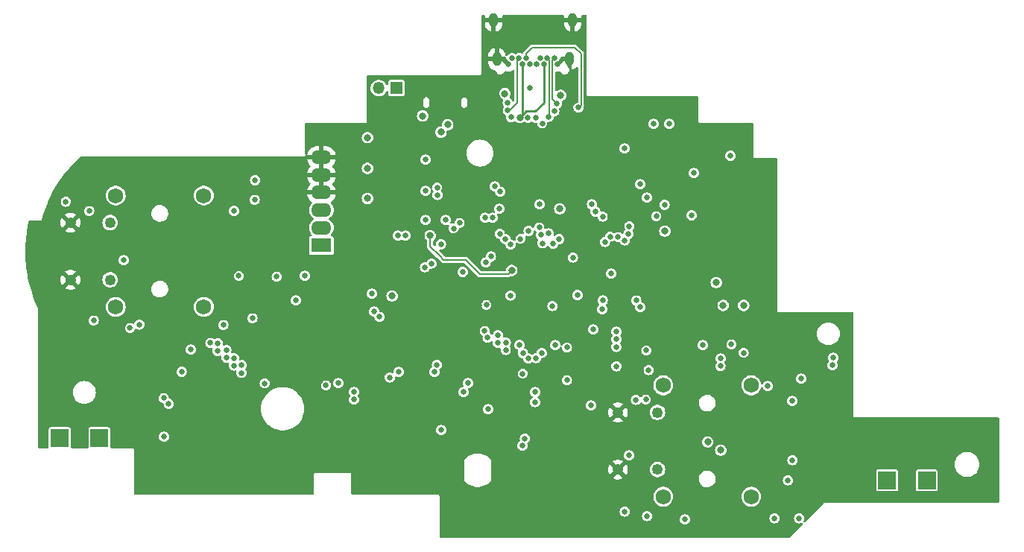
<source format=gbr>
G04 #@! TF.GenerationSoftware,KiCad,Pcbnew,7.0.2*
G04 #@! TF.CreationDate,2023-05-25T22:37:04-07:00*
G04 #@! TF.ProjectId,procon_gcc_main_pcb,70726f63-6f6e-45f6-9763-635f6d61696e,1*
G04 #@! TF.SameCoordinates,Original*
G04 #@! TF.FileFunction,Copper,L2,Inr*
G04 #@! TF.FilePolarity,Positive*
%FSLAX46Y46*%
G04 Gerber Fmt 4.6, Leading zero omitted, Abs format (unit mm)*
G04 Created by KiCad (PCBNEW 7.0.2) date 2023-05-25 22:37:04*
%MOMM*%
%LPD*%
G01*
G04 APERTURE LIST*
G04 #@! TA.AperFunction,ComponentPad*
%ADD10R,2.300000X1.600000*%
G04 #@! TD*
G04 #@! TA.AperFunction,ComponentPad*
%ADD11O,2.300000X1.600000*%
G04 #@! TD*
G04 #@! TA.AperFunction,ComponentPad*
%ADD12R,2.000000X2.000000*%
G04 #@! TD*
G04 #@! TA.AperFunction,ComponentPad*
%ADD13C,1.750000*%
G04 #@! TD*
G04 #@! TA.AperFunction,ComponentPad*
%ADD14C,1.250000*%
G04 #@! TD*
G04 #@! TA.AperFunction,ComponentPad*
%ADD15R,1.350000X1.350000*%
G04 #@! TD*
G04 #@! TA.AperFunction,ComponentPad*
%ADD16O,1.350000X1.350000*%
G04 #@! TD*
G04 #@! TA.AperFunction,ComponentPad*
%ADD17C,0.650000*%
G04 #@! TD*
G04 #@! TA.AperFunction,ComponentPad*
%ADD18O,1.000000X1.600000*%
G04 #@! TD*
G04 #@! TA.AperFunction,ViaPad*
%ADD19C,0.650000*%
G04 #@! TD*
G04 #@! TA.AperFunction,ViaPad*
%ADD20C,0.800000*%
G04 #@! TD*
G04 #@! TA.AperFunction,Conductor*
%ADD21C,0.150000*%
G04 #@! TD*
G04 #@! TA.AperFunction,Conductor*
%ADD22C,0.250000*%
G04 #@! TD*
G04 #@! TA.AperFunction,Conductor*
%ADD23C,0.200000*%
G04 #@! TD*
G04 APERTURE END LIST*
D10*
X114400000Y-118200000D03*
D11*
X114400000Y-116200000D03*
X114400000Y-114200000D03*
X114400000Y-112200000D03*
X114400000Y-110200000D03*
X114400000Y-108200000D03*
D12*
X178675000Y-144906500D03*
X84675000Y-140125000D03*
D13*
X153235000Y-134115000D03*
X153235000Y-146765000D03*
X163235000Y-134115000D03*
X163235000Y-146765000D03*
D14*
X152585000Y-137190000D03*
X152585000Y-143690000D03*
X148085000Y-137190000D03*
X148085000Y-143690000D03*
D15*
X122920000Y-100330000D03*
D16*
X120920000Y-100330000D03*
D17*
X135660000Y-97625000D03*
X136060000Y-96925000D03*
X136860000Y-96925000D03*
X137260000Y-97625000D03*
X137660000Y-96925000D03*
X138060000Y-97625000D03*
X138860000Y-97625000D03*
X139260000Y-96925000D03*
X139660000Y-97625000D03*
X140060000Y-96925000D03*
X140860000Y-96925000D03*
X141260000Y-97625000D03*
D18*
X142950000Y-92635000D03*
X142590000Y-97025000D03*
X134330000Y-97025000D03*
X133970000Y-92635000D03*
D13*
X91045000Y-112545000D03*
X91045000Y-125195000D03*
X101045000Y-112545000D03*
X101045000Y-125195000D03*
D14*
X90395000Y-115620000D03*
X90395000Y-122120000D03*
X85895000Y-115620000D03*
X85895000Y-122120000D03*
D12*
X89175000Y-140125000D03*
X183175000Y-144906500D03*
D19*
X106869300Y-110801928D03*
X85375221Y-113236927D03*
X151584478Y-132387522D03*
X93729072Y-127210961D03*
X134620000Y-114046000D03*
X168667000Y-149234000D03*
X140970000Y-129540000D03*
X142970303Y-119602303D03*
X133139909Y-124982636D03*
X88535000Y-126744000D03*
X167905000Y-142630000D03*
X151395000Y-148980000D03*
X136906432Y-129527645D03*
X152146000Y-104394000D03*
D20*
X119634000Y-112870000D03*
D19*
X120142000Y-123698000D03*
X145288000Y-127762000D03*
D20*
X119634000Y-109456500D03*
D19*
X150125000Y-135772000D03*
X128016000Y-139192000D03*
D20*
X141478000Y-114046000D03*
D19*
X127522636Y-131782091D03*
D20*
X119634000Y-105967500D03*
X122428000Y-123952000D03*
D19*
X105020929Y-121684734D03*
X155702000Y-149352000D03*
X143500453Y-123854037D03*
X88027000Y-114298000D03*
X106823000Y-113028000D03*
X96520000Y-139954000D03*
X106569000Y-126490000D03*
X137028008Y-117460000D03*
X167894000Y-135890000D03*
X156718000Y-109982000D03*
X142748000Y-100838000D03*
X120904000Y-116586000D03*
X145804133Y-112938500D03*
X133096000Y-100076000D03*
X143221104Y-114944030D03*
D20*
X127807122Y-123659501D03*
D19*
X130302000Y-132588000D03*
X150114000Y-104140000D03*
X120142000Y-139446000D03*
X106964740Y-119850342D03*
X103267000Y-124712000D03*
X152908000Y-107950000D03*
X132295074Y-125071565D03*
X96251364Y-140759909D03*
X134620000Y-138938000D03*
X165873000Y-145170000D03*
D20*
X139700000Y-105918000D03*
D19*
X94658085Y-124431035D03*
X149098000Y-131826000D03*
X163068000Y-117348000D03*
X111760000Y-127508000D03*
X145825146Y-121260797D03*
X165365000Y-141868000D03*
X143510000Y-128270000D03*
X170942000Y-133350000D03*
X120142000Y-136652000D03*
X102600819Y-120120673D03*
X165354000Y-132334000D03*
X93841951Y-129753459D03*
X125476000Y-122682000D03*
X102616000Y-140462000D03*
D20*
X157480000Y-124714000D03*
D19*
X103267000Y-112012000D03*
X85578500Y-112054911D03*
D20*
X140462000Y-113538000D03*
D19*
X85578500Y-124712000D03*
X128016000Y-128014500D03*
X147585000Y-145932000D03*
X164857000Y-150758000D03*
X156718000Y-146558000D03*
X151788505Y-121225927D03*
X135988986Y-122489828D03*
X153924000Y-104394000D03*
X96486350Y-135568701D03*
X139192000Y-113538000D03*
X172466000Y-131826000D03*
D20*
X153416000Y-116586000D03*
X159258000Y-122428000D03*
D19*
X159766000Y-131064000D03*
X99568000Y-130048000D03*
X98532731Y-132568731D03*
X172548500Y-130980513D03*
X159750995Y-131913370D03*
X97059568Y-136218201D03*
D20*
X160046410Y-125022965D03*
D19*
X162376218Y-130414500D03*
D20*
X162368205Y-125022965D03*
D19*
X127254000Y-132588000D03*
X123190000Y-132588000D03*
X139150797Y-116160492D03*
X130099145Y-115671295D03*
D20*
X135250000Y-100950000D03*
X141600000Y-101150000D03*
D19*
X135889284Y-123917342D03*
X140655008Y-125103788D03*
D20*
X125910445Y-103485736D03*
X136951582Y-103667026D03*
D19*
X137939425Y-116575498D03*
X129419477Y-116270795D03*
X148844000Y-107188000D03*
X160871714Y-108012111D03*
X135560000Y-102010000D03*
X141150037Y-102109750D03*
D20*
X127988555Y-105343940D03*
D19*
X127552150Y-111614186D03*
X134112000Y-111506000D03*
X135580464Y-102859256D03*
X140859500Y-102955721D03*
X139490000Y-104340000D03*
X150169000Y-124460000D03*
X138725000Y-103700000D03*
X150622000Y-111252000D03*
X146370500Y-124460000D03*
X153388660Y-113593849D03*
X145127916Y-113538000D03*
X152443077Y-114896437D03*
X145521157Y-114366463D03*
X146355074Y-114943530D03*
X156457671Y-114790556D03*
X102638667Y-129310618D03*
X132954745Y-127933292D03*
X133288465Y-128714500D03*
X102597604Y-130199504D03*
X103612047Y-130088267D03*
X134468986Y-128424319D03*
X134455541Y-129285586D03*
X103587142Y-130960994D03*
X135349887Y-129239062D03*
X104475631Y-131002427D03*
X135343064Y-130093708D03*
X104464757Y-131861123D03*
X105359559Y-131816120D03*
X137299911Y-130464500D03*
X137922000Y-131064000D03*
X105322545Y-132700957D03*
X150622000Y-125222000D03*
X146304000Y-125476000D03*
X137875497Y-103700000D03*
X151384000Y-112776000D03*
X138110500Y-100325000D03*
X135952868Y-103627332D03*
X140240000Y-103600000D03*
X134712689Y-112106689D03*
X127585799Y-112489066D03*
X143600000Y-102550000D03*
X130460546Y-121226096D03*
X147320000Y-121412000D03*
X165106351Y-134191230D03*
X151256642Y-135736642D03*
X165873000Y-149234000D03*
X168910000Y-133350000D03*
X135890000Y-118110000D03*
X126238000Y-115316000D03*
X126238000Y-112014000D03*
X135289311Y-117485500D03*
X134671163Y-116886000D03*
X126238000Y-108458000D03*
X151308546Y-130152209D03*
X138773731Y-131031781D03*
X139438596Y-130432281D03*
X157734000Y-129540000D03*
X160988701Y-129462658D03*
X116332000Y-133858000D03*
X101789256Y-129298146D03*
X111506000Y-124460000D03*
X131064000Y-133858000D03*
X130556000Y-134874000D03*
X114931741Y-134126473D03*
X140747854Y-118036659D03*
X112522000Y-121666000D03*
X146602865Y-117818373D03*
X133337098Y-136816213D03*
X145034000Y-136398000D03*
X137515984Y-140168988D03*
D20*
X158289061Y-140543759D03*
D19*
X120396000Y-125730000D03*
X138684000Y-134874000D03*
X147919500Y-128016000D03*
X147198879Y-117213045D03*
X141404177Y-117497313D03*
X118110000Y-134882500D03*
X137247348Y-140974897D03*
D20*
X159766000Y-141478000D03*
D19*
X167397000Y-144916000D03*
X148855000Y-148472000D03*
X127987924Y-118081924D03*
X133008554Y-115071795D03*
X128524000Y-115316000D03*
X91948000Y-119888000D03*
X133858000Y-115062000D03*
X149384122Y-116050151D03*
X148873233Y-117647016D03*
X122174000Y-133233500D03*
X142305553Y-129811740D03*
X142311493Y-133531152D03*
X147919500Y-129744441D03*
X140205307Y-116837159D03*
X120996689Y-126330689D03*
X139525184Y-117975142D03*
X138671220Y-136025083D03*
X148109237Y-117275581D03*
X118110000Y-135732003D03*
X147919500Y-128865503D03*
X139325404Y-117003791D03*
X149293981Y-116894857D03*
X147919500Y-131948063D03*
X137283380Y-132782656D03*
X92662542Y-127596428D03*
X103267000Y-127252000D03*
X109315105Y-121762452D03*
X104473364Y-114290045D03*
X149352000Y-142063488D03*
X107962872Y-133883745D03*
D20*
X136030294Y-121057593D03*
X126766222Y-117099496D03*
X128751620Y-104486351D03*
D19*
X123102497Y-117094000D03*
X126167632Y-120689085D03*
X133072036Y-120142000D03*
X126910268Y-120276596D03*
X133671536Y-119468777D03*
X123952000Y-117094000D03*
D21*
X140660000Y-101619713D02*
X141150037Y-102109750D01*
X140660000Y-97125000D02*
X140660000Y-101619713D01*
X140860000Y-96925000D02*
X140660000Y-97125000D01*
X135820744Y-102859256D02*
X135580464Y-102859256D01*
X136660000Y-102020000D02*
X135820744Y-102859256D01*
X136860000Y-96925000D02*
X136660000Y-97125000D01*
X136660000Y-97125000D02*
X136660000Y-102020000D01*
X143900000Y-102250000D02*
X143600000Y-102550000D01*
X143200000Y-95700000D02*
X143900000Y-96400000D01*
X143900000Y-96400000D02*
X143900000Y-102250000D01*
X138350000Y-95700000D02*
X143200000Y-95700000D01*
X137660000Y-96925000D02*
X137660000Y-96390000D01*
X137660000Y-96390000D02*
X138350000Y-95700000D01*
X140260000Y-103580000D02*
X140240000Y-103600000D01*
X140260000Y-97125000D02*
X140260000Y-103580000D01*
X140060000Y-96925000D02*
X140260000Y-97125000D01*
D22*
X137260000Y-103358608D02*
X136951582Y-103667026D01*
X137260000Y-97825000D02*
X137260000Y-103358608D01*
X139660000Y-101965000D02*
X139660000Y-97825000D01*
X136951582Y-103667026D02*
X137668608Y-102950000D01*
X138675000Y-102950000D02*
X139660000Y-101965000D01*
X137668608Y-102950000D02*
X138675000Y-102950000D01*
D23*
X126766222Y-118319974D02*
X127838263Y-119392015D01*
X126766222Y-117099496D02*
X126766222Y-118319974D01*
X127838263Y-119392015D02*
X128300065Y-119853817D01*
X132380943Y-121460754D02*
X134432312Y-121460754D01*
X135627133Y-121460754D02*
X136030294Y-121057593D01*
X130774006Y-119853817D02*
X132159413Y-121239224D01*
X128300065Y-119853817D02*
X130394669Y-119853817D01*
X132159413Y-121239224D02*
X132380943Y-121460754D01*
X130394669Y-119853817D02*
X130774006Y-119853817D01*
X134432312Y-121460754D02*
X135627133Y-121460754D01*
G04 #@! TA.AperFunction,Conductor*
G36*
X114650000Y-111708316D02*
G01*
X114621181Y-111690791D01*
X114475596Y-111650000D01*
X114362378Y-111650000D01*
X114250217Y-111665416D01*
X114150000Y-111708946D01*
X114150000Y-110691683D01*
X114178819Y-110709209D01*
X114324404Y-110750000D01*
X114437622Y-110750000D01*
X114549783Y-110734584D01*
X114650000Y-110691053D01*
X114650000Y-111708316D01*
G37*
G04 #@! TD.AperFunction*
G04 #@! TA.AperFunction,Conductor*
G36*
X114650000Y-109708316D02*
G01*
X114621181Y-109690791D01*
X114475596Y-109650000D01*
X114362378Y-109650000D01*
X114250217Y-109665416D01*
X114150000Y-109708946D01*
X114150000Y-108691683D01*
X114178819Y-108709209D01*
X114324404Y-108750000D01*
X114437622Y-108750000D01*
X114549783Y-108734584D01*
X114650000Y-108691053D01*
X114650000Y-109708316D01*
G37*
G04 #@! TD.AperFunction*
G04 #@! TA.AperFunction,Conductor*
G36*
X135313039Y-96794685D02*
G01*
X135358794Y-96847489D01*
X135370000Y-96899000D01*
X135370000Y-96981447D01*
X135506990Y-97118437D01*
X135533870Y-97158664D01*
X135557301Y-97215232D01*
X135557302Y-97215233D01*
X135649549Y-97335451D01*
X135769767Y-97427698D01*
X135769768Y-97427698D01*
X135769769Y-97427699D01*
X135826332Y-97451128D01*
X135866561Y-97478007D01*
X135925872Y-97537317D01*
X135959357Y-97598640D01*
X135954373Y-97668332D01*
X135925872Y-97712680D01*
X135747681Y-97890872D01*
X135686358Y-97924357D01*
X135616667Y-97919373D01*
X135572319Y-97890872D01*
X135352096Y-97670649D01*
X135460000Y-97670649D01*
X135499613Y-97752905D01*
X135570992Y-97809827D01*
X135637468Y-97825000D01*
X135682532Y-97825000D01*
X135749008Y-97809827D01*
X135820387Y-97752905D01*
X135860000Y-97670649D01*
X135860000Y-97579351D01*
X135820387Y-97497095D01*
X135749008Y-97440173D01*
X135682532Y-97425000D01*
X135637468Y-97425000D01*
X135570992Y-97440173D01*
X135499613Y-97497095D01*
X135460000Y-97579351D01*
X135460000Y-97670649D01*
X135352096Y-97670649D01*
X134956447Y-97275000D01*
X134580000Y-97275000D01*
X134580000Y-96775000D01*
X135246000Y-96775000D01*
X135313039Y-96794685D01*
G37*
G04 #@! TD.AperFunction*
G04 #@! TA.AperFunction,Conductor*
G36*
X142340000Y-97275000D02*
G01*
X141963552Y-97275000D01*
X141347681Y-97890872D01*
X141286358Y-97924357D01*
X141216666Y-97919373D01*
X141172319Y-97890872D01*
X141021819Y-97740372D01*
X140988334Y-97679049D01*
X140987431Y-97670649D01*
X141060000Y-97670649D01*
X141099613Y-97752905D01*
X141170992Y-97809827D01*
X141237468Y-97825000D01*
X141282532Y-97825000D01*
X141349008Y-97809827D01*
X141420387Y-97752905D01*
X141460000Y-97670649D01*
X141460000Y-97579351D01*
X141420387Y-97497095D01*
X141349008Y-97440173D01*
X141282532Y-97425000D01*
X141237468Y-97425000D01*
X141170992Y-97440173D01*
X141099613Y-97497095D01*
X141060000Y-97579351D01*
X141060000Y-97670649D01*
X140987431Y-97670649D01*
X140985500Y-97652691D01*
X140985500Y-97597309D01*
X141005185Y-97530270D01*
X141021817Y-97509629D01*
X141053437Y-97478008D01*
X141093662Y-97451130D01*
X141150233Y-97427698D01*
X141270451Y-97335451D01*
X141362698Y-97215233D01*
X141386130Y-97158662D01*
X141413007Y-97118438D01*
X141550000Y-96981446D01*
X141550000Y-96899000D01*
X141569685Y-96831961D01*
X141622489Y-96786206D01*
X141674000Y-96775000D01*
X142340000Y-96775000D01*
X142340000Y-97275000D01*
G37*
G04 #@! TD.AperFunction*
G04 #@! TA.AperFunction,Conductor*
G36*
X132929858Y-92034543D02*
G01*
X132975613Y-92087347D01*
X132985557Y-92156505D01*
X132984281Y-92163819D01*
X132969999Y-92233310D01*
X132970000Y-92384999D01*
X132970000Y-92385000D01*
X133720000Y-92385000D01*
X133720000Y-92885000D01*
X132970000Y-92885000D01*
X132970000Y-92982570D01*
X132970317Y-92988835D01*
X132985419Y-93137339D01*
X133046303Y-93331389D01*
X133145003Y-93509214D01*
X133277479Y-93663531D01*
X133438307Y-93788021D01*
X133620902Y-93877587D01*
X133720000Y-93903244D01*
X133720000Y-92959624D01*
X133734505Y-93032545D01*
X133789760Y-93115240D01*
X133872455Y-93170495D01*
X133970000Y-93189898D01*
X134067545Y-93170495D01*
X134150240Y-93115240D01*
X134205495Y-93032545D01*
X134220000Y-92959624D01*
X134220000Y-93908366D01*
X134221947Y-93908068D01*
X134412663Y-93837436D01*
X134585263Y-93729854D01*
X134732669Y-93589733D01*
X134848855Y-93422805D01*
X134929059Y-93235907D01*
X134970000Y-93036688D01*
X134970000Y-92885000D01*
X134220000Y-92885000D01*
X134220000Y-92385000D01*
X134970000Y-92385000D01*
X134970000Y-92287429D01*
X134969682Y-92281166D01*
X134956486Y-92151404D01*
X134969287Y-92082717D01*
X135017191Y-92031854D01*
X135079850Y-92014858D01*
X141842819Y-92014858D01*
X141909858Y-92034543D01*
X141955613Y-92087347D01*
X141965557Y-92156505D01*
X141964281Y-92163819D01*
X141950000Y-92233310D01*
X141950000Y-92385000D01*
X142700000Y-92385000D01*
X142700000Y-92885000D01*
X141950000Y-92885000D01*
X141950000Y-92982570D01*
X141950317Y-92988835D01*
X141965419Y-93137339D01*
X142026303Y-93331389D01*
X142125003Y-93509214D01*
X142257479Y-93663531D01*
X142418307Y-93788021D01*
X142600902Y-93877587D01*
X142700000Y-93903244D01*
X142700000Y-92959624D01*
X142714505Y-93032545D01*
X142769760Y-93115240D01*
X142852455Y-93170495D01*
X142950000Y-93189898D01*
X143047545Y-93170495D01*
X143130240Y-93115240D01*
X143185495Y-93032545D01*
X143200000Y-92959624D01*
X143200000Y-93908366D01*
X143201947Y-93908068D01*
X143392663Y-93837436D01*
X143565263Y-93729854D01*
X143712669Y-93589733D01*
X143828855Y-93422805D01*
X143909059Y-93235907D01*
X143950000Y-93036688D01*
X143950000Y-92885000D01*
X143200000Y-92885000D01*
X143200000Y-92385000D01*
X143950000Y-92385000D01*
X143950000Y-92287429D01*
X143949682Y-92281166D01*
X143936486Y-92151404D01*
X143949287Y-92082717D01*
X143997191Y-92031854D01*
X144059850Y-92014858D01*
X144431725Y-92014858D01*
X144498764Y-92034543D01*
X144544519Y-92087347D01*
X144555725Y-92138858D01*
X144555725Y-101078220D01*
X144551500Y-101110311D01*
X144550416Y-101114356D01*
X144550416Y-101114357D01*
X144550416Y-101114358D01*
X144555725Y-101134171D01*
X144555725Y-101134172D01*
X144571290Y-101192262D01*
X144628320Y-101249293D01*
X144706225Y-101270167D01*
X144710271Y-101269082D01*
X144742363Y-101264858D01*
X157131725Y-101264858D01*
X157198764Y-101284543D01*
X157244519Y-101337347D01*
X157255725Y-101388858D01*
X157255725Y-104078220D01*
X157251500Y-104110311D01*
X157250416Y-104114356D01*
X157250416Y-104114357D01*
X157255725Y-104134171D01*
X157270620Y-104189764D01*
X157271290Y-104192262D01*
X157328320Y-104249293D01*
X157406225Y-104270167D01*
X157410271Y-104269082D01*
X157442363Y-104264858D01*
X163331725Y-104264858D01*
X163398764Y-104284543D01*
X163444519Y-104337347D01*
X163455725Y-104388858D01*
X163455725Y-108078220D01*
X163451500Y-108110311D01*
X163450416Y-108114356D01*
X163450416Y-108114357D01*
X163450416Y-108114358D01*
X163455725Y-108134171D01*
X163455725Y-108134172D01*
X163471290Y-108192262D01*
X163528320Y-108249293D01*
X163606225Y-108270167D01*
X163610271Y-108269082D01*
X163642363Y-108264858D01*
X166031725Y-108264858D01*
X166098764Y-108284543D01*
X166144519Y-108337347D01*
X166155725Y-108388858D01*
X166155725Y-125578220D01*
X166151500Y-125610311D01*
X166150416Y-125614356D01*
X166150416Y-125614357D01*
X166155725Y-125634171D01*
X166166315Y-125673697D01*
X166171290Y-125692262D01*
X166228320Y-125749293D01*
X166306225Y-125770167D01*
X166310271Y-125769082D01*
X166342363Y-125764858D01*
X174731725Y-125764858D01*
X174798764Y-125784543D01*
X174844519Y-125837347D01*
X174855725Y-125888858D01*
X174855725Y-137578219D01*
X174851500Y-137610310D01*
X174850416Y-137614355D01*
X174850416Y-137614356D01*
X174855725Y-137634170D01*
X174868647Y-137682399D01*
X174871290Y-137692261D01*
X174928320Y-137749292D01*
X175006225Y-137770166D01*
X175010271Y-137769081D01*
X175042363Y-137764857D01*
X191281725Y-137764857D01*
X191348764Y-137784542D01*
X191394519Y-137837346D01*
X191405725Y-137888857D01*
X191405725Y-147339857D01*
X191386040Y-147406896D01*
X191333236Y-147452651D01*
X191281725Y-147463857D01*
X171612134Y-147463857D01*
X171606915Y-147463203D01*
X171555307Y-147463857D01*
X171523216Y-147463857D01*
X171519971Y-147464304D01*
X171513996Y-147464379D01*
X171513993Y-147464380D01*
X171511910Y-147465619D01*
X171480663Y-147478794D01*
X171478324Y-147479420D01*
X171478320Y-147479423D01*
X171474089Y-147483654D01*
X171471506Y-147485663D01*
X171462299Y-147495105D01*
X171462299Y-147495106D01*
X171449137Y-147508605D01*
X171431249Y-147526493D01*
X171412639Y-147545102D01*
X171409460Y-147549298D01*
X169387675Y-149622924D01*
X169326781Y-149657183D01*
X169257031Y-149653081D01*
X169200572Y-149611921D01*
X169175329Y-149546771D01*
X169184329Y-149488909D01*
X169227687Y-149384236D01*
X169247466Y-149234000D01*
X169227687Y-149083764D01*
X169169698Y-148943767D01*
X169077451Y-148823549D01*
X168957233Y-148731302D01*
X168957231Y-148731301D01*
X168817235Y-148673312D01*
X168666999Y-148653533D01*
X168516764Y-148673312D01*
X168376768Y-148731301D01*
X168256549Y-148823549D01*
X168164301Y-148943768D01*
X168106312Y-149083764D01*
X168086533Y-149234000D01*
X168106312Y-149384235D01*
X168149669Y-149488907D01*
X168164302Y-149524233D01*
X168256549Y-149644451D01*
X168376767Y-149736698D01*
X168516763Y-149794687D01*
X168516764Y-149794687D01*
X168666999Y-149814466D01*
X168666999Y-149814465D01*
X168667000Y-149814466D01*
X168817236Y-149794687D01*
X168935727Y-149745605D01*
X169005196Y-149738137D01*
X169067676Y-149769412D01*
X169103328Y-149829501D01*
X169100834Y-149899326D01*
X169071964Y-149946731D01*
X167629267Y-151426421D01*
X167568373Y-151460680D01*
X167540483Y-151463857D01*
X127930726Y-151463857D01*
X127863687Y-151444172D01*
X127817932Y-151391368D01*
X127806726Y-151339857D01*
X127806726Y-148472000D01*
X148274533Y-148472000D01*
X148294312Y-148622235D01*
X148339489Y-148731301D01*
X148352302Y-148762233D01*
X148444549Y-148882451D01*
X148564767Y-148974698D01*
X148704764Y-149032687D01*
X148855000Y-149052466D01*
X149005236Y-149032687D01*
X149132433Y-148980000D01*
X150814533Y-148980000D01*
X150834312Y-149130235D01*
X150892301Y-149270231D01*
X150892302Y-149270233D01*
X150984549Y-149390451D01*
X151104767Y-149482698D01*
X151151936Y-149502236D01*
X151244764Y-149540687D01*
X151394999Y-149560466D01*
X151394999Y-149560465D01*
X151395000Y-149560466D01*
X151545236Y-149540687D01*
X151685233Y-149482698D01*
X151805451Y-149390451D01*
X151834956Y-149352000D01*
X155121533Y-149352000D01*
X155141312Y-149502235D01*
X155186746Y-149611921D01*
X155199302Y-149642233D01*
X155291549Y-149762451D01*
X155411767Y-149854698D01*
X155519508Y-149899326D01*
X155551764Y-149912687D01*
X155701999Y-149932466D01*
X155701999Y-149932465D01*
X155702000Y-149932466D01*
X155852236Y-149912687D01*
X155992233Y-149854698D01*
X156112451Y-149762451D01*
X156204698Y-149642233D01*
X156262687Y-149502236D01*
X156282466Y-149352000D01*
X156266931Y-149234000D01*
X165292533Y-149234000D01*
X165312312Y-149384235D01*
X165355669Y-149488907D01*
X165370302Y-149524233D01*
X165462549Y-149644451D01*
X165582767Y-149736698D01*
X165722764Y-149794687D01*
X165873000Y-149814466D01*
X166023236Y-149794687D01*
X166163233Y-149736698D01*
X166283451Y-149644451D01*
X166375698Y-149524233D01*
X166433687Y-149384236D01*
X166453466Y-149234000D01*
X166433687Y-149083764D01*
X166375698Y-148943767D01*
X166283451Y-148823549D01*
X166163233Y-148731302D01*
X166163231Y-148731301D01*
X166023235Y-148673312D01*
X165873000Y-148653533D01*
X165722764Y-148673312D01*
X165582768Y-148731301D01*
X165462549Y-148823549D01*
X165370301Y-148943768D01*
X165312312Y-149083764D01*
X165292533Y-149234000D01*
X156266931Y-149234000D01*
X156262687Y-149201764D01*
X156204698Y-149061767D01*
X156112451Y-148941549D01*
X155992233Y-148849302D01*
X155992231Y-148849301D01*
X155852235Y-148791312D01*
X155701999Y-148771533D01*
X155551764Y-148791312D01*
X155411768Y-148849301D01*
X155291549Y-148941549D01*
X155199301Y-149061768D01*
X155141312Y-149201764D01*
X155121533Y-149352000D01*
X151834956Y-149352000D01*
X151897698Y-149270233D01*
X151955687Y-149130236D01*
X151975466Y-148980000D01*
X151955687Y-148829764D01*
X151897698Y-148689767D01*
X151805451Y-148569549D01*
X151685233Y-148477302D01*
X151672433Y-148472000D01*
X151545235Y-148419312D01*
X151395000Y-148399533D01*
X151244764Y-148419312D01*
X151104768Y-148477301D01*
X150984549Y-148569549D01*
X150892301Y-148689768D01*
X150834312Y-148829764D01*
X150814533Y-148980000D01*
X149132433Y-148980000D01*
X149145233Y-148974698D01*
X149265451Y-148882451D01*
X149357698Y-148762233D01*
X149415687Y-148622236D01*
X149435466Y-148472000D01*
X149415687Y-148321764D01*
X149357698Y-148181767D01*
X149265451Y-148061549D01*
X149145233Y-147969302D01*
X149145231Y-147969301D01*
X149005235Y-147911312D01*
X148855000Y-147891533D01*
X148704764Y-147911312D01*
X148564768Y-147969301D01*
X148444549Y-148061549D01*
X148352301Y-148181768D01*
X148294312Y-148321764D01*
X148274533Y-148472000D01*
X127806726Y-148472000D01*
X127806726Y-146764999D01*
X152104678Y-146764999D01*
X152123923Y-146972698D01*
X152181005Y-147173319D01*
X152273978Y-147360035D01*
X152399682Y-147526494D01*
X152553826Y-147667014D01*
X152553828Y-147667015D01*
X152553829Y-147667016D01*
X152731172Y-147776823D01*
X152925673Y-147852173D01*
X153130707Y-147890500D01*
X153130709Y-147890500D01*
X153339291Y-147890500D01*
X153339293Y-147890500D01*
X153544327Y-147852173D01*
X153738828Y-147776823D01*
X153916171Y-147667016D01*
X154058313Y-147537437D01*
X154070317Y-147526494D01*
X154101151Y-147485663D01*
X154196019Y-147360038D01*
X154196019Y-147360036D01*
X154196021Y-147360035D01*
X154288994Y-147173319D01*
X154346076Y-146972698D01*
X154349084Y-146940223D01*
X154365322Y-146765000D01*
X162104678Y-146765000D01*
X162123923Y-146972698D01*
X162181005Y-147173319D01*
X162273978Y-147360035D01*
X162399682Y-147526494D01*
X162553826Y-147667014D01*
X162553828Y-147667015D01*
X162553829Y-147667016D01*
X162731172Y-147776823D01*
X162925673Y-147852173D01*
X163130707Y-147890500D01*
X163130709Y-147890500D01*
X163339291Y-147890500D01*
X163339293Y-147890500D01*
X163544327Y-147852173D01*
X163738828Y-147776823D01*
X163916171Y-147667016D01*
X164058313Y-147537437D01*
X164070317Y-147526494D01*
X164101151Y-147485663D01*
X164196019Y-147360038D01*
X164196019Y-147360036D01*
X164196021Y-147360035D01*
X164288994Y-147173319D01*
X164346076Y-146972698D01*
X164349084Y-146940223D01*
X164365322Y-146765000D01*
X164348126Y-146579422D01*
X164346076Y-146557301D01*
X164288994Y-146356680D01*
X164196021Y-146169964D01*
X164070317Y-146003505D01*
X163990973Y-145931174D01*
X177424500Y-145931174D01*
X177439033Y-146004238D01*
X177439033Y-146004239D01*
X177439034Y-146004240D01*
X177494399Y-146087101D01*
X177577260Y-146142466D01*
X177613792Y-146149732D01*
X177650325Y-146157000D01*
X177650326Y-146157000D01*
X179699675Y-146157000D01*
X179724029Y-146152155D01*
X179772740Y-146142466D01*
X179855601Y-146087101D01*
X179910966Y-146004240D01*
X179925500Y-145931174D01*
X181924500Y-145931174D01*
X181939033Y-146004238D01*
X181939033Y-146004239D01*
X181939034Y-146004240D01*
X181994399Y-146087101D01*
X182077260Y-146142466D01*
X182113792Y-146149732D01*
X182150325Y-146157000D01*
X182150326Y-146157000D01*
X184199675Y-146157000D01*
X184224029Y-146152155D01*
X184272740Y-146142466D01*
X184355601Y-146087101D01*
X184410966Y-146004240D01*
X184425500Y-145931174D01*
X184425500Y-143881826D01*
X184421561Y-143862026D01*
X184410966Y-143808761D01*
X184410966Y-143808760D01*
X184355601Y-143725899D01*
X184272740Y-143670534D01*
X184272739Y-143670533D01*
X184272738Y-143670533D01*
X184199675Y-143656000D01*
X184199674Y-143656000D01*
X182150326Y-143656000D01*
X182150325Y-143656000D01*
X182077261Y-143670533D01*
X181994399Y-143725899D01*
X181939033Y-143808761D01*
X181924500Y-143881825D01*
X181924500Y-145931174D01*
X179925500Y-145931174D01*
X179925500Y-143881826D01*
X179921561Y-143862026D01*
X179910966Y-143808761D01*
X179910966Y-143808760D01*
X179855601Y-143725899D01*
X179772740Y-143670534D01*
X179772739Y-143670533D01*
X179772738Y-143670533D01*
X179699675Y-143656000D01*
X179699674Y-143656000D01*
X177650326Y-143656000D01*
X177650325Y-143656000D01*
X177577261Y-143670533D01*
X177494399Y-143725899D01*
X177439033Y-143808761D01*
X177424500Y-143881825D01*
X177424500Y-145931174D01*
X163990973Y-145931174D01*
X163916173Y-145862985D01*
X163738827Y-145753176D01*
X163544328Y-145677827D01*
X163475982Y-145665051D01*
X163339293Y-145639500D01*
X163130707Y-145639500D01*
X163028190Y-145658663D01*
X162925671Y-145677827D01*
X162731172Y-145753176D01*
X162553826Y-145862985D01*
X162399682Y-146003505D01*
X162273978Y-146169964D01*
X162181005Y-146356680D01*
X162123923Y-146557301D01*
X162104678Y-146765000D01*
X154365322Y-146765000D01*
X154348126Y-146579422D01*
X154346076Y-146557301D01*
X154288994Y-146356680D01*
X154196021Y-146169964D01*
X154070317Y-146003505D01*
X153916173Y-145862985D01*
X153738827Y-145753176D01*
X153544328Y-145677827D01*
X153475982Y-145665051D01*
X153339293Y-145639500D01*
X153130707Y-145639500D01*
X153028189Y-145658663D01*
X152925671Y-145677827D01*
X152731172Y-145753176D01*
X152553826Y-145862985D01*
X152399682Y-146003505D01*
X152273978Y-146169964D01*
X152181005Y-146356680D01*
X152123923Y-146557301D01*
X152104678Y-146764999D01*
X127806726Y-146764999D01*
X127806726Y-146750495D01*
X127810951Y-146718402D01*
X127812035Y-146714356D01*
X127791161Y-146636452D01*
X127781303Y-146626595D01*
X127781301Y-146626593D01*
X127734131Y-146579422D01*
X127734129Y-146579421D01*
X127656227Y-146558548D01*
X127656226Y-146558548D01*
X127652179Y-146559632D01*
X127620088Y-146563857D01*
X117930726Y-146563857D01*
X117863687Y-146544172D01*
X117817932Y-146491368D01*
X117806726Y-146439857D01*
X117806726Y-144795135D01*
X130601868Y-144795135D01*
X130603385Y-144802829D01*
X130604654Y-144815818D01*
X130608475Y-144830080D01*
X130610354Y-144838170D01*
X130616582Y-144869748D01*
X130621289Y-144877901D01*
X130621290Y-144877902D01*
X130621291Y-144877904D01*
X130635955Y-144892568D01*
X130647514Y-144905904D01*
X130711406Y-144991202D01*
X130888007Y-145171165D01*
X130891236Y-145173683D01*
X130891238Y-145173685D01*
X130987612Y-145248845D01*
X131086831Y-145326224D01*
X131304394Y-145453664D01*
X131536883Y-145551250D01*
X131780226Y-145617274D01*
X132030156Y-145650577D01*
X132034258Y-145650577D01*
X132278194Y-145650577D01*
X132282296Y-145650577D01*
X132532226Y-145617274D01*
X132775569Y-145551250D01*
X133008058Y-145453664D01*
X133225621Y-145326224D01*
X133424445Y-145171165D01*
X133601046Y-144991202D01*
X133664936Y-144905906D01*
X133676495Y-144892568D01*
X133691161Y-144877904D01*
X133691161Y-144877900D01*
X133695868Y-144869749D01*
X133697233Y-144862821D01*
X133697236Y-144862819D01*
X133702106Y-144838117D01*
X133703970Y-144830097D01*
X133706726Y-144819814D01*
X133706726Y-144819807D01*
X133707800Y-144815799D01*
X133709069Y-144802814D01*
X133710583Y-144795136D01*
X133706726Y-144764937D01*
X133706726Y-143690000D01*
X146955180Y-143690000D01*
X146974417Y-143897605D01*
X147031472Y-144098136D01*
X147124406Y-144284771D01*
X147129685Y-144291760D01*
X147640549Y-143780895D01*
X147641327Y-143791265D01*
X147690887Y-143917541D01*
X147775465Y-144023599D01*
X147887547Y-144100016D01*
X147995299Y-144133252D01*
X147486151Y-144642399D01*
X147581395Y-144701372D01*
X147775810Y-144776689D01*
X147980755Y-144815000D01*
X148189245Y-144815000D01*
X148331589Y-144788391D01*
X157280823Y-144788391D01*
X157310096Y-144979474D01*
X157377235Y-145160752D01*
X157479488Y-145324803D01*
X157479489Y-145324804D01*
X157479491Y-145324807D01*
X157549294Y-145398240D01*
X157612678Y-145464920D01*
X157658002Y-145496466D01*
X157771342Y-145575353D01*
X157948988Y-145651587D01*
X158138344Y-145690500D01*
X158138345Y-145690500D01*
X158280064Y-145690500D01*
X158283206Y-145690500D01*
X158427321Y-145675845D01*
X158611768Y-145617974D01*
X158780791Y-145524159D01*
X158927468Y-145398240D01*
X159006353Y-145296328D01*
X159045795Y-145245375D01*
X159064996Y-145206231D01*
X159130930Y-145071816D01*
X159171274Y-144915999D01*
X166816533Y-144915999D01*
X166836312Y-145066235D01*
X166838624Y-145071816D01*
X166894302Y-145206233D01*
X166986549Y-145326451D01*
X167106767Y-145418698D01*
X167246764Y-145476687D01*
X167397000Y-145496466D01*
X167547236Y-145476687D01*
X167687233Y-145418698D01*
X167807451Y-145326451D01*
X167899698Y-145206233D01*
X167957687Y-145066236D01*
X167977466Y-144916000D01*
X167967219Y-144838170D01*
X167957687Y-144765764D01*
X167926970Y-144691608D01*
X167899698Y-144625767D01*
X167807451Y-144505549D01*
X167687233Y-144413302D01*
X167687231Y-144413301D01*
X167547235Y-144355312D01*
X167397000Y-144335533D01*
X167246764Y-144355312D01*
X167106768Y-144413301D01*
X166986549Y-144505549D01*
X166894301Y-144625768D01*
X166836312Y-144765764D01*
X166816533Y-144915999D01*
X159171274Y-144915999D01*
X159179385Y-144884674D01*
X159189176Y-144691610D01*
X159181637Y-144642400D01*
X159159903Y-144500525D01*
X159092764Y-144319247D01*
X158990511Y-144155196D01*
X158990510Y-144155195D01*
X158990509Y-144155193D01*
X158857323Y-144015081D01*
X158857322Y-144015080D01*
X158857321Y-144015079D01*
X158698658Y-143904647D01*
X158521011Y-143828412D01*
X158370568Y-143797496D01*
X158331656Y-143789500D01*
X158186794Y-143789500D01*
X158183683Y-143789816D01*
X158183670Y-143789817D01*
X158042676Y-143804155D01*
X157858232Y-143862026D01*
X157689211Y-143955839D01*
X157689208Y-143955841D01*
X157689209Y-143955841D01*
X157545256Y-144079422D01*
X157542529Y-144081763D01*
X157424204Y-144234624D01*
X157339070Y-144408183D01*
X157290615Y-144595327D01*
X157280823Y-144788391D01*
X148331589Y-144788391D01*
X148394189Y-144776689D01*
X148588606Y-144701372D01*
X148683846Y-144642400D01*
X148683846Y-144642399D01*
X148173232Y-144131784D01*
X148219138Y-144124865D01*
X148341357Y-144066007D01*
X148440798Y-143973740D01*
X148508625Y-143856260D01*
X148526499Y-143777947D01*
X149040312Y-144291761D01*
X149040314Y-144291760D01*
X149045591Y-144284775D01*
X149138527Y-144098136D01*
X149195582Y-143897605D01*
X149214819Y-143690000D01*
X151704678Y-143690000D01*
X151723915Y-143873030D01*
X151780785Y-144048059D01*
X151872804Y-144207440D01*
X151995950Y-144344208D01*
X152144837Y-144452380D01*
X152312968Y-144527237D01*
X152492980Y-144565500D01*
X152492981Y-144565500D01*
X152677020Y-144565500D01*
X152857031Y-144527237D01*
X152857032Y-144527236D01*
X152857034Y-144527236D01*
X153025161Y-144452381D01*
X153158764Y-144355313D01*
X153174049Y-144344208D01*
X153297195Y-144207440D01*
X153389214Y-144048059D01*
X153390678Y-144043553D01*
X153446085Y-143873029D01*
X153465322Y-143690000D01*
X153446085Y-143506971D01*
X153389214Y-143331941D01*
X153389214Y-143331940D01*
X153297195Y-143172559D01*
X153174049Y-143035791D01*
X153025162Y-142927619D01*
X152857031Y-142852762D01*
X152677020Y-142814500D01*
X152677019Y-142814500D01*
X152492981Y-142814500D01*
X152492980Y-142814500D01*
X152312968Y-142852762D01*
X152144837Y-142927619D01*
X151995950Y-143035791D01*
X151872804Y-143172559D01*
X151780785Y-143331940D01*
X151723915Y-143506969D01*
X151704678Y-143690000D01*
X149214819Y-143690000D01*
X149214819Y-143689999D01*
X149195582Y-143482394D01*
X149138527Y-143281863D01*
X149045592Y-143095226D01*
X149040313Y-143088238D01*
X148529449Y-143599101D01*
X148528673Y-143588735D01*
X148479113Y-143462459D01*
X148394535Y-143356401D01*
X148282453Y-143279984D01*
X148174700Y-143246747D01*
X148683847Y-142737599D01*
X148588605Y-142678627D01*
X148394189Y-142603310D01*
X148189245Y-142565000D01*
X147980755Y-142565000D01*
X147775805Y-142603311D01*
X147581397Y-142678625D01*
X147486152Y-142737598D01*
X147486151Y-142737599D01*
X147996768Y-143248215D01*
X147950862Y-143255135D01*
X147828643Y-143313993D01*
X147729202Y-143406260D01*
X147661375Y-143523740D01*
X147643500Y-143602053D01*
X147129685Y-143088237D01*
X147129684Y-143088237D01*
X147124408Y-143095223D01*
X147031472Y-143281863D01*
X146974417Y-143482394D01*
X146955180Y-143690000D01*
X133706726Y-143690000D01*
X133706726Y-142735063D01*
X133710583Y-142704864D01*
X133709069Y-142697184D01*
X133707800Y-142684196D01*
X133706307Y-142678625D01*
X133703977Y-142669927D01*
X133702097Y-142661833D01*
X133697236Y-142637181D01*
X133697234Y-142637179D01*
X133695869Y-142630254D01*
X133691162Y-142622100D01*
X133691161Y-142622096D01*
X133676498Y-142607433D01*
X133664936Y-142594094D01*
X133644032Y-142566186D01*
X133601046Y-142508798D01*
X133424445Y-142328835D01*
X133421216Y-142326317D01*
X133421213Y-142326314D01*
X133228859Y-142176301D01*
X133228856Y-142176299D01*
X133225621Y-142173776D01*
X133222077Y-142171700D01*
X133222074Y-142171698D01*
X133037340Y-142063488D01*
X148771533Y-142063488D01*
X148791312Y-142213723D01*
X148838994Y-142328835D01*
X148849302Y-142353721D01*
X148941549Y-142473939D01*
X149061767Y-142566186D01*
X149201764Y-142624175D01*
X149352000Y-142643954D01*
X149457991Y-142630000D01*
X167324533Y-142630000D01*
X167344312Y-142780235D01*
X167374354Y-142852762D01*
X167402302Y-142920233D01*
X167494549Y-143040451D01*
X167614767Y-143132698D01*
X167711002Y-143172560D01*
X167754764Y-143190687D01*
X167904999Y-143210466D01*
X167904999Y-143210465D01*
X167905000Y-143210466D01*
X168055236Y-143190687D01*
X168195233Y-143132698D01*
X168224815Y-143109999D01*
X186344699Y-143109999D01*
X186363865Y-143341299D01*
X186363865Y-143341301D01*
X186363866Y-143341305D01*
X186420843Y-143566300D01*
X186420844Y-143566303D01*
X186490020Y-143724008D01*
X186514076Y-143778849D01*
X186641021Y-143973153D01*
X186757806Y-144100016D01*
X186791349Y-144136454D01*
X186798216Y-144143913D01*
X186981374Y-144286470D01*
X187185497Y-144396936D01*
X187233167Y-144413301D01*
X187405015Y-144472297D01*
X187405017Y-144472297D01*
X187405019Y-144472298D01*
X187633951Y-144510500D01*
X187633952Y-144510500D01*
X187866048Y-144510500D01*
X187866049Y-144510500D01*
X188094981Y-144472298D01*
X188314503Y-144396936D01*
X188518626Y-144286470D01*
X188701784Y-144143913D01*
X188858979Y-143973153D01*
X188985924Y-143778849D01*
X189079157Y-143566300D01*
X189136134Y-143341305D01*
X189155300Y-143110000D01*
X189136134Y-142878695D01*
X189079157Y-142653700D01*
X188985924Y-142441151D01*
X188858979Y-142246847D01*
X188701784Y-142076087D01*
X188518626Y-141933530D01*
X188314503Y-141823064D01*
X188314499Y-141823062D01*
X188314498Y-141823062D01*
X188094984Y-141747702D01*
X187923281Y-141719050D01*
X187866049Y-141709500D01*
X187633951Y-141709500D01*
X187588164Y-141717140D01*
X187405015Y-141747702D01*
X187185501Y-141823062D01*
X186981372Y-141933531D01*
X186798215Y-142076087D01*
X186641020Y-142246848D01*
X186514076Y-142441150D01*
X186420844Y-142653696D01*
X186420842Y-142653700D01*
X186420843Y-142653700D01*
X186388800Y-142780236D01*
X186363865Y-142878700D01*
X186344699Y-143109999D01*
X168224815Y-143109999D01*
X168315451Y-143040451D01*
X168407698Y-142920233D01*
X168465687Y-142780236D01*
X168485466Y-142630000D01*
X168465687Y-142479764D01*
X168407698Y-142339767D01*
X168315451Y-142219549D01*
X168195233Y-142127302D01*
X168191530Y-142125768D01*
X168055235Y-142069312D01*
X167904999Y-142049533D01*
X167754764Y-142069312D01*
X167614768Y-142127301D01*
X167494549Y-142219549D01*
X167402301Y-142339768D01*
X167344312Y-142479764D01*
X167324533Y-142630000D01*
X149457991Y-142630000D01*
X149502236Y-142624175D01*
X149642233Y-142566186D01*
X149762451Y-142473939D01*
X149854698Y-142353721D01*
X149912687Y-142213724D01*
X149932466Y-142063488D01*
X149912687Y-141913252D01*
X149854698Y-141773255D01*
X149762451Y-141653037D01*
X149642233Y-141560790D01*
X149642231Y-141560789D01*
X149502235Y-141502800D01*
X149352000Y-141483021D01*
X149201764Y-141502800D01*
X149061768Y-141560789D01*
X148941549Y-141653037D01*
X148849301Y-141773256D01*
X148791312Y-141913252D01*
X148771533Y-142063488D01*
X133037340Y-142063488D01*
X133018535Y-142052473D01*
X133008058Y-142046336D01*
X132775569Y-141948750D01*
X132719477Y-141933531D01*
X132536193Y-141883802D01*
X132536188Y-141883801D01*
X132532226Y-141882726D01*
X132528165Y-141882184D01*
X132528156Y-141882183D01*
X132286359Y-141849964D01*
X132286353Y-141849963D01*
X132282296Y-141849423D01*
X132030156Y-141849423D01*
X132026099Y-141849963D01*
X132026092Y-141849964D01*
X131784295Y-141882183D01*
X131784283Y-141882185D01*
X131780226Y-141882726D01*
X131776266Y-141883800D01*
X131776258Y-141883802D01*
X131540851Y-141947673D01*
X131540845Y-141947674D01*
X131536883Y-141948750D01*
X131533095Y-141950339D01*
X131533092Y-141950341D01*
X131308181Y-142044746D01*
X131308175Y-142044748D01*
X131304394Y-142046336D01*
X131300855Y-142048408D01*
X131300849Y-142048412D01*
X131090377Y-142171698D01*
X131090367Y-142171704D01*
X131086831Y-142173776D01*
X131083602Y-142176294D01*
X131083592Y-142176301D01*
X130891238Y-142326314D01*
X130891227Y-142326323D01*
X130888007Y-142328835D01*
X130885141Y-142331755D01*
X130885136Y-142331760D01*
X130714298Y-142505850D01*
X130714291Y-142505857D01*
X130711406Y-142508798D01*
X130708935Y-142512097D01*
X130647513Y-142594096D01*
X130635953Y-142607433D01*
X130621291Y-142622095D01*
X130616582Y-142630252D01*
X130610352Y-142661840D01*
X130608474Y-142669927D01*
X130604654Y-142684185D01*
X130603386Y-142697169D01*
X130601868Y-142704866D01*
X130605726Y-142735063D01*
X130605726Y-144764937D01*
X130601868Y-144795135D01*
X117806726Y-144795135D01*
X117806726Y-144250495D01*
X117810951Y-144218402D01*
X117812035Y-144214356D01*
X117793160Y-144143913D01*
X117791161Y-144136453D01*
X117784764Y-144130056D01*
X117734131Y-144079422D01*
X117734128Y-144079421D01*
X117656227Y-144058548D01*
X117656226Y-144058548D01*
X117652179Y-144059632D01*
X117620088Y-144063857D01*
X113692364Y-144063857D01*
X113660272Y-144059632D01*
X113656226Y-144058548D01*
X113656225Y-144058548D01*
X113636411Y-144063857D01*
X113578323Y-144079421D01*
X113521290Y-144136453D01*
X113500417Y-144214355D01*
X113500417Y-144214356D01*
X113500417Y-144214357D01*
X113501501Y-144218402D01*
X113505725Y-144250491D01*
X113505725Y-145398240D01*
X113505726Y-146439857D01*
X113486041Y-146506896D01*
X113433238Y-146552651D01*
X113381726Y-146563857D01*
X93230726Y-146563857D01*
X93163687Y-146544172D01*
X93117932Y-146491368D01*
X93106726Y-146439857D01*
X93106726Y-141450495D01*
X93110951Y-141418402D01*
X93112035Y-141414356D01*
X93091161Y-141336453D01*
X93075890Y-141321182D01*
X93034131Y-141279422D01*
X93034128Y-141279421D01*
X92956227Y-141258548D01*
X92956226Y-141258548D01*
X92952179Y-141259632D01*
X92920088Y-141263857D01*
X90549500Y-141263857D01*
X90482461Y-141244172D01*
X90436706Y-141191368D01*
X90425500Y-141139857D01*
X90425500Y-140974896D01*
X136666881Y-140974896D01*
X136686660Y-141125132D01*
X136744123Y-141263857D01*
X136744650Y-141265130D01*
X136836897Y-141385348D01*
X136957115Y-141477595D01*
X137097112Y-141535584D01*
X137247348Y-141555363D01*
X137397584Y-141535584D01*
X137536606Y-141477999D01*
X159110721Y-141477999D01*
X159129763Y-141634818D01*
X159185780Y-141782523D01*
X159275515Y-141912528D01*
X159275516Y-141912529D01*
X159275517Y-141912530D01*
X159393760Y-142017283D01*
X159533635Y-142090696D01*
X159687015Y-142128500D01*
X159844985Y-142128500D01*
X159998365Y-142090696D01*
X160138240Y-142017283D01*
X160256483Y-141912530D01*
X160346220Y-141782523D01*
X160402237Y-141634818D01*
X160421278Y-141478000D01*
X160402237Y-141321182D01*
X160346220Y-141173477D01*
X160301351Y-141108473D01*
X160256484Y-141043471D01*
X160256483Y-141043470D01*
X160138240Y-140938717D01*
X160124994Y-140931764D01*
X159998364Y-140865303D01*
X159844985Y-140827500D01*
X159687015Y-140827500D01*
X159533635Y-140865303D01*
X159393761Y-140938716D01*
X159275515Y-141043471D01*
X159185780Y-141173476D01*
X159129763Y-141321181D01*
X159110721Y-141477999D01*
X137536606Y-141477999D01*
X137537581Y-141477595D01*
X137657799Y-141385348D01*
X137750046Y-141265130D01*
X137808035Y-141125133D01*
X137827814Y-140974897D01*
X137808035Y-140824661D01*
X137795925Y-140795427D01*
X137788457Y-140725959D01*
X137819732Y-140663479D01*
X137835001Y-140649599D01*
X137926435Y-140579439D01*
X137953813Y-140543759D01*
X157633782Y-140543759D01*
X157652824Y-140700577D01*
X157708841Y-140848282D01*
X157798576Y-140978287D01*
X157798577Y-140978288D01*
X157798578Y-140978289D01*
X157916821Y-141083042D01*
X158056696Y-141156455D01*
X158210076Y-141194259D01*
X158368046Y-141194259D01*
X158521426Y-141156455D01*
X158661301Y-141083042D01*
X158779544Y-140978289D01*
X158869281Y-140848282D01*
X158925298Y-140700577D01*
X158944339Y-140543759D01*
X158925298Y-140386941D01*
X158869281Y-140239236D01*
X158824412Y-140174232D01*
X158779545Y-140109230D01*
X158677415Y-140018752D01*
X158661301Y-140004476D01*
X158648055Y-139997523D01*
X158521425Y-139931062D01*
X158368046Y-139893259D01*
X158210076Y-139893259D01*
X158056696Y-139931062D01*
X157916822Y-140004475D01*
X157798576Y-140109230D01*
X157708841Y-140239235D01*
X157652824Y-140386940D01*
X157633782Y-140543759D01*
X137953813Y-140543759D01*
X138018682Y-140459221D01*
X138076671Y-140319224D01*
X138096450Y-140168988D01*
X138076671Y-140018752D01*
X138018682Y-139878755D01*
X137926435Y-139758537D01*
X137806217Y-139666290D01*
X137806215Y-139666289D01*
X137666219Y-139608300D01*
X137515984Y-139588521D01*
X137365748Y-139608300D01*
X137225752Y-139666289D01*
X137105533Y-139758537D01*
X137013285Y-139878756D01*
X136955296Y-140018752D01*
X136935517Y-140168987D01*
X136955297Y-140319225D01*
X136967405Y-140348457D01*
X136974874Y-140417927D01*
X136943598Y-140480406D01*
X136928331Y-140494284D01*
X136836899Y-140564443D01*
X136744649Y-140684665D01*
X136686660Y-140824661D01*
X136666881Y-140974896D01*
X90425500Y-140974896D01*
X90425500Y-139954000D01*
X95939533Y-139954000D01*
X95959312Y-140104235D01*
X95986134Y-140168987D01*
X96017302Y-140244233D01*
X96109549Y-140364451D01*
X96229767Y-140456698D01*
X96369764Y-140514687D01*
X96520000Y-140534466D01*
X96670236Y-140514687D01*
X96810233Y-140456698D01*
X96930451Y-140364451D01*
X97022698Y-140244233D01*
X97080687Y-140104236D01*
X97100466Y-139954000D01*
X97080687Y-139803764D01*
X97022698Y-139663767D01*
X96930451Y-139543549D01*
X96810233Y-139451302D01*
X96810231Y-139451301D01*
X96670235Y-139393312D01*
X96520000Y-139373533D01*
X96369764Y-139393312D01*
X96229768Y-139451301D01*
X96109549Y-139543549D01*
X96017301Y-139663768D01*
X95959312Y-139803764D01*
X95939533Y-139954000D01*
X90425500Y-139954000D01*
X90425500Y-139100325D01*
X90410966Y-139027261D01*
X90410966Y-139027260D01*
X90355601Y-138944399D01*
X90272740Y-138889034D01*
X90272739Y-138889033D01*
X90272738Y-138889033D01*
X90199675Y-138874500D01*
X90199674Y-138874500D01*
X88150326Y-138874500D01*
X88150325Y-138874500D01*
X88077261Y-138889033D01*
X87994399Y-138944399D01*
X87939033Y-139027261D01*
X87924500Y-139100325D01*
X87924500Y-141139857D01*
X87904815Y-141206896D01*
X87852011Y-141252651D01*
X87800500Y-141263857D01*
X86049500Y-141263857D01*
X85982461Y-141244172D01*
X85936706Y-141191368D01*
X85925500Y-141139857D01*
X85925500Y-139100325D01*
X85910966Y-139027261D01*
X85910966Y-139027260D01*
X85855601Y-138944399D01*
X85772740Y-138889034D01*
X85772739Y-138889033D01*
X85772738Y-138889033D01*
X85699675Y-138874500D01*
X85699674Y-138874500D01*
X83650326Y-138874500D01*
X83650325Y-138874500D01*
X83577261Y-138889033D01*
X83494399Y-138944399D01*
X83439033Y-139027261D01*
X83424500Y-139100325D01*
X83424500Y-141139857D01*
X83404815Y-141206896D01*
X83352011Y-141252651D01*
X83300500Y-141263857D01*
X82330726Y-141263857D01*
X82263687Y-141244172D01*
X82217932Y-141191368D01*
X82206726Y-141139857D01*
X82206726Y-134914357D01*
X86169531Y-134914357D01*
X86189364Y-135141047D01*
X86248261Y-135360855D01*
X86344432Y-135567093D01*
X86474953Y-135753498D01*
X86635859Y-135914404D01*
X86822264Y-136044925D01*
X86822265Y-136044925D01*
X86822266Y-136044926D01*
X87028504Y-136141097D01*
X87248308Y-136199993D01*
X87399435Y-136213215D01*
X87474999Y-136219826D01*
X87474999Y-136219825D01*
X87475000Y-136219826D01*
X87701692Y-136199993D01*
X87921496Y-136141097D01*
X88127734Y-136044926D01*
X88314139Y-135914405D01*
X88475047Y-135753497D01*
X88604441Y-135568701D01*
X95905883Y-135568701D01*
X95925662Y-135718936D01*
X95966503Y-135817533D01*
X95983652Y-135858934D01*
X96075899Y-135979152D01*
X96196117Y-136071399D01*
X96336114Y-136129388D01*
X96375391Y-136134558D01*
X96439286Y-136162823D01*
X96477758Y-136221147D01*
X96482144Y-136241311D01*
X96489519Y-136297329D01*
X96498881Y-136368437D01*
X96556870Y-136508434D01*
X96649117Y-136628652D01*
X96769335Y-136720899D01*
X96815449Y-136740000D01*
X96909332Y-136778888D01*
X97059567Y-136798667D01*
X97059567Y-136798666D01*
X97059568Y-136798667D01*
X97209804Y-136778888D01*
X97219190Y-136775000D01*
X107544655Y-136775000D01*
X107564016Y-137082736D01*
X107564743Y-137086548D01*
X107564745Y-137086562D01*
X107621063Y-137381789D01*
X107621794Y-137385619D01*
X107622997Y-137389322D01*
X107622999Y-137389329D01*
X107696115Y-137614355D01*
X107717078Y-137678873D01*
X107718735Y-137682396D01*
X107718737Y-137682399D01*
X107845781Y-137952381D01*
X107848365Y-137957871D01*
X107850447Y-137961152D01*
X107850450Y-137961157D01*
X108011494Y-138214923D01*
X108013584Y-138218216D01*
X108016070Y-138221221D01*
X108119240Y-138345932D01*
X108210131Y-138455799D01*
X108212971Y-138458466D01*
X108212972Y-138458467D01*
X108298668Y-138538941D01*
X108434904Y-138666876D01*
X108684360Y-138848116D01*
X108687767Y-138849989D01*
X108814186Y-138919489D01*
X108954565Y-138996663D01*
X109241257Y-139110172D01*
X109539914Y-139186854D01*
X109845828Y-139225500D01*
X109849723Y-139225500D01*
X110150277Y-139225500D01*
X110154172Y-139225500D01*
X110419359Y-139191999D01*
X127435533Y-139191999D01*
X127455312Y-139342235D01*
X127500489Y-139451301D01*
X127513302Y-139482233D01*
X127605549Y-139602451D01*
X127725767Y-139694698D01*
X127865764Y-139752686D01*
X127865764Y-139752687D01*
X128015999Y-139772466D01*
X128015999Y-139772465D01*
X128016000Y-139772466D01*
X128166236Y-139752687D01*
X128306233Y-139694698D01*
X128426451Y-139602451D01*
X128518698Y-139482233D01*
X128576687Y-139342236D01*
X128596466Y-139192000D01*
X128576687Y-139041764D01*
X128518698Y-138901767D01*
X128426451Y-138781549D01*
X128306233Y-138689302D01*
X128292248Y-138683509D01*
X128166235Y-138631312D01*
X128015999Y-138611533D01*
X127865764Y-138631312D01*
X127725768Y-138689301D01*
X127605549Y-138781549D01*
X127513301Y-138901768D01*
X127455312Y-139041764D01*
X127435533Y-139191999D01*
X110419359Y-139191999D01*
X110460086Y-139186854D01*
X110758743Y-139110172D01*
X111045435Y-138996663D01*
X111315640Y-138848116D01*
X111565096Y-138666876D01*
X111789869Y-138455799D01*
X111986416Y-138218216D01*
X112151635Y-137957871D01*
X112282922Y-137678873D01*
X112378206Y-137385619D01*
X112435984Y-137082736D01*
X112452752Y-136816212D01*
X132756631Y-136816212D01*
X132776410Y-136966448D01*
X132827064Y-137088735D01*
X132834400Y-137106446D01*
X132926647Y-137226664D01*
X133046865Y-137318911D01*
X133186862Y-137376900D01*
X133337098Y-137396679D01*
X133487334Y-137376900D01*
X133627331Y-137318911D01*
X133747549Y-137226664D01*
X133775683Y-137189999D01*
X146955180Y-137189999D01*
X146974417Y-137397605D01*
X147031472Y-137598136D01*
X147124406Y-137784771D01*
X147129685Y-137791760D01*
X147640550Y-137280896D01*
X147641327Y-137291265D01*
X147690887Y-137417541D01*
X147775465Y-137523599D01*
X147887547Y-137600016D01*
X147995299Y-137633252D01*
X147486151Y-138142399D01*
X147581395Y-138201372D01*
X147775810Y-138276689D01*
X147980755Y-138315000D01*
X148189245Y-138315000D01*
X148394189Y-138276689D01*
X148588606Y-138201372D01*
X148683846Y-138142400D01*
X148683846Y-138142399D01*
X148173232Y-137631784D01*
X148219138Y-137624865D01*
X148341357Y-137566007D01*
X148440798Y-137473740D01*
X148508625Y-137356260D01*
X148526499Y-137277946D01*
X149040313Y-137791761D01*
X149040314Y-137791760D01*
X149045591Y-137784775D01*
X149138527Y-137598136D01*
X149195582Y-137397605D01*
X149214819Y-137190000D01*
X149214819Y-137189999D01*
X151704678Y-137189999D01*
X151723915Y-137373030D01*
X151780785Y-137548059D01*
X151872804Y-137707440D01*
X151995950Y-137844208D01*
X152144837Y-137952380D01*
X152144838Y-137952380D01*
X152144839Y-137952381D01*
X152157170Y-137957871D01*
X152312968Y-138027237D01*
X152492980Y-138065500D01*
X152492981Y-138065500D01*
X152677020Y-138065500D01*
X152857031Y-138027237D01*
X152857032Y-138027236D01*
X152857034Y-138027236D01*
X153025161Y-137952381D01*
X153108480Y-137891846D01*
X153174049Y-137844208D01*
X153240717Y-137770166D01*
X153297195Y-137707440D01*
X153389214Y-137548059D01*
X153446085Y-137373029D01*
X153465322Y-137190000D01*
X153446085Y-137006971D01*
X153389214Y-136831941D01*
X153389214Y-136831940D01*
X153297195Y-136672559D01*
X153174049Y-136535791D01*
X153025162Y-136427619D01*
X152857031Y-136352762D01*
X152677020Y-136314500D01*
X152677019Y-136314500D01*
X152492981Y-136314500D01*
X152492980Y-136314500D01*
X152312968Y-136352762D01*
X152144837Y-136427619D01*
X151995950Y-136535791D01*
X151872804Y-136672559D01*
X151780785Y-136831940D01*
X151723915Y-137006969D01*
X151704678Y-137189999D01*
X149214819Y-137189999D01*
X149195582Y-136982394D01*
X149138527Y-136781863D01*
X149045592Y-136595226D01*
X149040313Y-136588238D01*
X148529449Y-137099101D01*
X148528673Y-137088735D01*
X148479113Y-136962459D01*
X148394535Y-136856401D01*
X148282453Y-136779984D01*
X148174700Y-136746747D01*
X148683847Y-136237599D01*
X148588605Y-136178627D01*
X148394189Y-136103310D01*
X148189245Y-136065000D01*
X147980755Y-136065000D01*
X147775805Y-136103311D01*
X147581397Y-136178625D01*
X147486152Y-136237598D01*
X147486151Y-136237599D01*
X147996768Y-136748215D01*
X147950862Y-136755135D01*
X147828643Y-136813993D01*
X147729202Y-136906260D01*
X147661375Y-137023740D01*
X147643500Y-137102052D01*
X147129685Y-136588237D01*
X147129684Y-136588237D01*
X147124408Y-136595223D01*
X147031472Y-136781863D01*
X146974417Y-136982394D01*
X146955180Y-137189999D01*
X133775683Y-137189999D01*
X133839796Y-137106446D01*
X133897785Y-136966449D01*
X133917564Y-136816213D01*
X133897785Y-136665977D01*
X133839796Y-136525980D01*
X133747549Y-136405762D01*
X133627331Y-136313515D01*
X133624806Y-136312469D01*
X133487333Y-136255525D01*
X133337098Y-136235746D01*
X133186862Y-136255525D01*
X133046866Y-136313514D01*
X132926647Y-136405762D01*
X132834399Y-136525981D01*
X132776410Y-136665977D01*
X132756631Y-136816212D01*
X112452752Y-136816212D01*
X112455345Y-136775000D01*
X112435984Y-136467264D01*
X112378206Y-136164381D01*
X112282922Y-135871127D01*
X112217454Y-135732002D01*
X117529533Y-135732002D01*
X117549312Y-135882238D01*
X117589456Y-135979152D01*
X117607302Y-136022236D01*
X117699549Y-136142454D01*
X117819767Y-136234701D01*
X117959764Y-136292690D01*
X118110000Y-136312469D01*
X118260236Y-136292690D01*
X118400233Y-136234701D01*
X118520451Y-136142454D01*
X118610514Y-136025082D01*
X138090753Y-136025082D01*
X138110532Y-136175318D01*
X138167776Y-136313515D01*
X138168522Y-136315316D01*
X138260769Y-136435534D01*
X138380987Y-136527781D01*
X138460586Y-136560752D01*
X138520984Y-136585770D01*
X138671219Y-136605549D01*
X138671219Y-136605548D01*
X138671220Y-136605549D01*
X138821456Y-136585770D01*
X138961453Y-136527781D01*
X139081671Y-136435534D01*
X139110472Y-136398000D01*
X144453533Y-136398000D01*
X144473312Y-136548235D01*
X144524810Y-136672560D01*
X144531302Y-136688233D01*
X144623549Y-136808451D01*
X144743767Y-136900698D01*
X144883764Y-136958687D01*
X145034000Y-136978466D01*
X145184236Y-136958687D01*
X145324233Y-136900698D01*
X145444451Y-136808451D01*
X145536698Y-136688233D01*
X145594687Y-136548236D01*
X145614466Y-136398000D01*
X145594687Y-136247764D01*
X145536698Y-136107767D01*
X145444451Y-135987549D01*
X145324233Y-135895302D01*
X145324231Y-135895301D01*
X145184235Y-135837312D01*
X145033999Y-135817533D01*
X144883764Y-135837312D01*
X144743768Y-135895301D01*
X144623549Y-135987549D01*
X144531301Y-136107768D01*
X144473312Y-136247764D01*
X144453533Y-136398000D01*
X139110472Y-136398000D01*
X139173918Y-136315316D01*
X139231907Y-136175319D01*
X139251686Y-136025083D01*
X139247768Y-135995326D01*
X139231907Y-135874847D01*
X139225315Y-135858932D01*
X139189306Y-135772000D01*
X149544533Y-135772000D01*
X149564312Y-135922235D01*
X149606913Y-136025082D01*
X149622302Y-136062233D01*
X149714549Y-136182451D01*
X149834767Y-136274698D01*
X149974764Y-136332687D01*
X150125000Y-136352466D01*
X150275236Y-136332687D01*
X150415233Y-136274698D01*
X150535451Y-136182451D01*
X150606012Y-136090494D01*
X150662437Y-136049293D01*
X150732183Y-136045138D01*
X150793104Y-136079350D01*
X150802758Y-136090490D01*
X150846191Y-136147093D01*
X150966409Y-136239340D01*
X151095207Y-136292690D01*
X151106406Y-136297329D01*
X151256641Y-136317108D01*
X151256641Y-136317107D01*
X151256642Y-136317108D01*
X151406878Y-136297329D01*
X151546875Y-136239340D01*
X151613273Y-136188391D01*
X157280823Y-136188391D01*
X157310096Y-136379474D01*
X157377235Y-136560752D01*
X157479488Y-136724803D01*
X157479489Y-136724804D01*
X157479491Y-136724807D01*
X157612677Y-136864919D01*
X157771342Y-136975353D01*
X157948988Y-137051587D01*
X158138344Y-137090500D01*
X158138345Y-137090500D01*
X158280064Y-137090500D01*
X158283206Y-137090500D01*
X158427321Y-137075845D01*
X158611768Y-137017974D01*
X158780791Y-136924159D01*
X158927468Y-136798240D01*
X159024752Y-136672560D01*
X159045795Y-136645375D01*
X159053998Y-136628652D01*
X159130930Y-136471816D01*
X159179385Y-136284674D01*
X159189176Y-136091610D01*
X159189005Y-136090496D01*
X159159903Y-135900525D01*
X159156005Y-135890000D01*
X167313533Y-135890000D01*
X167333312Y-136040235D01*
X167390636Y-136178625D01*
X167391302Y-136180233D01*
X167483549Y-136300451D01*
X167603767Y-136392698D01*
X167743764Y-136450687D01*
X167894000Y-136470466D01*
X168044236Y-136450687D01*
X168184233Y-136392698D01*
X168304451Y-136300451D01*
X168396698Y-136180233D01*
X168454687Y-136040236D01*
X168474466Y-135890000D01*
X168454687Y-135739764D01*
X168396698Y-135599767D01*
X168304451Y-135479549D01*
X168184233Y-135387302D01*
X168173215Y-135382738D01*
X168044235Y-135329312D01*
X167894000Y-135309533D01*
X167743764Y-135329312D01*
X167603768Y-135387301D01*
X167483549Y-135479549D01*
X167391301Y-135599768D01*
X167333312Y-135739764D01*
X167313533Y-135890000D01*
X159156005Y-135890000D01*
X159092764Y-135719247D01*
X158990511Y-135555196D01*
X158990510Y-135555195D01*
X158990509Y-135555193D01*
X158857323Y-135415081D01*
X158857322Y-135415080D01*
X158857321Y-135415079D01*
X158698658Y-135304647D01*
X158521011Y-135228412D01*
X158370568Y-135197496D01*
X158331656Y-135189500D01*
X158186794Y-135189500D01*
X158183683Y-135189816D01*
X158183670Y-135189817D01*
X158042676Y-135204155D01*
X157858232Y-135262026D01*
X157689211Y-135355839D01*
X157634637Y-135402690D01*
X157545108Y-135479549D01*
X157542529Y-135481763D01*
X157424204Y-135634624D01*
X157339070Y-135808183D01*
X157290615Y-135995327D01*
X157280823Y-136188391D01*
X151613273Y-136188391D01*
X151667093Y-136147093D01*
X151759340Y-136026875D01*
X151817329Y-135886878D01*
X151837108Y-135736642D01*
X151817329Y-135586406D01*
X151759340Y-135446409D01*
X151667093Y-135326191D01*
X151546875Y-135233944D01*
X151541610Y-135231763D01*
X151406877Y-135175954D01*
X151256641Y-135156175D01*
X151106406Y-135175954D01*
X150966410Y-135233943D01*
X150846188Y-135326193D01*
X150775630Y-135418146D01*
X150719202Y-135459348D01*
X150649456Y-135463503D01*
X150588536Y-135429290D01*
X150578879Y-135418145D01*
X150535452Y-135361550D01*
X150535451Y-135361549D01*
X150415233Y-135269302D01*
X150415231Y-135269301D01*
X150275235Y-135211312D01*
X150125000Y-135191533D01*
X149974764Y-135211312D01*
X149834768Y-135269301D01*
X149714549Y-135361549D01*
X149622301Y-135481768D01*
X149564312Y-135621764D01*
X149544533Y-135772000D01*
X139189306Y-135772000D01*
X139173918Y-135734850D01*
X139081671Y-135614632D01*
X139001115Y-135552819D01*
X138959914Y-135496392D01*
X138955759Y-135426646D01*
X138989972Y-135365725D01*
X139001106Y-135356077D01*
X139094451Y-135284451D01*
X139186698Y-135164233D01*
X139244687Y-135024236D01*
X139264466Y-134874000D01*
X139263477Y-134866491D01*
X139244687Y-134723764D01*
X139194118Y-134601681D01*
X139186698Y-134583767D01*
X139094451Y-134463549D01*
X138974233Y-134371302D01*
X138974231Y-134371301D01*
X138834235Y-134313312D01*
X138683999Y-134293533D01*
X138533764Y-134313312D01*
X138393768Y-134371301D01*
X138273549Y-134463549D01*
X138181301Y-134583768D01*
X138123312Y-134723764D01*
X138103533Y-134873999D01*
X138123312Y-135024235D01*
X138178824Y-135158250D01*
X138181302Y-135164233D01*
X138256342Y-135262026D01*
X138273550Y-135284452D01*
X138354102Y-135346262D01*
X138395305Y-135402690D01*
X138399460Y-135472436D01*
X138365248Y-135533356D01*
X138354103Y-135543014D01*
X138260769Y-135614632D01*
X138168521Y-135734851D01*
X138110532Y-135874847D01*
X138090753Y-136025082D01*
X118610514Y-136025082D01*
X118612698Y-136022236D01*
X118670687Y-135882239D01*
X118690466Y-135732003D01*
X118670687Y-135581767D01*
X118612698Y-135441770D01*
X118567401Y-135382738D01*
X118542206Y-135317569D01*
X118556244Y-135249124D01*
X118567393Y-135231774D01*
X118612698Y-135172733D01*
X118670687Y-135032736D01*
X118690466Y-134882500D01*
X118689347Y-134874000D01*
X129975533Y-134874000D01*
X129995312Y-135024235D01*
X130050824Y-135158250D01*
X130053302Y-135164233D01*
X130145549Y-135284451D01*
X130265767Y-135376698D01*
X130392735Y-135429290D01*
X130405764Y-135434687D01*
X130555999Y-135454466D01*
X130555999Y-135454465D01*
X130556000Y-135454466D01*
X130706236Y-135434687D01*
X130846233Y-135376698D01*
X130966451Y-135284451D01*
X131058698Y-135164233D01*
X131116687Y-135024236D01*
X131136466Y-134874000D01*
X131116687Y-134723764D01*
X131063739Y-134595939D01*
X131056271Y-134526471D01*
X131087546Y-134463991D01*
X131147635Y-134428339D01*
X131162106Y-134425549D01*
X131214236Y-134418687D01*
X131354233Y-134360698D01*
X131474451Y-134268451D01*
X131566698Y-134148233D01*
X131580464Y-134114999D01*
X152104678Y-134114999D01*
X152123923Y-134322698D01*
X152181005Y-134523319D01*
X152273978Y-134710035D01*
X152399682Y-134876494D01*
X152553826Y-135017014D01*
X152553828Y-135017015D01*
X152553829Y-135017016D01*
X152731172Y-135126823D01*
X152925673Y-135202173D01*
X153130707Y-135240500D01*
X153130709Y-135240500D01*
X153339291Y-135240500D01*
X153339293Y-135240500D01*
X153544327Y-135202173D01*
X153738828Y-135126823D01*
X153916171Y-135017016D01*
X154028783Y-134914357D01*
X154070317Y-134876494D01*
X154070318Y-134876493D01*
X154196019Y-134710038D01*
X154196019Y-134710036D01*
X154196021Y-134710035D01*
X154288994Y-134523319D01*
X154346076Y-134322698D01*
X154350337Y-134276708D01*
X154365322Y-134115000D01*
X154365322Y-134114999D01*
X162104678Y-134114999D01*
X162123923Y-134322698D01*
X162181005Y-134523319D01*
X162273978Y-134710035D01*
X162399682Y-134876494D01*
X162553826Y-135017014D01*
X162553828Y-135017015D01*
X162553829Y-135017016D01*
X162731172Y-135126823D01*
X162925673Y-135202173D01*
X163130707Y-135240500D01*
X163130709Y-135240500D01*
X163339291Y-135240500D01*
X163339293Y-135240500D01*
X163544327Y-135202173D01*
X163738828Y-135126823D01*
X163916171Y-135017016D01*
X164028783Y-134914357D01*
X164070317Y-134876494D01*
X164070318Y-134876493D01*
X164196019Y-134710038D01*
X164196019Y-134710036D01*
X164196021Y-134710035D01*
X164258894Y-134583767D01*
X164288994Y-134523319D01*
X164326688Y-134390835D01*
X164363967Y-134331745D01*
X164427276Y-134302187D01*
X164496516Y-134311549D01*
X164549702Y-134356858D01*
X164560515Y-134377319D01*
X164599753Y-134472049D01*
X164603653Y-134481463D01*
X164695900Y-134601681D01*
X164816118Y-134693928D01*
X164908669Y-134732264D01*
X164956115Y-134751917D01*
X165106350Y-134771696D01*
X165106350Y-134771695D01*
X165106351Y-134771696D01*
X165256587Y-134751917D01*
X165396584Y-134693928D01*
X165516802Y-134601681D01*
X165609049Y-134481463D01*
X165667038Y-134341466D01*
X165686817Y-134191230D01*
X165667038Y-134040994D01*
X165609049Y-133900997D01*
X165516802Y-133780779D01*
X165396584Y-133688532D01*
X165379335Y-133681387D01*
X165256586Y-133630542D01*
X165106351Y-133610763D01*
X164956115Y-133630542D01*
X164816119Y-133688531D01*
X164695900Y-133780779D01*
X164603652Y-133900998D01*
X164584476Y-133947293D01*
X164540634Y-134001696D01*
X164474339Y-134023760D01*
X164406640Y-134006480D01*
X164359030Y-133955342D01*
X164346444Y-133911280D01*
X164346076Y-133907304D01*
X164332048Y-133858000D01*
X164288994Y-133706680D01*
X164196021Y-133519964D01*
X164070317Y-133353505D01*
X164066471Y-133349999D01*
X168329533Y-133349999D01*
X168349312Y-133500235D01*
X168387949Y-133593512D01*
X168407302Y-133640233D01*
X168499549Y-133760451D01*
X168619767Y-133852698D01*
X168759764Y-133910687D01*
X168910000Y-133930466D01*
X169060236Y-133910687D01*
X169200233Y-133852698D01*
X169320451Y-133760451D01*
X169412698Y-133640233D01*
X169470687Y-133500236D01*
X169490466Y-133350000D01*
X169483529Y-133297312D01*
X169470687Y-133199764D01*
X169449530Y-133148687D01*
X169412698Y-133059767D01*
X169320451Y-132939549D01*
X169200233Y-132847302D01*
X169200231Y-132847301D01*
X169060235Y-132789312D01*
X168910000Y-132769533D01*
X168759764Y-132789312D01*
X168619768Y-132847301D01*
X168499549Y-132939549D01*
X168407301Y-133059768D01*
X168349312Y-133199764D01*
X168329533Y-133349999D01*
X164066471Y-133349999D01*
X163916173Y-133212985D01*
X163738827Y-133103176D01*
X163544328Y-133027827D01*
X163475982Y-133015051D01*
X163339293Y-132989500D01*
X163130707Y-132989500D01*
X163028189Y-133008663D01*
X162925671Y-133027827D01*
X162731172Y-133103176D01*
X162553826Y-133212985D01*
X162399682Y-133353505D01*
X162273978Y-133519964D01*
X162181005Y-133706680D01*
X162123923Y-133907301D01*
X162104678Y-134114999D01*
X154365322Y-134114999D01*
X154346776Y-133914858D01*
X154346076Y-133907301D01*
X154288994Y-133706680D01*
X154196021Y-133519964D01*
X154070317Y-133353505D01*
X153916173Y-133212985D01*
X153738827Y-133103176D01*
X153544328Y-133027827D01*
X153475982Y-133015051D01*
X153339293Y-132989500D01*
X153130707Y-132989500D01*
X153028189Y-133008663D01*
X152925671Y-133027827D01*
X152731172Y-133103176D01*
X152553826Y-133212985D01*
X152399682Y-133353505D01*
X152273978Y-133519964D01*
X152181005Y-133706680D01*
X152123923Y-133907301D01*
X152104678Y-134114999D01*
X131580464Y-134114999D01*
X131624687Y-134008236D01*
X131644466Y-133858000D01*
X131624687Y-133707764D01*
X131566698Y-133567767D01*
X131538601Y-133531151D01*
X141731026Y-133531151D01*
X141750805Y-133681387D01*
X141797529Y-133794187D01*
X141808795Y-133821385D01*
X141901042Y-133941603D01*
X142021260Y-134033850D01*
X142121128Y-134075217D01*
X142161257Y-134091839D01*
X142311492Y-134111618D01*
X142311492Y-134111617D01*
X142311493Y-134111618D01*
X142461729Y-134091839D01*
X142601726Y-134033850D01*
X142721944Y-133941603D01*
X142814191Y-133821385D01*
X142872180Y-133681388D01*
X142891959Y-133531152D01*
X142872180Y-133380916D01*
X142814191Y-133240919D01*
X142721944Y-133120701D01*
X142601726Y-133028454D01*
X142601724Y-133028453D01*
X142461728Y-132970464D01*
X142311492Y-132950685D01*
X142161257Y-132970464D01*
X142021261Y-133028453D01*
X141901042Y-133120701D01*
X141808794Y-133240920D01*
X141750805Y-133380916D01*
X141731026Y-133531151D01*
X131538601Y-133531151D01*
X131474451Y-133447549D01*
X131354233Y-133355302D01*
X131325362Y-133343343D01*
X131214235Y-133297312D01*
X131063999Y-133277533D01*
X130913764Y-133297312D01*
X130773768Y-133355301D01*
X130653549Y-133447549D01*
X130561301Y-133567768D01*
X130503312Y-133707764D01*
X130483533Y-133858000D01*
X130503312Y-134008235D01*
X130556259Y-134136059D01*
X130563728Y-134205529D01*
X130532453Y-134268008D01*
X130472364Y-134303660D01*
X130457884Y-134306451D01*
X130405764Y-134313313D01*
X130265768Y-134371301D01*
X130145549Y-134463549D01*
X130053301Y-134583768D01*
X129995312Y-134723764D01*
X129975533Y-134874000D01*
X118689347Y-134874000D01*
X118670687Y-134732264D01*
X118612698Y-134592267D01*
X118520451Y-134472049D01*
X118400233Y-134379802D01*
X118394239Y-134377319D01*
X118260235Y-134321812D01*
X118110000Y-134302033D01*
X117959764Y-134321812D01*
X117819768Y-134379801D01*
X117699549Y-134472049D01*
X117607301Y-134592268D01*
X117549312Y-134732264D01*
X117529533Y-134882500D01*
X117549312Y-135032735D01*
X117607302Y-135172733D01*
X117652598Y-135231764D01*
X117677793Y-135296933D01*
X117663755Y-135365378D01*
X117652599Y-135382737D01*
X117607302Y-135441769D01*
X117549312Y-135581767D01*
X117529533Y-135732002D01*
X112217454Y-135732002D01*
X112151635Y-135592129D01*
X111986416Y-135331784D01*
X111789869Y-135094201D01*
X111709706Y-135018923D01*
X111567937Y-134885792D01*
X111565096Y-134883124D01*
X111555969Y-134876493D01*
X111381329Y-134749610D01*
X111315640Y-134701884D01*
X111312237Y-134700013D01*
X111312232Y-134700010D01*
X111048852Y-134555215D01*
X111048845Y-134555211D01*
X111045435Y-134553337D01*
X111041809Y-134551901D01*
X111041804Y-134551899D01*
X110762365Y-134441262D01*
X110762364Y-134441261D01*
X110758743Y-134439828D01*
X110754973Y-134438860D01*
X110754970Y-134438859D01*
X110463869Y-134364117D01*
X110463864Y-134364116D01*
X110460086Y-134363146D01*
X110456215Y-134362657D01*
X110456210Y-134362656D01*
X110158037Y-134324988D01*
X110158032Y-134324987D01*
X110154172Y-134324500D01*
X109845828Y-134324500D01*
X109841968Y-134324987D01*
X109841962Y-134324988D01*
X109543789Y-134362656D01*
X109543781Y-134362657D01*
X109539914Y-134363146D01*
X109536138Y-134364115D01*
X109536130Y-134364117D01*
X109245029Y-134438859D01*
X109245021Y-134438861D01*
X109241257Y-134439828D01*
X109237640Y-134441259D01*
X109237634Y-134441262D01*
X108958195Y-134551899D01*
X108958184Y-134551903D01*
X108954565Y-134553337D01*
X108951160Y-134555208D01*
X108951147Y-134555215D01*
X108687767Y-134700010D01*
X108687755Y-134700017D01*
X108684360Y-134701884D01*
X108681216Y-134704167D01*
X108681210Y-134704172D01*
X108438060Y-134880830D01*
X108438049Y-134880838D01*
X108434904Y-134883124D01*
X108432069Y-134885785D01*
X108432062Y-134885792D01*
X108212972Y-135091532D01*
X108212963Y-135091541D01*
X108210131Y-135094201D01*
X108207652Y-135097196D01*
X108207644Y-135097206D01*
X108016070Y-135328778D01*
X108016064Y-135328785D01*
X108013584Y-135331784D01*
X108011500Y-135335066D01*
X108011494Y-135335076D01*
X107850450Y-135588842D01*
X107850443Y-135588853D01*
X107848365Y-135592129D01*
X107846711Y-135595643D01*
X107846706Y-135595653D01*
X107718737Y-135867600D01*
X107718733Y-135867609D01*
X107717078Y-135871127D01*
X107715876Y-135874823D01*
X107715874Y-135874831D01*
X107622999Y-136160670D01*
X107622996Y-136160681D01*
X107621794Y-136164381D01*
X107621065Y-136168201D01*
X107621063Y-136168210D01*
X107564745Y-136463437D01*
X107564742Y-136463453D01*
X107564016Y-136467264D01*
X107563771Y-136471155D01*
X107563771Y-136471157D01*
X107555965Y-136595226D01*
X107544655Y-136775000D01*
X97219190Y-136775000D01*
X97349801Y-136720899D01*
X97470019Y-136628652D01*
X97562266Y-136508434D01*
X97620255Y-136368437D01*
X97640034Y-136218201D01*
X97636109Y-136188391D01*
X97620255Y-136067965D01*
X97603234Y-136026873D01*
X97562266Y-135927968D01*
X97470019Y-135807750D01*
X97349801Y-135715503D01*
X97209804Y-135657514D01*
X97170525Y-135652342D01*
X97106630Y-135624076D01*
X97068159Y-135565752D01*
X97063773Y-135545589D01*
X97063434Y-135543014D01*
X97047037Y-135418465D01*
X96989048Y-135278468D01*
X96896801Y-135158250D01*
X96776583Y-135066003D01*
X96776581Y-135066002D01*
X96636585Y-135008013D01*
X96486350Y-134988234D01*
X96336114Y-135008013D01*
X96196118Y-135066002D01*
X96075899Y-135158250D01*
X95983651Y-135278469D01*
X95925662Y-135418465D01*
X95905883Y-135568701D01*
X88604441Y-135568701D01*
X88605568Y-135567092D01*
X88701739Y-135360854D01*
X88760635Y-135141050D01*
X88780468Y-134914358D01*
X88760635Y-134687666D01*
X88701739Y-134467862D01*
X88605568Y-134261624D01*
X88566291Y-134205529D01*
X88475046Y-134075217D01*
X88314140Y-133914311D01*
X88270485Y-133883744D01*
X107382405Y-133883744D01*
X107402184Y-134033980D01*
X107444467Y-134136059D01*
X107460174Y-134173978D01*
X107552421Y-134294196D01*
X107672639Y-134386443D01*
X107798233Y-134438466D01*
X107812636Y-134444432D01*
X107962871Y-134464211D01*
X107962871Y-134464210D01*
X107962872Y-134464211D01*
X108113108Y-134444432D01*
X108253105Y-134386443D01*
X108373323Y-134294196D01*
X108465570Y-134173978D01*
X108485248Y-134126472D01*
X114351274Y-134126472D01*
X114371053Y-134276708D01*
X114418328Y-134390838D01*
X114429043Y-134416706D01*
X114521290Y-134536924D01*
X114641508Y-134629171D01*
X114781505Y-134687160D01*
X114931741Y-134706939D01*
X115081977Y-134687160D01*
X115221974Y-134629171D01*
X115342192Y-134536924D01*
X115434439Y-134416706D01*
X115492428Y-134276709D01*
X115512207Y-134126473D01*
X115510696Y-134114999D01*
X115492428Y-133976237D01*
X115463875Y-133907304D01*
X115443452Y-133858000D01*
X115751533Y-133858000D01*
X115771312Y-134008235D01*
X115824259Y-134136059D01*
X115829302Y-134148233D01*
X115921549Y-134268451D01*
X116041767Y-134360698D01*
X116181764Y-134418687D01*
X116332000Y-134438466D01*
X116482236Y-134418687D01*
X116622233Y-134360698D01*
X116742451Y-134268451D01*
X116834698Y-134148233D01*
X116892687Y-134008236D01*
X116912466Y-133858000D01*
X116892687Y-133707764D01*
X116834698Y-133567767D01*
X116742451Y-133447549D01*
X116622233Y-133355302D01*
X116593362Y-133343343D01*
X116482235Y-133297312D01*
X116331999Y-133277533D01*
X116181764Y-133297312D01*
X116041768Y-133355301D01*
X115921549Y-133447549D01*
X115829301Y-133567768D01*
X115771312Y-133707764D01*
X115751533Y-133858000D01*
X115443452Y-133858000D01*
X115434439Y-133836240D01*
X115342192Y-133716022D01*
X115221974Y-133623775D01*
X115190563Y-133610764D01*
X115081976Y-133565785D01*
X114931740Y-133546006D01*
X114781505Y-133565785D01*
X114641509Y-133623774D01*
X114521290Y-133716022D01*
X114429042Y-133836241D01*
X114371053Y-133976237D01*
X114351274Y-134126472D01*
X108485248Y-134126472D01*
X108523559Y-134033981D01*
X108543338Y-133883745D01*
X108523559Y-133733509D01*
X108465570Y-133593512D01*
X108373323Y-133473294D01*
X108253105Y-133381047D01*
X108252789Y-133380916D01*
X108113107Y-133323057D01*
X107962872Y-133303278D01*
X107812636Y-133323057D01*
X107672640Y-133381046D01*
X107552421Y-133473294D01*
X107460173Y-133593513D01*
X107402184Y-133733509D01*
X107382405Y-133883744D01*
X88270485Y-133883744D01*
X88127735Y-133783790D01*
X87921497Y-133687619D01*
X87701689Y-133628722D01*
X87474999Y-133608889D01*
X87248310Y-133628722D01*
X87028502Y-133687619D01*
X86822264Y-133783790D01*
X86635859Y-133914311D01*
X86474953Y-134075217D01*
X86344432Y-134261622D01*
X86248261Y-134467860D01*
X86189364Y-134687668D01*
X86169531Y-134914357D01*
X82206726Y-134914357D01*
X82206726Y-132568731D01*
X97952264Y-132568731D01*
X97972043Y-132718966D01*
X98015156Y-132823049D01*
X98030033Y-132858964D01*
X98122280Y-132979182D01*
X98242498Y-133071429D01*
X98382495Y-133129418D01*
X98532730Y-133149197D01*
X98532730Y-133149196D01*
X98532731Y-133149197D01*
X98682967Y-133129418D01*
X98822964Y-133071429D01*
X98943182Y-132979182D01*
X99035429Y-132858964D01*
X99093418Y-132718967D01*
X99113197Y-132568731D01*
X99093418Y-132418495D01*
X99035429Y-132278498D01*
X98943182Y-132158280D01*
X98822964Y-132066033D01*
X98817105Y-132063606D01*
X98682966Y-132008043D01*
X98532730Y-131988264D01*
X98382495Y-132008043D01*
X98242499Y-132066032D01*
X98122280Y-132158280D01*
X98030032Y-132278499D01*
X97972043Y-132418495D01*
X97952264Y-132568731D01*
X82206726Y-132568731D01*
X82206726Y-130048000D01*
X98987533Y-130048000D01*
X99007312Y-130198235D01*
X99059782Y-130324907D01*
X99065302Y-130338233D01*
X99157549Y-130458451D01*
X99277767Y-130550698D01*
X99417764Y-130608687D01*
X99568000Y-130628466D01*
X99718236Y-130608687D01*
X99858233Y-130550698D01*
X99978451Y-130458451D01*
X100070698Y-130338233D01*
X100128687Y-130198236D01*
X100148466Y-130048000D01*
X100128687Y-129897764D01*
X100070698Y-129757767D01*
X99978451Y-129637549D01*
X99858233Y-129545302D01*
X99858231Y-129545301D01*
X99718235Y-129487312D01*
X99568000Y-129467533D01*
X99417764Y-129487312D01*
X99277768Y-129545301D01*
X99157549Y-129637549D01*
X99065301Y-129757768D01*
X99007312Y-129897764D01*
X98987533Y-130048000D01*
X82206726Y-130048000D01*
X82206726Y-129298145D01*
X101208789Y-129298145D01*
X101228568Y-129448381D01*
X101285394Y-129585569D01*
X101286558Y-129588379D01*
X101378805Y-129708597D01*
X101499023Y-129800844D01*
X101608698Y-129846273D01*
X101639020Y-129858833D01*
X101789255Y-129878612D01*
X101789255Y-129878611D01*
X101789256Y-129878612D01*
X101913032Y-129862316D01*
X101982064Y-129873081D01*
X102034320Y-129919461D01*
X102053206Y-129986730D01*
X102043777Y-130032706D01*
X102036917Y-130049268D01*
X102017137Y-130199504D01*
X102036916Y-130349739D01*
X102094785Y-130489446D01*
X102094906Y-130489737D01*
X102187153Y-130609955D01*
X102307371Y-130702202D01*
X102434191Y-130754733D01*
X102447368Y-130760191D01*
X102597603Y-130779970D01*
X102597603Y-130779969D01*
X102597604Y-130779970D01*
X102747840Y-130760191D01*
X102851141Y-130717401D01*
X102920609Y-130709933D01*
X102983088Y-130741208D01*
X103018741Y-130801297D01*
X103021532Y-130848148D01*
X103006675Y-130960993D01*
X103026454Y-131111229D01*
X103072090Y-131221403D01*
X103084444Y-131251227D01*
X103176691Y-131371445D01*
X103296909Y-131463692D01*
X103436905Y-131521681D01*
X103436906Y-131521681D01*
X103587141Y-131541460D01*
X103587141Y-131541459D01*
X103587142Y-131541460D01*
X103737378Y-131521681D01*
X103756621Y-131513709D01*
X103826090Y-131506241D01*
X103888570Y-131537516D01*
X103924222Y-131597605D01*
X103921729Y-131667430D01*
X103918635Y-131675723D01*
X103904070Y-131710885D01*
X103884290Y-131861122D01*
X103904069Y-132011358D01*
X103947510Y-132116233D01*
X103962059Y-132151356D01*
X104054306Y-132271574D01*
X104174524Y-132363821D01*
X104277478Y-132406466D01*
X104314521Y-132421810D01*
X104464756Y-132441589D01*
X104464756Y-132441588D01*
X104464757Y-132441589D01*
X104614993Y-132421810D01*
X104614997Y-132421808D01*
X104621501Y-132420952D01*
X104690536Y-132431717D01*
X104742792Y-132478097D01*
X104761678Y-132545366D01*
X104760626Y-132560076D01*
X104742078Y-132700956D01*
X104761857Y-132851192D01*
X104814873Y-132979182D01*
X104819847Y-132991190D01*
X104912094Y-133111408D01*
X105032312Y-133203655D01*
X105172309Y-133261644D01*
X105322545Y-133281423D01*
X105472781Y-133261644D01*
X105540726Y-133233500D01*
X121593533Y-133233500D01*
X121613312Y-133383735D01*
X121639745Y-133447549D01*
X121671302Y-133523733D01*
X121763549Y-133643951D01*
X121883767Y-133736198D01*
X122023764Y-133794187D01*
X122174000Y-133813966D01*
X122324236Y-133794187D01*
X122464233Y-133736198D01*
X122584451Y-133643951D01*
X122676698Y-133523733D01*
X122734687Y-133383736D01*
X122754466Y-133233500D01*
X122754234Y-133231741D01*
X122764998Y-133162710D01*
X122811376Y-133110452D01*
X122878644Y-133091565D01*
X122924626Y-133100995D01*
X123039764Y-133148687D01*
X123189999Y-133168466D01*
X123189999Y-133168465D01*
X123190000Y-133168466D01*
X123340236Y-133148687D01*
X123480233Y-133090698D01*
X123600451Y-132998451D01*
X123692698Y-132878233D01*
X123750687Y-132738236D01*
X123770466Y-132588000D01*
X126673533Y-132588000D01*
X126693312Y-132738235D01*
X126743320Y-132858964D01*
X126751302Y-132878233D01*
X126843549Y-132998451D01*
X126963767Y-133090698D01*
X127057245Y-133129418D01*
X127103764Y-133148687D01*
X127253999Y-133168466D01*
X127253999Y-133168465D01*
X127254000Y-133168466D01*
X127404236Y-133148687D01*
X127544233Y-133090698D01*
X127664451Y-132998451D01*
X127756698Y-132878233D01*
X127796288Y-132782656D01*
X136702913Y-132782656D01*
X136722692Y-132932891D01*
X136775247Y-133059768D01*
X136780682Y-133072889D01*
X136872929Y-133193107D01*
X136993147Y-133285354D01*
X137133144Y-133343343D01*
X137283380Y-133363122D01*
X137433616Y-133343343D01*
X137573613Y-133285354D01*
X137693831Y-133193107D01*
X137786078Y-133072889D01*
X137844067Y-132932892D01*
X137863846Y-132782656D01*
X137844067Y-132632420D01*
X137786078Y-132492423D01*
X137693831Y-132372205D01*
X137573613Y-132279958D01*
X137570091Y-132278499D01*
X137433615Y-132221968D01*
X137283379Y-132202189D01*
X137133144Y-132221968D01*
X136993148Y-132279957D01*
X136872929Y-132372205D01*
X136780681Y-132492424D01*
X136722692Y-132632420D01*
X136702913Y-132782656D01*
X127796288Y-132782656D01*
X127814687Y-132738236D01*
X127834466Y-132588000D01*
X127827851Y-132537758D01*
X127814687Y-132437764D01*
X127812182Y-132431717D01*
X127802577Y-132408530D01*
X127795109Y-132339062D01*
X127826384Y-132276582D01*
X127841653Y-132262702D01*
X127933087Y-132192542D01*
X128025334Y-132072324D01*
X128076805Y-131948062D01*
X147339033Y-131948062D01*
X147358812Y-132098298D01*
X147416801Y-132238294D01*
X147416802Y-132238296D01*
X147509049Y-132358514D01*
X147629267Y-132450761D01*
X147729850Y-132492424D01*
X147769264Y-132508750D01*
X147919499Y-132528529D01*
X147919499Y-132528528D01*
X147919500Y-132528529D01*
X148069736Y-132508750D01*
X148209733Y-132450761D01*
X148292147Y-132387522D01*
X151004011Y-132387522D01*
X151023790Y-132537757D01*
X151079733Y-132672813D01*
X151081780Y-132677755D01*
X151174027Y-132797973D01*
X151294245Y-132890220D01*
X151434241Y-132948209D01*
X151434242Y-132948209D01*
X151584477Y-132967988D01*
X151584477Y-132967987D01*
X151584478Y-132967988D01*
X151734714Y-132948209D01*
X151874711Y-132890220D01*
X151994929Y-132797973D01*
X152087176Y-132677755D01*
X152145165Y-132537758D01*
X152164944Y-132387522D01*
X152162927Y-132372205D01*
X152145165Y-132237286D01*
X152109571Y-132151356D01*
X152087176Y-132097289D01*
X151994929Y-131977071D01*
X151911913Y-131913370D01*
X159170528Y-131913370D01*
X159190307Y-132063605D01*
X159226655Y-132151356D01*
X159248297Y-132203603D01*
X159340544Y-132323821D01*
X159460762Y-132416068D01*
X159522375Y-132441589D01*
X159600759Y-132474057D01*
X159750994Y-132493836D01*
X159750994Y-132493835D01*
X159750995Y-132493836D01*
X159901231Y-132474057D01*
X160041228Y-132416068D01*
X160161446Y-132323821D01*
X160253693Y-132203603D01*
X160311682Y-132063606D01*
X160331461Y-131913370D01*
X160319958Y-131826000D01*
X171885533Y-131826000D01*
X171905312Y-131976235D01*
X171959638Y-132107387D01*
X171963302Y-132116233D01*
X172055549Y-132236451D01*
X172175767Y-132328698D01*
X172315764Y-132386687D01*
X172466000Y-132406466D01*
X172616236Y-132386687D01*
X172756233Y-132328698D01*
X172876451Y-132236451D01*
X172968698Y-132116233D01*
X173026687Y-131976236D01*
X173046466Y-131826000D01*
X173026687Y-131675764D01*
X172968698Y-131535767D01*
X172966193Y-131532502D01*
X172940997Y-131467334D01*
X172955034Y-131398888D01*
X172966192Y-131381527D01*
X172973779Y-131371640D01*
X173051198Y-131270746D01*
X173109187Y-131130749D01*
X173128966Y-130980513D01*
X173109187Y-130830277D01*
X173051198Y-130690280D01*
X172958951Y-130570062D01*
X172838733Y-130477815D01*
X172838731Y-130477814D01*
X172698735Y-130419825D01*
X172548499Y-130400046D01*
X172398264Y-130419825D01*
X172258268Y-130477814D01*
X172138049Y-130570062D01*
X172045801Y-130690281D01*
X171987812Y-130830277D01*
X171968033Y-130980512D01*
X171987812Y-131130748D01*
X172045803Y-131270749D01*
X172048309Y-131274015D01*
X172073502Y-131339184D01*
X172059463Y-131407629D01*
X172048309Y-131424983D01*
X172006675Y-131479242D01*
X171963301Y-131535768D01*
X171905312Y-131675764D01*
X171885533Y-131826000D01*
X160319958Y-131826000D01*
X160311682Y-131763134D01*
X160253693Y-131623137D01*
X160215948Y-131573947D01*
X160190755Y-131508780D01*
X160204793Y-131440335D01*
X160215950Y-131422975D01*
X160223698Y-131412878D01*
X160268698Y-131354233D01*
X160326687Y-131214236D01*
X160346466Y-131064000D01*
X160338185Y-131001103D01*
X160326687Y-130913764D01*
X160268698Y-130773768D01*
X160268698Y-130773767D01*
X160176451Y-130653549D01*
X160056233Y-130561302D01*
X160030259Y-130550543D01*
X159916235Y-130503312D01*
X159766000Y-130483533D01*
X159615764Y-130503312D01*
X159475768Y-130561301D01*
X159355549Y-130653549D01*
X159263301Y-130773768D01*
X159205312Y-130913764D01*
X159185533Y-131063999D01*
X159205312Y-131214235D01*
X159263302Y-131354233D01*
X159301045Y-131403421D01*
X159326239Y-131468590D01*
X159312201Y-131537035D01*
X159301045Y-131554393D01*
X159248297Y-131623136D01*
X159190307Y-131763134D01*
X159170528Y-131913370D01*
X151911913Y-131913370D01*
X151874711Y-131884824D01*
X151874709Y-131884823D01*
X151734713Y-131826834D01*
X151584478Y-131807055D01*
X151434242Y-131826834D01*
X151294246Y-131884823D01*
X151174027Y-131977071D01*
X151081779Y-132097290D01*
X151023790Y-132237286D01*
X151004011Y-132387522D01*
X148292147Y-132387522D01*
X148329951Y-132358514D01*
X148422198Y-132238296D01*
X148480187Y-132098299D01*
X148499966Y-131948063D01*
X148480187Y-131797827D01*
X148422198Y-131657830D01*
X148329951Y-131537612D01*
X148209733Y-131445365D01*
X148209731Y-131445364D01*
X148069735Y-131387375D01*
X147919499Y-131367596D01*
X147769264Y-131387375D01*
X147629268Y-131445364D01*
X147509049Y-131537612D01*
X147416801Y-131657831D01*
X147358812Y-131797827D01*
X147339033Y-131948062D01*
X128076805Y-131948062D01*
X128083323Y-131932327D01*
X128103102Y-131782091D01*
X128083323Y-131631855D01*
X128025334Y-131491858D01*
X127933087Y-131371640D01*
X127812869Y-131279393D01*
X127812867Y-131279392D01*
X127672871Y-131221403D01*
X127522635Y-131201624D01*
X127372400Y-131221403D01*
X127232404Y-131279392D01*
X127112185Y-131371640D01*
X127019937Y-131491859D01*
X126961948Y-131631855D01*
X126942169Y-131782091D01*
X126961949Y-131932328D01*
X126974057Y-131961560D01*
X126981526Y-132031030D01*
X126950250Y-132093509D01*
X126934983Y-132107387D01*
X126843551Y-132177546D01*
X126751301Y-132297768D01*
X126693312Y-132437764D01*
X126673533Y-132588000D01*
X123770466Y-132588000D01*
X123750687Y-132437764D01*
X123692698Y-132297767D01*
X123600451Y-132177549D01*
X123480233Y-132085302D01*
X123448897Y-132072322D01*
X123340235Y-132027312D01*
X123189999Y-132007533D01*
X123039764Y-132027312D01*
X122899768Y-132085301D01*
X122779549Y-132177549D01*
X122687301Y-132297768D01*
X122629312Y-132437764D01*
X122609533Y-132588001D01*
X122609765Y-132589759D01*
X122598999Y-132658795D01*
X122552618Y-132711050D01*
X122485349Y-132729934D01*
X122439374Y-132720504D01*
X122324237Y-132672813D01*
X122174000Y-132653033D01*
X122023764Y-132672812D01*
X121883768Y-132730801D01*
X121763549Y-132823049D01*
X121671301Y-132943268D01*
X121613312Y-133083264D01*
X121593533Y-133233500D01*
X105540726Y-133233500D01*
X105612778Y-133203655D01*
X105732996Y-133111408D01*
X105825243Y-132991190D01*
X105883232Y-132851193D01*
X105903011Y-132700957D01*
X105899956Y-132677755D01*
X105883232Y-132550721D01*
X105881014Y-132545366D01*
X105825243Y-132410724D01*
X105816146Y-132398869D01*
X105784896Y-132358142D01*
X105759702Y-132292973D01*
X105773740Y-132224528D01*
X105784893Y-132207175D01*
X105862257Y-132106353D01*
X105920246Y-131966356D01*
X105940025Y-131816120D01*
X105920246Y-131665884D01*
X105862257Y-131525887D01*
X105770010Y-131405669D01*
X105649792Y-131313422D01*
X105649790Y-131313421D01*
X105509794Y-131255432D01*
X105359559Y-131235653D01*
X105193137Y-131257564D01*
X105193041Y-131256836D01*
X105140979Y-131262432D01*
X105078501Y-131231154D01*
X105042851Y-131171064D01*
X105040062Y-131124222D01*
X105056097Y-131002427D01*
X105036318Y-130852191D01*
X104978329Y-130712194D01*
X104886082Y-130591976D01*
X104765864Y-130499729D01*
X104765862Y-130499728D01*
X104625866Y-130441739D01*
X104475630Y-130421960D01*
X104325395Y-130441740D01*
X104316071Y-130445602D01*
X104246601Y-130453069D01*
X104184123Y-130421794D01*
X104148471Y-130361704D01*
X104150966Y-130291879D01*
X104154059Y-130283587D01*
X104169157Y-130247139D01*
X104172734Y-130238503D01*
X104192513Y-130088267D01*
X104172734Y-129938031D01*
X104114745Y-129798034D01*
X104022498Y-129677816D01*
X103902280Y-129585569D01*
X103878737Y-129575817D01*
X103762282Y-129527579D01*
X103612047Y-129507800D01*
X103461809Y-129527580D01*
X103373349Y-129564221D01*
X103303879Y-129571690D01*
X103241400Y-129540414D01*
X103205749Y-129480325D01*
X103202958Y-129433477D01*
X103219133Y-129310618D01*
X103218925Y-129309041D01*
X103199354Y-129160382D01*
X103148372Y-129037301D01*
X103141365Y-129020385D01*
X103049118Y-128900167D01*
X102928900Y-128807920D01*
X102928898Y-128807919D01*
X102788902Y-128749930D01*
X102638666Y-128730151D01*
X102488431Y-128749930D01*
X102348432Y-128807920D01*
X102297574Y-128846945D01*
X102232404Y-128872139D01*
X102163959Y-128858100D01*
X102146602Y-128846945D01*
X102079489Y-128795448D01*
X101939491Y-128737458D01*
X101789256Y-128717679D01*
X101639020Y-128737458D01*
X101499024Y-128795447D01*
X101378805Y-128887695D01*
X101286557Y-129007914D01*
X101228568Y-129147910D01*
X101208789Y-129298145D01*
X82206726Y-129298145D01*
X82206726Y-127596428D01*
X92082075Y-127596428D01*
X92101854Y-127746663D01*
X92159843Y-127886659D01*
X92159844Y-127886661D01*
X92252091Y-128006879D01*
X92372309Y-128099126D01*
X92512306Y-128157115D01*
X92662542Y-128176894D01*
X92812778Y-128157115D01*
X92952775Y-128099126D01*
X93072993Y-128006879D01*
X93129459Y-127933291D01*
X132374278Y-127933291D01*
X132394057Y-128083527D01*
X132447191Y-128211802D01*
X132452047Y-128223525D01*
X132544294Y-128343743D01*
X132664512Y-128435990D01*
X132664513Y-128435990D01*
X132677464Y-128445928D01*
X132675017Y-128449116D01*
X132707013Y-128474896D01*
X132729083Y-128541188D01*
X132728101Y-128561808D01*
X132707998Y-128714499D01*
X132727777Y-128864735D01*
X132785766Y-129004731D01*
X132785767Y-129004733D01*
X132878014Y-129124951D01*
X132998232Y-129217198D01*
X133079965Y-129251053D01*
X133138229Y-129275187D01*
X133288464Y-129294966D01*
X133288464Y-129294965D01*
X133288465Y-129294966D01*
X133438701Y-129275187D01*
X133578698Y-129217198D01*
X133680893Y-129138780D01*
X133746063Y-129113585D01*
X133814508Y-129127623D01*
X133864498Y-129176437D01*
X133880162Y-129244528D01*
X133879320Y-129253340D01*
X133875074Y-129285585D01*
X133894853Y-129435821D01*
X133952842Y-129575817D01*
X133952843Y-129575819D01*
X134045090Y-129696037D01*
X134165308Y-129788284D01*
X134305305Y-129846273D01*
X134455541Y-129866052D01*
X134605777Y-129846273D01*
X134607668Y-129845489D01*
X134677133Y-129838017D01*
X134739614Y-129869288D01*
X134775270Y-129929374D01*
X134778063Y-129976233D01*
X134762597Y-130093707D01*
X134782376Y-130243943D01*
X134815913Y-130324907D01*
X134840366Y-130383941D01*
X134932613Y-130504159D01*
X135052831Y-130596406D01*
X135192828Y-130654395D01*
X135343064Y-130674174D01*
X135493300Y-130654395D01*
X135633297Y-130596406D01*
X135753515Y-130504159D01*
X135845762Y-130383941D01*
X135903751Y-130243944D01*
X135923530Y-130093708D01*
X135917512Y-130048000D01*
X135903751Y-129943472D01*
X135897998Y-129929583D01*
X135845762Y-129803475D01*
X135801901Y-129746315D01*
X135776708Y-129681150D01*
X135790746Y-129612705D01*
X135801896Y-129595353D01*
X135852585Y-129529295D01*
X135853268Y-129527645D01*
X136325965Y-129527645D01*
X136345744Y-129677880D01*
X136402146Y-129814044D01*
X136403734Y-129817878D01*
X136495981Y-129938096D01*
X136616199Y-130030343D01*
X136616200Y-130030343D01*
X136616201Y-130030344D01*
X136707026Y-130067965D01*
X136761430Y-130111806D01*
X136783495Y-130178100D01*
X136774136Y-130229978D01*
X136739223Y-130314265D01*
X136719444Y-130464500D01*
X136739223Y-130614735D01*
X136783867Y-130722514D01*
X136797213Y-130754733D01*
X136889460Y-130874951D01*
X137009678Y-130967198D01*
X137149675Y-131025187D01*
X137245383Y-131037787D01*
X137309280Y-131066053D01*
X137347751Y-131124378D01*
X137352137Y-131144540D01*
X137355629Y-131171064D01*
X137361313Y-131214236D01*
X137419302Y-131354233D01*
X137511549Y-131474451D01*
X137631767Y-131566698D01*
X137771764Y-131624687D01*
X137922000Y-131644466D01*
X138072236Y-131624687D01*
X138212233Y-131566698D01*
X138293373Y-131504436D01*
X138358541Y-131479242D01*
X138426986Y-131493280D01*
X138444342Y-131504433D01*
X138483498Y-131534479D01*
X138623494Y-131592467D01*
X138623495Y-131592468D01*
X138773730Y-131612247D01*
X138773730Y-131612246D01*
X138773731Y-131612247D01*
X138923967Y-131592468D01*
X139063964Y-131534479D01*
X139184182Y-131442232D01*
X139276429Y-131322014D01*
X139334418Y-131182017D01*
X139342839Y-131118052D01*
X139371105Y-131054156D01*
X139429430Y-131015685D01*
X139449590Y-131011299D01*
X139588832Y-130992968D01*
X139728829Y-130934979D01*
X139849047Y-130842732D01*
X139941294Y-130722514D01*
X139999283Y-130582517D01*
X140019062Y-130432281D01*
X140016107Y-130409839D01*
X139999283Y-130282045D01*
X139983501Y-130243944D01*
X139941294Y-130142048D01*
X139849047Y-130021830D01*
X139728829Y-129929583D01*
X139728827Y-129929582D01*
X139588831Y-129871593D01*
X139438595Y-129851814D01*
X139288360Y-129871593D01*
X139148364Y-129929582D01*
X139028145Y-130021830D01*
X138935897Y-130142049D01*
X138877909Y-130282045D01*
X138869487Y-130346010D01*
X138841219Y-130409906D01*
X138782894Y-130448377D01*
X138762734Y-130452762D01*
X138623495Y-130471094D01*
X138483497Y-130529083D01*
X138402357Y-130591344D01*
X138337188Y-130616538D01*
X138268743Y-130602500D01*
X138251385Y-130591344D01*
X138212233Y-130561302D01*
X138186633Y-130550698D01*
X138072236Y-130503313D01*
X138045013Y-130499729D01*
X137976526Y-130490712D01*
X137912630Y-130462445D01*
X137874159Y-130404120D01*
X137869773Y-130383958D01*
X137869771Y-130383941D01*
X137860598Y-130314264D01*
X137802609Y-130174267D01*
X137710362Y-130054049D01*
X137590144Y-129961802D01*
X137590142Y-129961801D01*
X137499315Y-129924179D01*
X137444912Y-129880338D01*
X137422847Y-129814044D01*
X137432207Y-129762165D01*
X137467119Y-129677881D01*
X137485271Y-129540000D01*
X140389533Y-129540000D01*
X140409312Y-129690235D01*
X140462184Y-129817878D01*
X140467302Y-129830233D01*
X140559549Y-129950451D01*
X140679767Y-130042698D01*
X140819764Y-130100687D01*
X140970000Y-130120466D01*
X141120236Y-130100687D01*
X141260233Y-130042698D01*
X141380451Y-129950451D01*
X141472698Y-129830233D01*
X141483782Y-129803475D01*
X141488967Y-129790957D01*
X141532808Y-129736553D01*
X141599102Y-129714488D01*
X141666801Y-129731767D01*
X141714412Y-129782904D01*
X141726467Y-129822223D01*
X141744866Y-129961976D01*
X141774978Y-130034672D01*
X141799431Y-130093708D01*
X141802855Y-130101973D01*
X141895102Y-130222191D01*
X142015320Y-130314438D01*
X142100544Y-130349739D01*
X142155317Y-130372427D01*
X142305552Y-130392206D01*
X142305552Y-130392205D01*
X142305553Y-130392206D01*
X142455789Y-130372427D01*
X142595786Y-130314438D01*
X142716004Y-130222191D01*
X142808251Y-130101973D01*
X142866240Y-129961976D01*
X142886019Y-129811740D01*
X142878913Y-129757768D01*
X142877159Y-129744441D01*
X147339033Y-129744441D01*
X147358812Y-129894676D01*
X147411482Y-130021830D01*
X147416802Y-130034674D01*
X147509049Y-130154892D01*
X147629267Y-130247139D01*
X147769264Y-130305128D01*
X147919500Y-130324907D01*
X148069736Y-130305128D01*
X148209733Y-130247139D01*
X148329951Y-130154892D01*
X148332011Y-130152208D01*
X150728079Y-130152208D01*
X150747858Y-130302444D01*
X150796480Y-130419826D01*
X150805848Y-130442442D01*
X150898095Y-130562660D01*
X151018313Y-130654907D01*
X151158310Y-130712896D01*
X151308546Y-130732675D01*
X151458782Y-130712896D01*
X151598779Y-130654907D01*
X151718997Y-130562660D01*
X151811244Y-130442442D01*
X151822818Y-130414499D01*
X161795751Y-130414499D01*
X161815530Y-130564735D01*
X161873519Y-130704731D01*
X161873520Y-130704733D01*
X161965767Y-130824951D01*
X162085985Y-130917198D01*
X162206695Y-130967198D01*
X162225982Y-130975187D01*
X162376217Y-130994966D01*
X162376217Y-130994965D01*
X162376218Y-130994966D01*
X162526454Y-130975187D01*
X162666451Y-130917198D01*
X162786669Y-130824951D01*
X162878916Y-130704733D01*
X162936905Y-130564736D01*
X162956684Y-130414500D01*
X162955317Y-130404120D01*
X162936905Y-130264264D01*
X162890490Y-130152209D01*
X162878916Y-130124267D01*
X162786669Y-130004049D01*
X162666451Y-129911802D01*
X162660341Y-129909271D01*
X162526453Y-129853812D01*
X162376217Y-129834033D01*
X162225982Y-129853812D01*
X162085986Y-129911801D01*
X161965767Y-130004049D01*
X161873519Y-130124268D01*
X161815530Y-130264264D01*
X161795751Y-130414499D01*
X151822818Y-130414499D01*
X151869233Y-130302445D01*
X151889012Y-130152209D01*
X151887674Y-130142049D01*
X151869233Y-130001973D01*
X151854066Y-129965356D01*
X151811244Y-129861976D01*
X151718997Y-129741758D01*
X151598779Y-129649511D01*
X151598777Y-129649510D01*
X151458781Y-129591521D01*
X151308546Y-129571742D01*
X151158310Y-129591521D01*
X151018314Y-129649510D01*
X150898095Y-129741758D01*
X150805847Y-129861977D01*
X150747858Y-130001973D01*
X150728079Y-130152208D01*
X148332011Y-130152208D01*
X148422198Y-130034674D01*
X148480187Y-129894677D01*
X148499966Y-129744441D01*
X148480187Y-129594205D01*
X148457734Y-129540000D01*
X157153533Y-129540000D01*
X157173312Y-129690235D01*
X157226184Y-129817878D01*
X157231302Y-129830233D01*
X157323549Y-129950451D01*
X157443767Y-130042698D01*
X157583764Y-130100687D01*
X157734000Y-130120466D01*
X157884236Y-130100687D01*
X158024233Y-130042698D01*
X158144451Y-129950451D01*
X158236698Y-129830233D01*
X158294687Y-129690236D01*
X158314466Y-129540000D01*
X158304284Y-129462657D01*
X160408234Y-129462657D01*
X160428013Y-129612893D01*
X160482503Y-129744441D01*
X160486003Y-129752891D01*
X160578250Y-129873109D01*
X160698468Y-129965356D01*
X160838465Y-130023345D01*
X160988700Y-130043124D01*
X160988700Y-130043123D01*
X160988701Y-130043124D01*
X161138937Y-130023345D01*
X161278934Y-129965356D01*
X161399152Y-129873109D01*
X161491399Y-129752891D01*
X161549388Y-129612894D01*
X161569167Y-129462658D01*
X161568929Y-129460854D01*
X161549388Y-129312422D01*
X161523968Y-129251053D01*
X161491399Y-129172425D01*
X161399152Y-129052207D01*
X161278934Y-128959960D01*
X161277906Y-128959534D01*
X161138936Y-128901970D01*
X160988701Y-128882191D01*
X160838465Y-128901970D01*
X160698469Y-128959959D01*
X160578250Y-129052207D01*
X160486002Y-129172426D01*
X160428013Y-129312422D01*
X160408234Y-129462657D01*
X158304284Y-129462657D01*
X158294687Y-129389764D01*
X158236698Y-129249767D01*
X158144451Y-129129549D01*
X158024233Y-129037302D01*
X157994406Y-129024947D01*
X157884235Y-128979312D01*
X157734000Y-128959533D01*
X157583764Y-128979312D01*
X157443768Y-129037301D01*
X157323549Y-129129549D01*
X157231301Y-129249768D01*
X157173312Y-129389764D01*
X157153533Y-129540000D01*
X148457734Y-129540000D01*
X148422198Y-129454208D01*
X148365607Y-129380457D01*
X148340413Y-129315290D01*
X148354451Y-129246845D01*
X148365608Y-129229485D01*
X148406313Y-129176437D01*
X148422198Y-129155736D01*
X148480187Y-129015739D01*
X148499966Y-128865503D01*
X148484750Y-128749930D01*
X148480187Y-128715267D01*
X148456713Y-128658596D01*
X148422198Y-128575270D01*
X148376901Y-128516238D01*
X148351706Y-128451069D01*
X148365744Y-128382624D01*
X148376893Y-128365274D01*
X148422198Y-128306233D01*
X148445491Y-128250000D01*
X170694531Y-128250000D01*
X170714364Y-128476689D01*
X170773261Y-128696497D01*
X170869432Y-128902735D01*
X170999953Y-129089140D01*
X171160859Y-129250046D01*
X171347264Y-129380567D01*
X171347265Y-129380567D01*
X171347266Y-129380568D01*
X171553504Y-129476739D01*
X171773308Y-129535635D01*
X172000000Y-129555468D01*
X172226692Y-129535635D01*
X172446496Y-129476739D01*
X172652734Y-129380568D01*
X172839139Y-129250047D01*
X173000047Y-129089139D01*
X173130568Y-128902734D01*
X173226739Y-128696496D01*
X173285635Y-128476692D01*
X173305468Y-128250000D01*
X173285635Y-128023308D01*
X173226739Y-127803504D01*
X173130568Y-127597266D01*
X173129982Y-127596428D01*
X173000046Y-127410859D01*
X172839140Y-127249953D01*
X172652735Y-127119432D01*
X172446497Y-127023261D01*
X172226689Y-126964364D01*
X172000000Y-126944531D01*
X171773310Y-126964364D01*
X171553502Y-127023261D01*
X171347264Y-127119432D01*
X171160859Y-127249953D01*
X170999953Y-127410859D01*
X170869432Y-127597264D01*
X170773261Y-127803502D01*
X170714364Y-128023310D01*
X170694531Y-128250000D01*
X148445491Y-128250000D01*
X148480187Y-128166236D01*
X148499966Y-128016000D01*
X148480187Y-127865764D01*
X148422198Y-127725767D01*
X148329951Y-127605549D01*
X148209733Y-127513302D01*
X148180502Y-127501194D01*
X148069735Y-127455312D01*
X147919500Y-127435533D01*
X147769264Y-127455312D01*
X147629268Y-127513301D01*
X147509049Y-127605549D01*
X147416801Y-127725768D01*
X147358812Y-127865764D01*
X147339033Y-128015999D01*
X147358812Y-128166235D01*
X147416802Y-128306233D01*
X147462098Y-128365264D01*
X147487293Y-128430433D01*
X147473255Y-128498878D01*
X147462099Y-128516237D01*
X147416802Y-128575269D01*
X147358812Y-128715267D01*
X147339033Y-128865502D01*
X147358812Y-129015738D01*
X147416802Y-129155736D01*
X147473391Y-129229484D01*
X147498586Y-129294653D01*
X147484548Y-129363098D01*
X147473392Y-129380457D01*
X147416802Y-129454207D01*
X147358812Y-129594205D01*
X147339033Y-129744441D01*
X142877159Y-129744441D01*
X142866240Y-129661504D01*
X142846105Y-129612894D01*
X142808251Y-129521507D01*
X142716004Y-129401289D01*
X142595786Y-129309042D01*
X142595784Y-129309041D01*
X142455788Y-129251052D01*
X142305552Y-129231273D01*
X142155317Y-129251052D01*
X142015321Y-129309041D01*
X142015319Y-129309042D01*
X142015320Y-129309042D01*
X141895102Y-129401289D01*
X141848013Y-129462657D01*
X141802853Y-129521510D01*
X141786584Y-129560785D01*
X141742742Y-129615187D01*
X141676448Y-129637251D01*
X141608749Y-129619971D01*
X141561139Y-129568832D01*
X141549086Y-129529518D01*
X141530687Y-129389764D01*
X141472698Y-129249767D01*
X141380451Y-129129549D01*
X141260233Y-129037302D01*
X141230406Y-129024947D01*
X141120235Y-128979312D01*
X140969999Y-128959533D01*
X140819764Y-128979312D01*
X140679768Y-129037301D01*
X140559549Y-129129549D01*
X140467301Y-129249768D01*
X140409312Y-129389764D01*
X140389533Y-129540000D01*
X137485271Y-129540000D01*
X137486898Y-129527645D01*
X137467119Y-129377409D01*
X137409130Y-129237412D01*
X137316883Y-129117194D01*
X137196665Y-129024947D01*
X137185654Y-129020386D01*
X137056667Y-128966957D01*
X136906432Y-128947178D01*
X136756196Y-128966957D01*
X136616200Y-129024946D01*
X136495981Y-129117194D01*
X136403733Y-129237413D01*
X136345744Y-129377409D01*
X136325965Y-129527645D01*
X135853268Y-129527645D01*
X135910574Y-129389298D01*
X135930353Y-129239062D01*
X135910574Y-129088826D01*
X135852585Y-128948829D01*
X135760338Y-128828611D01*
X135640120Y-128736364D01*
X135640118Y-128736363D01*
X135500122Y-128678374D01*
X135349886Y-128658595D01*
X135183465Y-128680506D01*
X135183247Y-128678854D01*
X135134360Y-128684107D01*
X135071883Y-128652828D01*
X135036235Y-128592737D01*
X135033446Y-128545893D01*
X135034066Y-128541188D01*
X135049452Y-128424319D01*
X135039509Y-128348798D01*
X135029673Y-128274083D01*
X134998438Y-128198676D01*
X134971684Y-128134086D01*
X134879437Y-128013868D01*
X134759219Y-127921621D01*
X134736562Y-127912236D01*
X134619221Y-127863631D01*
X134468985Y-127843852D01*
X134318750Y-127863631D01*
X134178754Y-127921620D01*
X134058535Y-128013868D01*
X133966287Y-128134087D01*
X133909025Y-128272330D01*
X133865184Y-128326733D01*
X133798890Y-128348798D01*
X133731190Y-128331519D01*
X133708697Y-128311554D01*
X133628478Y-128250000D01*
X133578698Y-128211802D01*
X133578696Y-128211801D01*
X133565746Y-128201864D01*
X133568191Y-128198676D01*
X133536185Y-128172879D01*
X133514126Y-128106583D01*
X133515108Y-128085982D01*
X133515430Y-128083531D01*
X133515432Y-128083528D01*
X133535211Y-127933292D01*
X133533674Y-127921621D01*
X133515432Y-127783056D01*
X133506710Y-127761999D01*
X144707533Y-127761999D01*
X144727312Y-127912235D01*
X144785301Y-128052231D01*
X144785302Y-128052233D01*
X144877549Y-128172451D01*
X144997767Y-128264698D01*
X145137764Y-128322687D01*
X145288000Y-128342466D01*
X145438236Y-128322687D01*
X145578233Y-128264698D01*
X145698451Y-128172451D01*
X145790698Y-128052233D01*
X145848687Y-127912236D01*
X145868466Y-127762000D01*
X145866277Y-127745376D01*
X145848687Y-127611764D01*
X145819885Y-127542231D01*
X145790698Y-127471767D01*
X145698451Y-127351549D01*
X145578233Y-127259302D01*
X145560605Y-127252000D01*
X145438235Y-127201312D01*
X145288000Y-127181533D01*
X145137764Y-127201312D01*
X144997768Y-127259301D01*
X144877549Y-127351549D01*
X144785301Y-127471768D01*
X144727312Y-127611764D01*
X144707533Y-127761999D01*
X133506710Y-127761999D01*
X133491702Y-127725767D01*
X133457443Y-127643059D01*
X133365196Y-127522841D01*
X133244978Y-127430594D01*
X133244976Y-127430593D01*
X133104980Y-127372604D01*
X132954744Y-127352825D01*
X132804509Y-127372604D01*
X132664513Y-127430593D01*
X132544294Y-127522841D01*
X132452046Y-127643060D01*
X132394057Y-127783056D01*
X132374278Y-127933291D01*
X93129459Y-127933291D01*
X93165240Y-127886661D01*
X93223229Y-127746664D01*
X93223229Y-127746662D01*
X93223762Y-127745376D01*
X93267603Y-127690973D01*
X93333897Y-127668908D01*
X93401596Y-127686187D01*
X93413804Y-127694449D01*
X93438839Y-127713659D01*
X93555544Y-127762000D01*
X93578836Y-127771648D01*
X93729071Y-127791427D01*
X93729071Y-127791426D01*
X93729072Y-127791427D01*
X93879308Y-127771648D01*
X94019305Y-127713659D01*
X94139523Y-127621412D01*
X94231770Y-127501194D01*
X94289759Y-127361197D01*
X94304135Y-127252000D01*
X102686533Y-127252000D01*
X102706312Y-127402235D01*
X102764301Y-127542231D01*
X102764302Y-127542233D01*
X102856549Y-127662451D01*
X102976767Y-127754698D01*
X103116764Y-127812687D01*
X103267000Y-127832466D01*
X103417236Y-127812687D01*
X103557233Y-127754698D01*
X103677451Y-127662451D01*
X103769698Y-127542233D01*
X103827687Y-127402236D01*
X103847466Y-127252000D01*
X103827687Y-127101764D01*
X103769698Y-126961767D01*
X103677451Y-126841549D01*
X103557233Y-126749302D01*
X103544431Y-126743999D01*
X103417235Y-126691312D01*
X103266999Y-126671533D01*
X103116764Y-126691312D01*
X102976768Y-126749301D01*
X102856549Y-126841549D01*
X102764301Y-126961768D01*
X102706312Y-127101764D01*
X102686533Y-127252000D01*
X94304135Y-127252000D01*
X94309538Y-127210961D01*
X94289759Y-127060725D01*
X94231770Y-126920728D01*
X94139523Y-126800510D01*
X94019305Y-126708263D01*
X94019303Y-126708262D01*
X93879307Y-126650273D01*
X93729071Y-126630494D01*
X93578836Y-126650273D01*
X93438840Y-126708262D01*
X93318621Y-126800510D01*
X93226372Y-126920730D01*
X93167851Y-127062012D01*
X93124009Y-127116416D01*
X93057715Y-127138480D01*
X92990016Y-127121200D01*
X92977804Y-127112935D01*
X92952775Y-127093730D01*
X92812777Y-127035740D01*
X92662542Y-127015961D01*
X92512306Y-127035740D01*
X92372310Y-127093729D01*
X92252091Y-127185977D01*
X92159843Y-127306196D01*
X92101854Y-127446192D01*
X92082075Y-127596428D01*
X82206726Y-127596428D01*
X82206726Y-126743999D01*
X87954533Y-126743999D01*
X87974312Y-126894235D01*
X88024733Y-127015961D01*
X88032302Y-127034233D01*
X88124549Y-127154451D01*
X88244767Y-127246698D01*
X88372848Y-127299751D01*
X88384764Y-127304687D01*
X88534999Y-127324466D01*
X88534999Y-127324465D01*
X88535000Y-127324466D01*
X88685236Y-127304687D01*
X88825233Y-127246698D01*
X88945451Y-127154451D01*
X89037698Y-127034233D01*
X89095687Y-126894236D01*
X89115466Y-126744000D01*
X89095687Y-126593764D01*
X89052706Y-126489999D01*
X105988533Y-126489999D01*
X106008312Y-126640235D01*
X106053489Y-126749301D01*
X106066302Y-126780233D01*
X106158549Y-126900451D01*
X106278767Y-126992698D01*
X106418764Y-127050687D01*
X106569000Y-127070466D01*
X106719236Y-127050687D01*
X106859233Y-126992698D01*
X106979451Y-126900451D01*
X107071698Y-126780233D01*
X107129687Y-126640236D01*
X107149466Y-126490000D01*
X107129687Y-126339764D01*
X107071698Y-126199767D01*
X106979451Y-126079549D01*
X106859233Y-125987302D01*
X106859231Y-125987301D01*
X106719235Y-125929312D01*
X106569000Y-125909533D01*
X106418764Y-125929312D01*
X106278768Y-125987301D01*
X106158549Y-126079549D01*
X106066301Y-126199768D01*
X106008312Y-126339764D01*
X105988533Y-126489999D01*
X89052706Y-126489999D01*
X89037698Y-126453767D01*
X88945451Y-126333549D01*
X88825233Y-126241302D01*
X88825231Y-126241301D01*
X88685235Y-126183312D01*
X88535000Y-126163533D01*
X88384764Y-126183312D01*
X88244768Y-126241301D01*
X88124549Y-126333549D01*
X88032301Y-126453768D01*
X87974312Y-126593764D01*
X87954533Y-126743999D01*
X82206726Y-126743999D01*
X82206726Y-125415670D01*
X82206956Y-125402696D01*
X82207311Y-125382679D01*
X82202690Y-125372632D01*
X82195569Y-125352907D01*
X82191161Y-125336455D01*
X82191161Y-125336454D01*
X82191159Y-125336452D01*
X82182999Y-125322318D01*
X82183931Y-125321779D01*
X82173516Y-125306441D01*
X82159021Y-125272869D01*
X82125401Y-125195000D01*
X89914678Y-125195000D01*
X89933923Y-125402698D01*
X89991005Y-125603319D01*
X90083978Y-125790035D01*
X90209682Y-125956494D01*
X90363826Y-126097014D01*
X90363828Y-126097015D01*
X90363829Y-126097016D01*
X90541172Y-126206823D01*
X90735673Y-126282173D01*
X90940707Y-126320500D01*
X90940709Y-126320500D01*
X91149291Y-126320500D01*
X91149293Y-126320500D01*
X91354327Y-126282173D01*
X91548828Y-126206823D01*
X91726171Y-126097016D01*
X91880318Y-125956493D01*
X92006019Y-125790038D01*
X92006019Y-125790036D01*
X92006021Y-125790035D01*
X92098994Y-125603319D01*
X92156076Y-125402698D01*
X92162214Y-125336454D01*
X92175322Y-125195000D01*
X99914678Y-125195000D01*
X99933923Y-125402698D01*
X99991005Y-125603319D01*
X100083978Y-125790035D01*
X100209682Y-125956494D01*
X100363826Y-126097014D01*
X100363828Y-126097015D01*
X100363829Y-126097016D01*
X100541172Y-126206823D01*
X100735673Y-126282173D01*
X100940707Y-126320500D01*
X100940709Y-126320500D01*
X101149291Y-126320500D01*
X101149293Y-126320500D01*
X101354327Y-126282173D01*
X101548828Y-126206823D01*
X101726171Y-126097016D01*
X101880318Y-125956493D01*
X102006019Y-125790038D01*
X102006019Y-125790036D01*
X102006021Y-125790035D01*
X102035915Y-125730000D01*
X119815533Y-125730000D01*
X119835312Y-125880235D01*
X119879661Y-125987301D01*
X119893302Y-126020233D01*
X119985549Y-126140451D01*
X120105767Y-126232698D01*
X120245764Y-126290687D01*
X120319535Y-126300399D01*
X120383432Y-126328665D01*
X120421903Y-126386990D01*
X120426289Y-126407152D01*
X120432427Y-126453768D01*
X120436002Y-126480925D01*
X120493991Y-126620922D01*
X120586238Y-126741140D01*
X120706456Y-126833387D01*
X120846453Y-126891376D01*
X120996689Y-126911155D01*
X121146925Y-126891376D01*
X121286922Y-126833387D01*
X121407140Y-126741140D01*
X121499387Y-126620922D01*
X121557376Y-126480925D01*
X121577155Y-126330689D01*
X121571888Y-126290686D01*
X121557376Y-126180453D01*
X121550367Y-126163533D01*
X121499387Y-126040456D01*
X121407140Y-125920238D01*
X121286922Y-125827991D01*
X121146925Y-125770002D01*
X121133142Y-125768187D01*
X121073152Y-125760289D01*
X121009255Y-125732022D01*
X120970785Y-125673697D01*
X120966399Y-125653535D01*
X120963850Y-125634172D01*
X120956687Y-125579764D01*
X120898698Y-125439767D01*
X120806451Y-125319549D01*
X120686233Y-125227302D01*
X120673431Y-125221999D01*
X120546235Y-125169312D01*
X120396000Y-125149533D01*
X120245764Y-125169312D01*
X120105768Y-125227301D01*
X119985549Y-125319549D01*
X119893301Y-125439768D01*
X119835312Y-125579764D01*
X119815533Y-125730000D01*
X102035915Y-125730000D01*
X102098994Y-125603319D01*
X102156076Y-125402698D01*
X102162214Y-125336454D01*
X102175322Y-125195000D01*
X102156076Y-124987304D01*
X102156076Y-124987301D01*
X102098994Y-124786680D01*
X102006021Y-124599964D01*
X101900325Y-124460000D01*
X110925533Y-124460000D01*
X110945312Y-124610235D01*
X110990489Y-124719300D01*
X111003302Y-124750233D01*
X111095549Y-124870451D01*
X111215767Y-124962698D01*
X111355764Y-125020687D01*
X111506000Y-125040466D01*
X111656236Y-125020687D01*
X111748101Y-124982635D01*
X132559442Y-124982635D01*
X132579221Y-125132871D01*
X132629405Y-125254024D01*
X132637211Y-125272869D01*
X132729458Y-125393087D01*
X132849676Y-125485334D01*
X132973090Y-125536454D01*
X132989673Y-125543323D01*
X133139908Y-125563102D01*
X133139908Y-125563101D01*
X133139909Y-125563102D01*
X133290145Y-125543323D01*
X133430142Y-125485334D01*
X133550360Y-125393087D01*
X133642607Y-125272869D01*
X133700596Y-125132872D01*
X133704425Y-125103788D01*
X140074541Y-125103788D01*
X140094320Y-125254023D01*
X140147612Y-125382679D01*
X140152310Y-125394021D01*
X140244557Y-125514239D01*
X140364775Y-125606486D01*
X140504772Y-125664475D01*
X140655008Y-125684254D01*
X140805244Y-125664475D01*
X140945241Y-125606486D01*
X141065459Y-125514239D01*
X141094802Y-125475999D01*
X145723533Y-125475999D01*
X145743312Y-125626235D01*
X145787131Y-125732022D01*
X145801302Y-125766233D01*
X145893549Y-125886451D01*
X146013767Y-125978698D01*
X146153764Y-126036687D01*
X146304000Y-126056466D01*
X146454236Y-126036687D01*
X146594233Y-125978698D01*
X146714451Y-125886451D01*
X146806698Y-125766233D01*
X146864687Y-125626236D01*
X146884466Y-125476000D01*
X146882867Y-125463858D01*
X146864687Y-125325764D01*
X146806698Y-125185768D01*
X146806698Y-125185767D01*
X146720355Y-125073244D01*
X146695162Y-125008075D01*
X146709200Y-124939631D01*
X146743243Y-124899385D01*
X146780951Y-124870451D01*
X146873198Y-124750233D01*
X146931187Y-124610236D01*
X146950966Y-124460000D01*
X149588533Y-124460000D01*
X149608312Y-124610235D01*
X149653489Y-124719300D01*
X149666302Y-124750233D01*
X149758549Y-124870451D01*
X149878767Y-124962698D01*
X149878768Y-124962698D01*
X149878769Y-124962699D01*
X149977583Y-125003629D01*
X150031987Y-125047470D01*
X150054052Y-125113764D01*
X150053070Y-125134375D01*
X150041533Y-125221999D01*
X150061312Y-125372235D01*
X150108160Y-125485334D01*
X150119302Y-125512233D01*
X150211549Y-125632451D01*
X150331767Y-125724698D01*
X150471764Y-125782687D01*
X150622000Y-125802466D01*
X150772236Y-125782687D01*
X150912233Y-125724698D01*
X151032451Y-125632451D01*
X151124698Y-125512233D01*
X151182687Y-125372236D01*
X151202466Y-125222000D01*
X151182687Y-125071764D01*
X151162473Y-125022964D01*
X159391131Y-125022964D01*
X159410173Y-125179783D01*
X159466190Y-125327488D01*
X159555925Y-125457493D01*
X159555926Y-125457494D01*
X159555927Y-125457495D01*
X159674170Y-125562248D01*
X159814045Y-125635661D01*
X159967425Y-125673465D01*
X160125395Y-125673465D01*
X160278775Y-125635661D01*
X160418650Y-125562248D01*
X160536893Y-125457495D01*
X160626630Y-125327488D01*
X160682647Y-125179783D01*
X160701688Y-125022965D01*
X161712926Y-125022965D01*
X161731968Y-125179783D01*
X161787985Y-125327488D01*
X161877720Y-125457493D01*
X161877721Y-125457494D01*
X161877722Y-125457495D01*
X161995965Y-125562248D01*
X162135840Y-125635661D01*
X162289220Y-125673465D01*
X162447190Y-125673465D01*
X162600570Y-125635661D01*
X162740445Y-125562248D01*
X162858688Y-125457495D01*
X162948425Y-125327488D01*
X163004442Y-125179783D01*
X163023483Y-125022965D01*
X163004442Y-124866147D01*
X162948425Y-124718442D01*
X162873736Y-124610236D01*
X162858689Y-124588436D01*
X162840345Y-124572185D01*
X162740445Y-124483682D01*
X162727199Y-124476730D01*
X162600569Y-124410268D01*
X162447190Y-124372465D01*
X162289220Y-124372465D01*
X162135840Y-124410268D01*
X161995966Y-124483681D01*
X161877720Y-124588436D01*
X161787985Y-124718441D01*
X161731968Y-124866146D01*
X161712926Y-125022965D01*
X160701688Y-125022965D01*
X160682647Y-124866147D01*
X160626630Y-124718442D01*
X160551941Y-124610236D01*
X160536894Y-124588436D01*
X160518550Y-124572185D01*
X160418650Y-124483682D01*
X160405404Y-124476730D01*
X160278774Y-124410268D01*
X160125395Y-124372465D01*
X159967425Y-124372465D01*
X159814045Y-124410268D01*
X159674171Y-124483681D01*
X159555925Y-124588436D01*
X159466190Y-124718441D01*
X159410173Y-124866146D01*
X159391131Y-125022964D01*
X151162473Y-125022964D01*
X151124698Y-124931767D01*
X151032451Y-124811549D01*
X150952540Y-124750231D01*
X150912231Y-124719300D01*
X150813416Y-124678370D01*
X150759013Y-124634529D01*
X150736948Y-124568234D01*
X150737930Y-124547623D01*
X150738526Y-124543101D01*
X150749466Y-124460000D01*
X150744456Y-124421949D01*
X150729687Y-124309764D01*
X150710933Y-124264488D01*
X150671698Y-124169767D01*
X150579451Y-124049549D01*
X150459233Y-123957302D01*
X150451648Y-123954160D01*
X150319235Y-123899312D01*
X150169000Y-123879533D01*
X150018764Y-123899312D01*
X149878768Y-123957301D01*
X149758549Y-124049549D01*
X149666301Y-124169768D01*
X149608312Y-124309764D01*
X149588533Y-124460000D01*
X146950966Y-124460000D01*
X146931187Y-124309764D01*
X146873198Y-124169767D01*
X146780951Y-124049549D01*
X146660733Y-123957302D01*
X146653148Y-123954160D01*
X146520735Y-123899312D01*
X146370499Y-123879533D01*
X146220264Y-123899312D01*
X146080268Y-123957301D01*
X145960049Y-124049549D01*
X145867801Y-124169768D01*
X145809812Y-124309764D01*
X145790033Y-124460000D01*
X145809812Y-124610235D01*
X145854989Y-124719300D01*
X145867802Y-124750233D01*
X145954143Y-124862754D01*
X145979337Y-124927924D01*
X145965299Y-124996368D01*
X145931254Y-125036617D01*
X145893549Y-125065549D01*
X145801301Y-125185768D01*
X145743312Y-125325764D01*
X145723533Y-125475999D01*
X141094802Y-125475999D01*
X141157706Y-125394021D01*
X141215695Y-125254024D01*
X141235474Y-125103788D01*
X141215695Y-124953552D01*
X141157706Y-124813555D01*
X141065459Y-124693337D01*
X140945241Y-124601090D01*
X140914692Y-124588436D01*
X140805243Y-124543100D01*
X140655008Y-124523321D01*
X140504772Y-124543100D01*
X140364776Y-124601089D01*
X140244557Y-124693337D01*
X140152309Y-124813556D01*
X140094320Y-124953552D01*
X140074541Y-125103788D01*
X133704425Y-125103788D01*
X133720375Y-124982636D01*
X133700596Y-124832400D01*
X133642607Y-124692403D01*
X133550360Y-124572185D01*
X133430142Y-124479938D01*
X133430140Y-124479937D01*
X133290144Y-124421948D01*
X133139908Y-124402169D01*
X132989673Y-124421948D01*
X132849677Y-124479937D01*
X132729458Y-124572185D01*
X132637210Y-124692404D01*
X132579221Y-124832400D01*
X132559442Y-124982635D01*
X111748101Y-124982635D01*
X111796233Y-124962698D01*
X111916451Y-124870451D01*
X112008698Y-124750233D01*
X112066687Y-124610236D01*
X112086466Y-124460000D01*
X112066687Y-124309764D01*
X112008698Y-124169767D01*
X111916451Y-124049549D01*
X111796233Y-123957302D01*
X111788648Y-123954160D01*
X111656235Y-123899312D01*
X111505999Y-123879533D01*
X111355764Y-123899312D01*
X111215768Y-123957301D01*
X111095549Y-124049549D01*
X111003301Y-124169768D01*
X110945312Y-124309764D01*
X110925533Y-124460000D01*
X101900325Y-124460000D01*
X101880317Y-124433505D01*
X101726173Y-124292985D01*
X101548827Y-124183176D01*
X101354328Y-124107827D01*
X101285982Y-124095051D01*
X101149293Y-124069500D01*
X100940707Y-124069500D01*
X100838190Y-124088663D01*
X100735671Y-124107827D01*
X100541172Y-124183176D01*
X100363826Y-124292985D01*
X100209682Y-124433505D01*
X100083978Y-124599964D01*
X99991005Y-124786680D01*
X99933923Y-124987301D01*
X99914678Y-125195000D01*
X92175322Y-125195000D01*
X92156076Y-124987304D01*
X92156076Y-124987301D01*
X92098994Y-124786680D01*
X92006021Y-124599964D01*
X91880317Y-124433505D01*
X91726173Y-124292985D01*
X91548827Y-124183176D01*
X91354328Y-124107827D01*
X91285982Y-124095051D01*
X91149293Y-124069500D01*
X90940707Y-124069500D01*
X90838190Y-124088663D01*
X90735671Y-124107827D01*
X90541172Y-124183176D01*
X90363826Y-124292985D01*
X90209682Y-124433505D01*
X90083978Y-124599964D01*
X89991005Y-124786680D01*
X89933923Y-124987301D01*
X89914678Y-125195000D01*
X82125401Y-125195000D01*
X81902594Y-124678940D01*
X81900433Y-124673594D01*
X81643014Y-123990862D01*
X81641091Y-123985373D01*
X81630970Y-123954160D01*
X81416065Y-123291370D01*
X81414402Y-123285797D01*
X81222228Y-122581943D01*
X81220832Y-122576317D01*
X81119019Y-122119999D01*
X84765180Y-122119999D01*
X84784417Y-122327605D01*
X84841472Y-122528136D01*
X84934406Y-122714771D01*
X84939685Y-122721760D01*
X85450549Y-122210895D01*
X85451327Y-122221265D01*
X85500887Y-122347541D01*
X85585465Y-122453599D01*
X85697547Y-122530016D01*
X85805299Y-122563252D01*
X85296151Y-123072399D01*
X85391395Y-123131372D01*
X85585810Y-123206689D01*
X85790755Y-123245000D01*
X85999245Y-123245000D01*
X86141589Y-123218391D01*
X95090823Y-123218391D01*
X95120096Y-123409474D01*
X95187235Y-123590752D01*
X95289488Y-123754803D01*
X95289489Y-123754804D01*
X95289491Y-123754807D01*
X95359294Y-123828240D01*
X95422678Y-123894920D01*
X95428990Y-123899313D01*
X95581342Y-124005353D01*
X95758988Y-124081587D01*
X95948344Y-124120500D01*
X95948345Y-124120500D01*
X96090064Y-124120500D01*
X96093206Y-124120500D01*
X96237321Y-124105845D01*
X96421768Y-124047974D01*
X96590791Y-123954159D01*
X96737468Y-123828240D01*
X96833791Y-123703801D01*
X96838282Y-123697999D01*
X119561533Y-123697999D01*
X119581312Y-123848235D01*
X119625188Y-123954159D01*
X119639302Y-123988233D01*
X119731549Y-124108451D01*
X119851767Y-124200698D01*
X119991764Y-124258687D01*
X120142000Y-124278466D01*
X120292236Y-124258687D01*
X120432233Y-124200698D01*
X120552451Y-124108451D01*
X120644698Y-123988233D01*
X120659707Y-123951999D01*
X121772721Y-123951999D01*
X121791763Y-124108818D01*
X121847780Y-124256523D01*
X121937515Y-124386528D01*
X121937516Y-124386529D01*
X121937517Y-124386530D01*
X122055760Y-124491283D01*
X122195635Y-124564696D01*
X122349015Y-124602500D01*
X122506985Y-124602500D01*
X122660365Y-124564696D01*
X122800240Y-124491283D01*
X122918483Y-124386530D01*
X123008220Y-124256523D01*
X123064237Y-124108818D01*
X123083278Y-123952000D01*
X123079070Y-123917342D01*
X135308817Y-123917342D01*
X135328596Y-124067577D01*
X135376480Y-124183177D01*
X135386586Y-124207575D01*
X135478833Y-124327793D01*
X135599051Y-124420040D01*
X135739047Y-124478028D01*
X135739048Y-124478029D01*
X135889283Y-124497808D01*
X135889283Y-124497807D01*
X135889284Y-124497808D01*
X136039520Y-124478029D01*
X136179517Y-124420040D01*
X136299735Y-124327793D01*
X136391982Y-124207575D01*
X136449971Y-124067578D01*
X136469750Y-123917342D01*
X136461416Y-123854036D01*
X142919986Y-123854036D01*
X142939765Y-124004272D01*
X142982918Y-124108450D01*
X142997755Y-124144270D01*
X143090002Y-124264488D01*
X143210220Y-124356735D01*
X143350217Y-124414724D01*
X143500453Y-124434503D01*
X143650689Y-124414724D01*
X143790686Y-124356735D01*
X143910904Y-124264488D01*
X144003151Y-124144270D01*
X144061140Y-124004273D01*
X144080919Y-123854037D01*
X144073170Y-123795181D01*
X144061140Y-123703801D01*
X144029373Y-123627109D01*
X144003151Y-123563804D01*
X143910904Y-123443586D01*
X143790686Y-123351339D01*
X143790684Y-123351338D01*
X143650688Y-123293349D01*
X143500453Y-123273570D01*
X143350217Y-123293349D01*
X143210221Y-123351338D01*
X143090002Y-123443586D01*
X142997754Y-123563805D01*
X142939765Y-123703801D01*
X142919986Y-123854036D01*
X136461416Y-123854036D01*
X136449971Y-123767106D01*
X136391982Y-123627109D01*
X136299735Y-123506891D01*
X136179517Y-123414644D01*
X136174865Y-123412717D01*
X136039519Y-123356654D01*
X135889283Y-123336875D01*
X135739048Y-123356654D01*
X135599052Y-123414643D01*
X135478833Y-123506891D01*
X135386585Y-123627110D01*
X135328596Y-123767106D01*
X135308817Y-123917342D01*
X123079070Y-123917342D01*
X123064237Y-123795182D01*
X123008220Y-123647477D01*
X122950465Y-123563804D01*
X122918484Y-123517471D01*
X122918483Y-123517470D01*
X122800240Y-123412717D01*
X122786994Y-123405764D01*
X122660364Y-123339303D01*
X122506985Y-123301500D01*
X122349015Y-123301500D01*
X122195635Y-123339303D01*
X122055761Y-123412716D01*
X121937515Y-123517471D01*
X121847780Y-123647476D01*
X121791763Y-123795181D01*
X121772721Y-123951999D01*
X120659707Y-123951999D01*
X120702687Y-123848236D01*
X120722466Y-123698000D01*
X120708346Y-123590752D01*
X120702687Y-123547764D01*
X120685757Y-123506891D01*
X120644698Y-123407767D01*
X120552451Y-123287549D01*
X120432233Y-123195302D01*
X120432231Y-123195301D01*
X120292235Y-123137312D01*
X120142000Y-123117533D01*
X119991764Y-123137312D01*
X119851768Y-123195301D01*
X119731549Y-123287549D01*
X119639301Y-123407768D01*
X119581312Y-123547764D01*
X119561533Y-123697999D01*
X96838282Y-123697999D01*
X96855795Y-123675375D01*
X96879470Y-123627110D01*
X96940930Y-123501816D01*
X96989385Y-123314674D01*
X96999176Y-123121610D01*
X96998551Y-123117533D01*
X96969903Y-122930525D01*
X96902764Y-122749247D01*
X96800511Y-122585196D01*
X96800510Y-122585195D01*
X96800509Y-122585193D01*
X96667323Y-122445081D01*
X96667322Y-122445080D01*
X96667321Y-122445079D01*
X96642783Y-122428000D01*
X158602721Y-122428000D01*
X158621763Y-122584818D01*
X158677780Y-122732523D01*
X158767515Y-122862528D01*
X158767516Y-122862529D01*
X158767517Y-122862530D01*
X158885760Y-122967283D01*
X159025635Y-123040696D01*
X159179015Y-123078500D01*
X159336985Y-123078500D01*
X159490365Y-123040696D01*
X159630240Y-122967283D01*
X159748483Y-122862530D01*
X159838220Y-122732523D01*
X159894237Y-122584818D01*
X159913278Y-122428000D01*
X159894237Y-122271182D01*
X159838220Y-122123477D01*
X159748483Y-121993470D01*
X159630240Y-121888717D01*
X159530293Y-121836260D01*
X159490364Y-121815303D01*
X159336985Y-121777500D01*
X159179015Y-121777500D01*
X159025635Y-121815303D01*
X158885761Y-121888716D01*
X158767515Y-121993471D01*
X158677780Y-122123476D01*
X158621763Y-122271181D01*
X158602721Y-122428000D01*
X96642783Y-122428000D01*
X96508658Y-122334647D01*
X96331011Y-122258412D01*
X96176629Y-122226687D01*
X96141656Y-122219500D01*
X95996794Y-122219500D01*
X95993683Y-122219816D01*
X95993670Y-122219817D01*
X95852676Y-122234155D01*
X95668232Y-122292026D01*
X95499211Y-122385839D01*
X95499208Y-122385841D01*
X95499209Y-122385841D01*
X95430206Y-122445079D01*
X95352529Y-122511763D01*
X95234204Y-122664624D01*
X95149070Y-122838183D01*
X95100615Y-123025327D01*
X95090823Y-123218391D01*
X86141589Y-123218391D01*
X86204189Y-123206689D01*
X86398606Y-123131372D01*
X86493846Y-123072400D01*
X86493846Y-123072399D01*
X85983232Y-122561784D01*
X86029138Y-122554865D01*
X86151357Y-122496007D01*
X86250798Y-122403740D01*
X86318625Y-122286260D01*
X86336499Y-122207947D01*
X86850313Y-122721761D01*
X86850314Y-122721760D01*
X86855591Y-122714775D01*
X86948527Y-122528136D01*
X87005582Y-122327605D01*
X87024819Y-122120000D01*
X89514678Y-122120000D01*
X89533915Y-122303030D01*
X89590785Y-122478059D01*
X89682804Y-122637440D01*
X89805950Y-122774208D01*
X89954837Y-122882380D01*
X90122968Y-122957237D01*
X90302980Y-122995500D01*
X90302981Y-122995500D01*
X90487020Y-122995500D01*
X90667031Y-122957237D01*
X90667032Y-122957236D01*
X90667034Y-122957236D01*
X90835161Y-122882381D01*
X90984050Y-122774207D01*
X91107195Y-122637440D01*
X91199214Y-122478059D01*
X91256085Y-122303029D01*
X91275322Y-122120000D01*
X91256085Y-121936971D01*
X91216553Y-121815304D01*
X91199214Y-121761940D01*
X91154639Y-121684734D01*
X104440462Y-121684734D01*
X104460241Y-121834969D01*
X104518230Y-121974965D01*
X104518231Y-121974967D01*
X104610478Y-122095185D01*
X104730696Y-122187432D01*
X104870693Y-122245421D01*
X105020929Y-122265200D01*
X105171165Y-122245421D01*
X105311162Y-122187432D01*
X105431380Y-122095185D01*
X105523627Y-121974967D01*
X105581616Y-121834970D01*
X105591163Y-121762452D01*
X108734638Y-121762452D01*
X108754417Y-121912687D01*
X108798344Y-122018735D01*
X108812407Y-122052685D01*
X108904654Y-122172903D01*
X109024872Y-122265150D01*
X109164869Y-122323139D01*
X109315105Y-122342918D01*
X109465341Y-122323139D01*
X109605338Y-122265150D01*
X109725556Y-122172903D01*
X109817803Y-122052685D01*
X109875792Y-121912688D01*
X109895571Y-121762452D01*
X109892769Y-121741172D01*
X109882873Y-121666000D01*
X111941533Y-121666000D01*
X111961312Y-121816235D01*
X112011323Y-121936971D01*
X112019302Y-121956233D01*
X112111549Y-122076451D01*
X112231767Y-122168698D01*
X112371764Y-122226687D01*
X112522000Y-122246466D01*
X112672236Y-122226687D01*
X112812233Y-122168698D01*
X112932451Y-122076451D01*
X113024698Y-121956233D01*
X113082687Y-121816236D01*
X113102466Y-121666000D01*
X113082687Y-121515764D01*
X113024698Y-121375767D01*
X112932451Y-121255549D01*
X112812233Y-121163302D01*
X112812231Y-121163301D01*
X112672235Y-121105312D01*
X112522000Y-121085533D01*
X112371764Y-121105312D01*
X112231768Y-121163301D01*
X112111549Y-121255549D01*
X112019301Y-121375768D01*
X111961312Y-121515764D01*
X111941533Y-121666000D01*
X109882873Y-121666000D01*
X109875792Y-121612216D01*
X109835840Y-121515764D01*
X109817803Y-121472219D01*
X109725556Y-121352001D01*
X109605338Y-121259754D01*
X109605336Y-121259753D01*
X109465340Y-121201764D01*
X109315104Y-121181985D01*
X109164869Y-121201764D01*
X109024873Y-121259753D01*
X108904654Y-121352001D01*
X108812406Y-121472220D01*
X108754417Y-121612216D01*
X108734638Y-121762452D01*
X105591163Y-121762452D01*
X105601395Y-121684734D01*
X105581616Y-121534498D01*
X105523627Y-121394501D01*
X105431380Y-121274283D01*
X105311162Y-121182036D01*
X105311160Y-121182035D01*
X105171164Y-121124046D01*
X105020929Y-121104267D01*
X104870693Y-121124046D01*
X104730697Y-121182035D01*
X104610478Y-121274283D01*
X104518230Y-121394502D01*
X104460241Y-121534498D01*
X104440462Y-121684734D01*
X91154639Y-121684734D01*
X91107195Y-121602559D01*
X90984049Y-121465791D01*
X90835162Y-121357619D01*
X90667031Y-121282762D01*
X90487020Y-121244500D01*
X90487019Y-121244500D01*
X90302981Y-121244500D01*
X90302980Y-121244500D01*
X90122968Y-121282762D01*
X89954837Y-121357619D01*
X89805950Y-121465791D01*
X89682804Y-121602559D01*
X89590785Y-121761940D01*
X89533915Y-121936969D01*
X89514678Y-122120000D01*
X87024819Y-122120000D01*
X87005582Y-121912394D01*
X86948527Y-121711863D01*
X86855592Y-121525226D01*
X86850313Y-121518238D01*
X86339449Y-122029101D01*
X86338673Y-122018735D01*
X86289113Y-121892459D01*
X86204535Y-121786401D01*
X86092453Y-121709984D01*
X85984699Y-121676746D01*
X86493847Y-121167599D01*
X86398605Y-121108627D01*
X86204189Y-121033310D01*
X85999245Y-120995000D01*
X85790755Y-120995000D01*
X85585805Y-121033311D01*
X85391397Y-121108625D01*
X85296152Y-121167598D01*
X85296151Y-121167599D01*
X85806769Y-121678215D01*
X85760862Y-121685135D01*
X85638643Y-121743993D01*
X85539202Y-121836260D01*
X85471375Y-121953740D01*
X85453500Y-122032053D01*
X84939685Y-121518237D01*
X84939684Y-121518237D01*
X84934408Y-121525223D01*
X84841472Y-121711863D01*
X84784417Y-121912394D01*
X84765180Y-122119999D01*
X81119019Y-122119999D01*
X81061948Y-121864208D01*
X81060813Y-121858490D01*
X81004360Y-121534498D01*
X80935578Y-121139751D01*
X80934713Y-121133989D01*
X80931095Y-121105312D01*
X80878584Y-120689084D01*
X125587165Y-120689084D01*
X125606944Y-120839320D01*
X125661426Y-120970849D01*
X125664934Y-120979318D01*
X125757181Y-121099536D01*
X125877399Y-121191783D01*
X126017396Y-121249772D01*
X126167632Y-121269551D01*
X126317868Y-121249772D01*
X126375027Y-121226096D01*
X129880079Y-121226096D01*
X129899858Y-121376331D01*
X129947821Y-121492123D01*
X129957848Y-121516329D01*
X130050095Y-121636547D01*
X130170313Y-121728794D01*
X130283505Y-121775680D01*
X130310310Y-121786783D01*
X130460545Y-121806562D01*
X130460545Y-121806561D01*
X130460546Y-121806562D01*
X130610782Y-121786783D01*
X130750779Y-121728794D01*
X130870997Y-121636547D01*
X130963244Y-121516329D01*
X131021233Y-121376332D01*
X131041012Y-121226096D01*
X131021233Y-121075860D01*
X130963244Y-120935863D01*
X130870997Y-120815645D01*
X130750779Y-120723398D01*
X130700779Y-120702687D01*
X130610781Y-120665408D01*
X130460546Y-120645629D01*
X130310310Y-120665408D01*
X130170314Y-120723397D01*
X130050095Y-120815645D01*
X129957847Y-120935864D01*
X129899858Y-121075860D01*
X129880079Y-121226096D01*
X126375027Y-121226096D01*
X126457865Y-121191783D01*
X126578083Y-121099536D01*
X126670330Y-120979318D01*
X126694349Y-120921331D01*
X126738187Y-120866932D01*
X126804481Y-120844866D01*
X126825086Y-120845847D01*
X126910268Y-120857062D01*
X127060504Y-120837283D01*
X127200501Y-120779294D01*
X127320719Y-120687047D01*
X127412966Y-120566829D01*
X127470955Y-120426832D01*
X127490734Y-120276596D01*
X127479137Y-120188512D01*
X127470955Y-120126360D01*
X127439012Y-120049243D01*
X127412966Y-119986363D01*
X127320719Y-119866145D01*
X127200501Y-119773898D01*
X127200499Y-119773897D01*
X127060503Y-119715908D01*
X126910267Y-119696129D01*
X126760032Y-119715908D01*
X126620036Y-119773897D01*
X126499817Y-119866145D01*
X126407568Y-119986365D01*
X126383552Y-120044346D01*
X126339710Y-120098750D01*
X126273416Y-120120814D01*
X126252806Y-120119832D01*
X126167632Y-120108618D01*
X126017396Y-120128397D01*
X125877400Y-120186386D01*
X125757181Y-120278634D01*
X125664933Y-120398853D01*
X125606944Y-120538849D01*
X125587165Y-120689084D01*
X80878584Y-120689084D01*
X80843386Y-120410090D01*
X80842797Y-120404332D01*
X80802189Y-119888000D01*
X91367533Y-119888000D01*
X91387312Y-120038235D01*
X91438988Y-120162990D01*
X91445302Y-120178233D01*
X91537549Y-120298451D01*
X91657767Y-120390698D01*
X91797764Y-120448687D01*
X91948000Y-120468466D01*
X92098236Y-120448687D01*
X92238233Y-120390698D01*
X92358451Y-120298451D01*
X92450698Y-120178233D01*
X92508687Y-120038236D01*
X92528466Y-119888000D01*
X92508687Y-119737764D01*
X92450698Y-119597767D01*
X92358451Y-119477549D01*
X92238233Y-119385302D01*
X92238231Y-119385301D01*
X92098235Y-119327312D01*
X91948000Y-119307533D01*
X91797764Y-119327312D01*
X91657768Y-119385301D01*
X91537549Y-119477549D01*
X91445301Y-119597768D01*
X91387312Y-119737764D01*
X91367533Y-119888000D01*
X80802189Y-119888000D01*
X80785592Y-119676962D01*
X80785274Y-119671203D01*
X80762313Y-118941901D01*
X80762268Y-118936091D01*
X80773607Y-118206553D01*
X80773832Y-118200802D01*
X80819444Y-117472577D01*
X80819940Y-117466837D01*
X80899724Y-116741573D01*
X80900490Y-116735847D01*
X81014269Y-116015134D01*
X81015311Y-116009414D01*
X81018281Y-115995031D01*
X81095706Y-115620000D01*
X84765180Y-115620000D01*
X84784417Y-115827605D01*
X84841472Y-116028136D01*
X84934406Y-116214771D01*
X84939685Y-116221760D01*
X85450550Y-115710896D01*
X85451327Y-115721265D01*
X85500887Y-115847541D01*
X85585465Y-115953599D01*
X85697547Y-116030016D01*
X85805299Y-116063252D01*
X85296151Y-116572399D01*
X85391395Y-116631372D01*
X85585810Y-116706689D01*
X85790755Y-116745000D01*
X85999245Y-116745000D01*
X86204189Y-116706689D01*
X86398606Y-116631372D01*
X86493846Y-116572400D01*
X86493846Y-116572399D01*
X85983232Y-116061784D01*
X86029138Y-116054865D01*
X86151357Y-115996007D01*
X86250798Y-115903740D01*
X86318625Y-115786260D01*
X86336499Y-115707947D01*
X86850313Y-116221761D01*
X86850314Y-116221760D01*
X86855591Y-116214775D01*
X86948527Y-116028136D01*
X87005582Y-115827605D01*
X87024819Y-115620000D01*
X89514678Y-115620000D01*
X89533915Y-115803030D01*
X89590785Y-115978059D01*
X89682804Y-116137440D01*
X89805950Y-116274208D01*
X89954837Y-116382380D01*
X89954838Y-116382380D01*
X89954839Y-116382381D01*
X89956908Y-116383302D01*
X90122968Y-116457237D01*
X90302980Y-116495500D01*
X90302981Y-116495500D01*
X90487020Y-116495500D01*
X90667031Y-116457237D01*
X90667032Y-116457236D01*
X90667034Y-116457236D01*
X90835161Y-116382381D01*
X90940932Y-116305534D01*
X90984049Y-116274208D01*
X90999821Y-116256692D01*
X91107195Y-116137440D01*
X91199214Y-115978059D01*
X91256085Y-115803029D01*
X91275322Y-115620000D01*
X91256085Y-115436971D01*
X91213818Y-115306887D01*
X91199214Y-115261940D01*
X91107195Y-115102559D01*
X90984049Y-114965791D01*
X90835162Y-114857619D01*
X90667031Y-114782762D01*
X90487020Y-114744500D01*
X90487019Y-114744500D01*
X90302981Y-114744500D01*
X90302980Y-114744500D01*
X90122968Y-114782762D01*
X89954837Y-114857619D01*
X89805950Y-114965791D01*
X89682804Y-115102559D01*
X89590785Y-115261940D01*
X89533915Y-115436969D01*
X89514678Y-115620000D01*
X87024819Y-115620000D01*
X87005582Y-115412394D01*
X86948527Y-115211863D01*
X86855592Y-115025226D01*
X86850313Y-115018238D01*
X86339449Y-115529101D01*
X86338673Y-115518735D01*
X86289113Y-115392459D01*
X86204535Y-115286401D01*
X86092453Y-115209984D01*
X85984700Y-115176747D01*
X86493847Y-114667599D01*
X86398605Y-114608627D01*
X86204189Y-114533310D01*
X85999245Y-114495000D01*
X85790755Y-114495000D01*
X85585805Y-114533311D01*
X85391397Y-114608625D01*
X85296152Y-114667598D01*
X85296151Y-114667599D01*
X85806768Y-115178215D01*
X85760862Y-115185135D01*
X85638643Y-115243993D01*
X85539202Y-115336260D01*
X85471375Y-115453740D01*
X85453500Y-115532052D01*
X84939685Y-115018237D01*
X84939684Y-115018237D01*
X84934408Y-115025223D01*
X84841472Y-115211863D01*
X84784417Y-115412394D01*
X84765180Y-115620000D01*
X81095706Y-115620000D01*
X81110684Y-115547452D01*
X81118917Y-115507574D01*
X81151750Y-115445899D01*
X81212714Y-115411765D01*
X81240356Y-115408645D01*
X82489201Y-115408645D01*
X82492404Y-115408686D01*
X82523164Y-115409481D01*
X82534273Y-115404479D01*
X82553061Y-115397783D01*
X82570617Y-115393080D01*
X82570618Y-115393078D01*
X82570620Y-115393078D01*
X82580869Y-115387160D01*
X82585809Y-115381282D01*
X82585811Y-115381282D01*
X82600280Y-115364069D01*
X82607504Y-115356192D01*
X82627648Y-115336050D01*
X82627649Y-115336044D01*
X82628528Y-115334522D01*
X82630017Y-115328694D01*
X82630019Y-115328693D01*
X82638311Y-115296252D01*
X82638320Y-115296215D01*
X82639348Y-115292478D01*
X82639568Y-115291697D01*
X82639587Y-115291634D01*
X82731086Y-114965791D01*
X82818462Y-114654632D01*
X82820137Y-114649164D01*
X82936821Y-114298000D01*
X87446533Y-114298000D01*
X87466312Y-114448235D01*
X87521006Y-114580276D01*
X87524302Y-114588233D01*
X87616549Y-114708451D01*
X87736767Y-114800698D01*
X87767196Y-114813302D01*
X87876764Y-114858687D01*
X88026999Y-114878466D01*
X88026999Y-114878465D01*
X88027000Y-114878466D01*
X88177236Y-114858687D01*
X88317233Y-114800698D01*
X88437451Y-114708451D01*
X88506557Y-114618391D01*
X95090823Y-114618391D01*
X95120096Y-114809474D01*
X95187235Y-114990752D01*
X95289488Y-115154803D01*
X95289489Y-115154804D01*
X95289491Y-115154807D01*
X95402243Y-115273422D01*
X95422678Y-115294920D01*
X95481774Y-115336052D01*
X95581342Y-115405353D01*
X95758988Y-115481587D01*
X95948344Y-115520500D01*
X95948345Y-115520500D01*
X96090064Y-115520500D01*
X96093206Y-115520500D01*
X96237321Y-115505845D01*
X96421768Y-115447974D01*
X96590791Y-115354159D01*
X96737468Y-115228240D01*
X96834752Y-115102560D01*
X96855795Y-115075375D01*
X96869874Y-115046673D01*
X96940930Y-114901816D01*
X96989385Y-114714674D01*
X96999176Y-114521610D01*
X96996066Y-114501312D01*
X96969903Y-114330525D01*
X96954911Y-114290045D01*
X103892897Y-114290045D01*
X103912676Y-114440280D01*
X103970665Y-114580276D01*
X103970666Y-114580278D01*
X104062913Y-114700496D01*
X104183131Y-114792743D01*
X104323128Y-114850732D01*
X104473364Y-114870511D01*
X104623600Y-114850732D01*
X104763597Y-114792743D01*
X104883815Y-114700496D01*
X104976062Y-114580278D01*
X105034051Y-114440281D01*
X105053830Y-114290045D01*
X105034051Y-114139809D01*
X104976062Y-113999812D01*
X104883815Y-113879594D01*
X104763597Y-113787347D01*
X104763595Y-113787346D01*
X104623599Y-113729357D01*
X104473364Y-113709578D01*
X104323128Y-113729357D01*
X104183132Y-113787346D01*
X104062913Y-113879594D01*
X103970665Y-113999813D01*
X103912676Y-114139809D01*
X103892897Y-114290045D01*
X96954911Y-114290045D01*
X96902764Y-114149247D01*
X96800511Y-113985196D01*
X96800510Y-113985195D01*
X96800509Y-113985193D01*
X96667323Y-113845081D01*
X96667322Y-113845080D01*
X96667321Y-113845079D01*
X96508658Y-113734647D01*
X96331011Y-113658412D01*
X96180567Y-113627496D01*
X96141656Y-113619500D01*
X95996794Y-113619500D01*
X95993683Y-113619816D01*
X95993670Y-113619817D01*
X95852676Y-113634155D01*
X95668232Y-113692026D01*
X95499211Y-113785839D01*
X95449831Y-113828231D01*
X95378834Y-113889181D01*
X95352529Y-113911763D01*
X95234204Y-114064624D01*
X95149070Y-114238183D01*
X95136208Y-114287858D01*
X95112420Y-114379735D01*
X95100615Y-114425327D01*
X95090823Y-114618391D01*
X88506557Y-114618391D01*
X88529698Y-114588233D01*
X88587687Y-114448236D01*
X88607466Y-114298000D01*
X88587687Y-114147764D01*
X88529698Y-114007767D01*
X88437451Y-113887549D01*
X88317233Y-113795302D01*
X88317231Y-113795301D01*
X88177235Y-113737312D01*
X88026999Y-113717533D01*
X87876764Y-113737312D01*
X87736768Y-113795301D01*
X87616549Y-113887549D01*
X87524301Y-114007768D01*
X87466312Y-114147764D01*
X87446533Y-114298000D01*
X82936821Y-114298000D01*
X83029101Y-114020279D01*
X83031049Y-114014848D01*
X83269344Y-113396516D01*
X83271540Y-113391197D01*
X83339489Y-113236926D01*
X84794754Y-113236926D01*
X84814533Y-113387162D01*
X84854105Y-113482696D01*
X84872523Y-113527160D01*
X84964770Y-113647378D01*
X85084988Y-113739625D01*
X85224985Y-113797614D01*
X85375221Y-113817393D01*
X85525457Y-113797614D01*
X85665454Y-113739625D01*
X85785672Y-113647378D01*
X85877919Y-113527160D01*
X85935908Y-113387163D01*
X85955687Y-113236927D01*
X85935908Y-113086691D01*
X85877919Y-112946694D01*
X85785672Y-112826476D01*
X85665454Y-112734229D01*
X85665452Y-112734228D01*
X85525456Y-112676239D01*
X85375221Y-112656460D01*
X85224985Y-112676239D01*
X85084989Y-112734228D01*
X84964770Y-112826476D01*
X84872522Y-112946695D01*
X84814533Y-113086691D01*
X84794754Y-113236926D01*
X83339489Y-113236926D01*
X83538653Y-112784746D01*
X83541100Y-112779526D01*
X83657860Y-112545000D01*
X89914678Y-112545000D01*
X89933923Y-112752698D01*
X89991005Y-112953319D01*
X90083978Y-113140035D01*
X90209682Y-113306494D01*
X90363826Y-113447014D01*
X90363828Y-113447015D01*
X90363829Y-113447016D01*
X90541172Y-113556823D01*
X90735673Y-113632173D01*
X90940707Y-113670500D01*
X90940709Y-113670500D01*
X91149291Y-113670500D01*
X91149293Y-113670500D01*
X91354327Y-113632173D01*
X91548828Y-113556823D01*
X91726171Y-113447016D01*
X91880318Y-113306493D01*
X92006019Y-113140038D01*
X92006019Y-113140036D01*
X92006021Y-113140035D01*
X92098994Y-112953319D01*
X92156076Y-112752698D01*
X92159084Y-112720223D01*
X92175322Y-112545000D01*
X99914678Y-112545000D01*
X99933923Y-112752698D01*
X99991005Y-112953319D01*
X100083978Y-113140035D01*
X100209682Y-113306494D01*
X100363826Y-113447014D01*
X100363828Y-113447015D01*
X100363829Y-113447016D01*
X100541172Y-113556823D01*
X100735673Y-113632173D01*
X100940707Y-113670500D01*
X100940709Y-113670500D01*
X101149291Y-113670500D01*
X101149293Y-113670500D01*
X101354327Y-113632173D01*
X101548828Y-113556823D01*
X101726171Y-113447016D01*
X101880318Y-113306493D01*
X102006019Y-113140038D01*
X102006019Y-113140036D01*
X102006021Y-113140035D01*
X102061807Y-113028000D01*
X106242533Y-113028000D01*
X106262312Y-113178235D01*
X106320301Y-113318231D01*
X106320302Y-113318233D01*
X106412549Y-113438451D01*
X106532767Y-113530698D01*
X106672763Y-113588687D01*
X106672764Y-113588687D01*
X106822999Y-113608466D01*
X106822999Y-113608465D01*
X106823000Y-113608466D01*
X106973236Y-113588687D01*
X107113233Y-113530698D01*
X107233451Y-113438451D01*
X107325698Y-113318233D01*
X107383687Y-113178236D01*
X107403466Y-113028000D01*
X107403310Y-113026818D01*
X107383687Y-112877764D01*
X107342900Y-112779297D01*
X107325698Y-112737767D01*
X107233451Y-112617549D01*
X107113233Y-112525302D01*
X107100810Y-112520156D01*
X106973235Y-112467312D01*
X106822999Y-112447533D01*
X106672764Y-112467312D01*
X106532768Y-112525301D01*
X106412549Y-112617549D01*
X106320301Y-112737768D01*
X106262312Y-112877764D01*
X106242533Y-113028000D01*
X102061807Y-113028000D01*
X102098994Y-112953319D01*
X102156076Y-112752698D01*
X102159084Y-112720223D01*
X102175322Y-112545000D01*
X102156812Y-112345244D01*
X102156076Y-112337301D01*
X102098994Y-112136680D01*
X102006021Y-111949964D01*
X101880317Y-111783505D01*
X101726173Y-111642985D01*
X101548827Y-111533176D01*
X101354328Y-111457827D01*
X101285982Y-111445051D01*
X101149293Y-111419500D01*
X100940707Y-111419500D01*
X100865631Y-111433534D01*
X100735671Y-111457827D01*
X100541172Y-111533176D01*
X100363826Y-111642985D01*
X100209682Y-111783505D01*
X100083978Y-111949964D01*
X99991005Y-112136680D01*
X99933923Y-112337301D01*
X99914678Y-112545000D01*
X92175322Y-112545000D01*
X92156812Y-112345244D01*
X92156076Y-112337301D01*
X92098994Y-112136680D01*
X92006021Y-111949964D01*
X91880317Y-111783505D01*
X91726173Y-111642985D01*
X91548827Y-111533176D01*
X91354328Y-111457827D01*
X91285982Y-111445051D01*
X91149293Y-111419500D01*
X90940707Y-111419500D01*
X90865631Y-111433534D01*
X90735671Y-111457827D01*
X90541172Y-111533176D01*
X90363826Y-111642985D01*
X90209682Y-111783505D01*
X90083978Y-111949964D01*
X89991005Y-112136680D01*
X89933923Y-112337301D01*
X89914678Y-112545000D01*
X83657860Y-112545000D01*
X83836423Y-112186335D01*
X83839121Y-112181219D01*
X84162037Y-111602527D01*
X84164956Y-111597574D01*
X84514705Y-111034743D01*
X84517868Y-111029910D01*
X84674865Y-110801927D01*
X106288833Y-110801927D01*
X106308612Y-110952163D01*
X106366601Y-111092159D01*
X106366602Y-111092161D01*
X106458849Y-111212379D01*
X106579067Y-111304626D01*
X106719064Y-111362615D01*
X106869300Y-111382394D01*
X107019536Y-111362615D01*
X107159533Y-111304626D01*
X107279751Y-111212379D01*
X107371998Y-111092161D01*
X107429987Y-110952164D01*
X107449766Y-110801928D01*
X107429987Y-110651692D01*
X107371998Y-110511695D01*
X107279751Y-110391477D01*
X107159533Y-110299230D01*
X107159531Y-110299229D01*
X107019535Y-110241240D01*
X106869300Y-110221461D01*
X106719064Y-110241240D01*
X106579068Y-110299229D01*
X106458849Y-110391477D01*
X106366601Y-110511696D01*
X106308612Y-110651692D01*
X106288833Y-110801927D01*
X84674865Y-110801927D01*
X84893709Y-110484133D01*
X84897070Y-110479491D01*
X85298171Y-109951976D01*
X85301770Y-109947467D01*
X85727229Y-109439405D01*
X85731018Y-109435092D01*
X86179888Y-108947610D01*
X86183896Y-108943458D01*
X86655173Y-108477645D01*
X86659382Y-108473675D01*
X87078527Y-108096664D01*
X87141534Y-108066468D01*
X87161452Y-108064858D01*
X112370088Y-108064858D01*
X112402179Y-108069082D01*
X112406226Y-108070167D01*
X112484130Y-108049293D01*
X112511007Y-108022416D01*
X112541161Y-107992263D01*
X112543994Y-107981689D01*
X112580355Y-107922029D01*
X112594099Y-107915352D01*
X112732611Y-107915352D01*
X112762144Y-107938293D01*
X112771127Y-107950000D01*
X113905148Y-107950000D01*
X113856441Y-108087047D01*
X113846123Y-108237886D01*
X113876884Y-108385915D01*
X113910090Y-108450000D01*
X112771128Y-108450000D01*
X112823733Y-108646326D01*
X112919865Y-108852480D01*
X113050341Y-109038819D01*
X113123840Y-109112318D01*
X113157325Y-109173641D01*
X113152341Y-109243333D01*
X113123841Y-109287679D01*
X113050341Y-109361180D01*
X112919865Y-109547519D01*
X112823733Y-109753673D01*
X112771128Y-109949999D01*
X112771128Y-109950000D01*
X113905148Y-109950000D01*
X113856441Y-110087047D01*
X113846123Y-110237886D01*
X113876884Y-110385915D01*
X113910090Y-110450000D01*
X112771128Y-110450000D01*
X112823733Y-110646326D01*
X112919865Y-110852480D01*
X113050339Y-111038816D01*
X113123841Y-111112319D01*
X113157325Y-111173643D01*
X113152340Y-111243334D01*
X113123841Y-111287681D01*
X113050339Y-111361183D01*
X112919865Y-111547519D01*
X112823733Y-111753673D01*
X112771128Y-111949999D01*
X112771128Y-111950000D01*
X113905148Y-111950000D01*
X113856441Y-112087047D01*
X113846123Y-112237886D01*
X113876884Y-112385915D01*
X113910090Y-112450000D01*
X112771128Y-112450000D01*
X112823733Y-112646326D01*
X112919865Y-112852480D01*
X113050341Y-113038819D01*
X113211180Y-113199658D01*
X113294126Y-113257738D01*
X113337751Y-113312315D01*
X113344943Y-113381814D01*
X113313421Y-113444168D01*
X113304374Y-113452632D01*
X113172314Y-113613551D01*
X113074769Y-113796043D01*
X113074768Y-113796045D01*
X113074768Y-113796046D01*
X113068293Y-113817393D01*
X113014699Y-113994067D01*
X112994417Y-114199999D01*
X113014699Y-114405932D01*
X113037328Y-114480530D01*
X113069104Y-114585283D01*
X113074769Y-114603956D01*
X113078006Y-114610012D01*
X113172315Y-114786450D01*
X113194351Y-114813301D01*
X113303589Y-114946410D01*
X113434864Y-115054143D01*
X113463550Y-115077685D01*
X113487789Y-115090641D01*
X113487791Y-115090642D01*
X113537635Y-115139605D01*
X113553095Y-115207742D01*
X113529263Y-115273422D01*
X113487791Y-115309358D01*
X113463549Y-115322315D01*
X113303589Y-115453589D01*
X113172314Y-115613551D01*
X113074769Y-115796043D01*
X113074768Y-115796045D01*
X113074768Y-115796046D01*
X113067898Y-115818692D01*
X113014699Y-115994067D01*
X112994417Y-116200000D01*
X113014699Y-116405932D01*
X113035817Y-116475549D01*
X113070396Y-116589542D01*
X113074769Y-116603956D01*
X113092217Y-116636598D01*
X113172315Y-116786450D01*
X113236886Y-116865130D01*
X113304644Y-116947695D01*
X113331956Y-117012005D01*
X113320165Y-117080872D01*
X113273012Y-117132432D01*
X113232983Y-117147976D01*
X113152261Y-117164033D01*
X113069399Y-117219399D01*
X113014033Y-117302261D01*
X112999500Y-117375325D01*
X112999500Y-119024674D01*
X113014033Y-119097738D01*
X113014033Y-119097739D01*
X113014034Y-119097740D01*
X113069399Y-119180601D01*
X113152260Y-119235966D01*
X113188792Y-119243233D01*
X113225325Y-119250500D01*
X113225326Y-119250500D01*
X115574675Y-119250500D01*
X115599029Y-119245655D01*
X115647740Y-119235966D01*
X115730601Y-119180601D01*
X115785966Y-119097740D01*
X115800500Y-119024674D01*
X115800500Y-117375326D01*
X115785966Y-117302260D01*
X115730601Y-117219399D01*
X115647740Y-117164034D01*
X115647739Y-117164033D01*
X115647738Y-117164033D01*
X115567016Y-117147976D01*
X115505106Y-117115590D01*
X115492812Y-117094000D01*
X122522030Y-117094000D01*
X122541809Y-117244235D01*
X122599798Y-117384231D01*
X122599799Y-117384233D01*
X122692046Y-117504451D01*
X122812264Y-117596698D01*
X122952261Y-117654687D01*
X123102497Y-117674466D01*
X123252733Y-117654687D01*
X123392730Y-117596698D01*
X123451763Y-117551399D01*
X123516929Y-117526206D01*
X123585374Y-117540244D01*
X123602735Y-117551401D01*
X123661767Y-117596698D01*
X123801764Y-117654687D01*
X123952000Y-117674466D01*
X124102236Y-117654687D01*
X124242233Y-117596698D01*
X124362451Y-117504451D01*
X124454698Y-117384233D01*
X124512687Y-117244236D01*
X124531743Y-117099495D01*
X126110943Y-117099495D01*
X126124007Y-117207080D01*
X126129985Y-117256314D01*
X126186002Y-117404019D01*
X126275739Y-117534026D01*
X126373949Y-117621032D01*
X126411076Y-117680221D01*
X126415722Y-117713847D01*
X126415722Y-118270762D01*
X126413083Y-118296208D01*
X126411979Y-118301476D01*
X126411179Y-118305289D01*
X126413872Y-118326890D01*
X126414770Y-118334095D01*
X126415680Y-118348769D01*
X126418887Y-118367987D01*
X126419625Y-118373052D01*
X126426573Y-118428783D01*
X126453303Y-118478176D01*
X126455643Y-118482721D01*
X126477024Y-118526458D01*
X126477025Y-118526459D01*
X126480306Y-118533170D01*
X126485803Y-118538230D01*
X126485804Y-118538232D01*
X126516551Y-118566537D01*
X126521621Y-118571204D01*
X126525319Y-118574753D01*
X127534834Y-119584267D01*
X127534839Y-119584274D01*
X128017426Y-120066860D01*
X128033554Y-120086720D01*
X128038628Y-120094486D01*
X128061538Y-120112317D01*
X128072561Y-120122052D01*
X128088420Y-120133375D01*
X128092529Y-120136439D01*
X128136838Y-120170925D01*
X128190658Y-120186948D01*
X128195502Y-120188499D01*
X128241577Y-120204317D01*
X128241580Y-120204317D01*
X128248644Y-120206742D01*
X128256109Y-120206433D01*
X128256111Y-120206434D01*
X128304743Y-120204423D01*
X128309867Y-120204317D01*
X130336181Y-120204317D01*
X130577462Y-120204317D01*
X130644501Y-120224002D01*
X130665143Y-120240636D01*
X132098302Y-121673795D01*
X132114426Y-121693649D01*
X132119504Y-121701421D01*
X132119505Y-121701422D01*
X132119506Y-121701423D01*
X132131374Y-121710660D01*
X132142416Y-121719254D01*
X132153431Y-121728982D01*
X132169292Y-121740307D01*
X132173399Y-121743370D01*
X132217714Y-121777862D01*
X132271536Y-121793885D01*
X132276380Y-121795436D01*
X132322455Y-121811254D01*
X132322458Y-121811254D01*
X132329522Y-121813679D01*
X132336987Y-121813370D01*
X132336989Y-121813371D01*
X132385621Y-121811360D01*
X132390745Y-121811254D01*
X134373824Y-121811254D01*
X135577921Y-121811254D01*
X135603367Y-121813893D01*
X135604689Y-121814170D01*
X135612448Y-121815797D01*
X135638497Y-121812549D01*
X135641256Y-121812206D01*
X135655928Y-121811295D01*
X135675146Y-121808088D01*
X135680202Y-121807350D01*
X135728526Y-121801327D01*
X135728527Y-121801326D01*
X135735941Y-121800402D01*
X135742511Y-121796846D01*
X135742514Y-121796846D01*
X135785334Y-121773672D01*
X135789880Y-121771331D01*
X135833617Y-121749952D01*
X135833618Y-121749950D01*
X135841082Y-121746302D01*
X135854770Y-121736096D01*
X135863600Y-121731319D01*
X135864199Y-121732427D01*
X135899993Y-121710912D01*
X135936253Y-121710660D01*
X135936253Y-121708093D01*
X136109279Y-121708093D01*
X136262659Y-121670289D01*
X136402534Y-121596876D01*
X136520777Y-121492123D01*
X136576082Y-121411999D01*
X146739533Y-121411999D01*
X146759312Y-121562235D01*
X146816966Y-121701423D01*
X146817302Y-121702233D01*
X146909549Y-121822451D01*
X147029767Y-121914698D01*
X147169764Y-121972687D01*
X147320000Y-121992466D01*
X147470236Y-121972687D01*
X147610233Y-121914698D01*
X147730451Y-121822451D01*
X147822698Y-121702233D01*
X147880687Y-121562236D01*
X147900466Y-121412000D01*
X147880687Y-121261764D01*
X147822698Y-121121767D01*
X147730451Y-121001549D01*
X147610233Y-120909302D01*
X147610231Y-120909301D01*
X147470235Y-120851312D01*
X147320000Y-120831533D01*
X147169764Y-120851312D01*
X147029768Y-120909301D01*
X146909549Y-121001549D01*
X146817301Y-121121768D01*
X146759312Y-121261764D01*
X146739533Y-121411999D01*
X136576082Y-121411999D01*
X136610514Y-121362116D01*
X136666531Y-121214411D01*
X136685572Y-121057593D01*
X136666531Y-120900775D01*
X136610514Y-120753070D01*
X136520777Y-120623063D01*
X136402534Y-120518310D01*
X136389288Y-120511358D01*
X136262658Y-120444896D01*
X136109279Y-120407093D01*
X135951309Y-120407093D01*
X135797929Y-120444896D01*
X135658055Y-120518309D01*
X135539809Y-120623064D01*
X135450074Y-120753069D01*
X135394057Y-120900774D01*
X135381863Y-121001201D01*
X135354241Y-121065379D01*
X135296307Y-121104435D01*
X135258767Y-121110254D01*
X132577487Y-121110254D01*
X132510448Y-121090569D01*
X132489806Y-121073935D01*
X131557870Y-120141999D01*
X132491569Y-120141999D01*
X132511348Y-120292235D01*
X132558981Y-120407229D01*
X132569338Y-120432233D01*
X132661585Y-120552451D01*
X132781803Y-120644698D01*
X132921800Y-120702687D01*
X133072036Y-120722466D01*
X133222272Y-120702687D01*
X133362269Y-120644698D01*
X133482487Y-120552451D01*
X133574734Y-120432233D01*
X133632723Y-120292236D01*
X133652174Y-120144490D01*
X133680440Y-120080594D01*
X133738765Y-120042123D01*
X133758923Y-120037738D01*
X133821772Y-120029464D01*
X133961769Y-119971475D01*
X134081987Y-119879228D01*
X134174234Y-119759010D01*
X134232223Y-119619013D01*
X134234423Y-119602303D01*
X142389836Y-119602303D01*
X142409615Y-119752538D01*
X142465726Y-119888000D01*
X142467605Y-119892536D01*
X142559852Y-120012754D01*
X142680070Y-120105001D01*
X142820067Y-120162990D01*
X142970303Y-120182769D01*
X143120539Y-120162990D01*
X143260536Y-120105001D01*
X143380754Y-120012754D01*
X143473001Y-119892536D01*
X143530990Y-119752539D01*
X143550769Y-119602303D01*
X143530990Y-119452067D01*
X143473001Y-119312070D01*
X143380754Y-119191852D01*
X143260536Y-119099605D01*
X143256029Y-119097738D01*
X143120538Y-119041615D01*
X142970302Y-119021836D01*
X142820067Y-119041615D01*
X142680071Y-119099604D01*
X142559852Y-119191852D01*
X142467604Y-119312071D01*
X142409615Y-119452067D01*
X142389836Y-119602303D01*
X134234423Y-119602303D01*
X134252002Y-119468777D01*
X134232223Y-119318541D01*
X134174234Y-119178544D01*
X134081987Y-119058326D01*
X133961769Y-118966079D01*
X133961767Y-118966078D01*
X133821771Y-118908089D01*
X133671536Y-118888310D01*
X133521300Y-118908089D01*
X133381304Y-118966078D01*
X133261085Y-119058326D01*
X133168837Y-119178545D01*
X133110849Y-119318541D01*
X133091397Y-119466286D01*
X133063130Y-119530183D01*
X133004805Y-119568653D01*
X132984644Y-119573039D01*
X132921800Y-119581313D01*
X132781804Y-119639301D01*
X132661585Y-119731549D01*
X132569337Y-119851768D01*
X132511348Y-119991764D01*
X132491569Y-120141999D01*
X131557870Y-120141999D01*
X131056644Y-119640773D01*
X131040515Y-119620911D01*
X131035443Y-119613147D01*
X131012539Y-119595321D01*
X131001514Y-119585585D01*
X130985659Y-119574265D01*
X130981550Y-119571201D01*
X130937235Y-119536709D01*
X130883415Y-119520686D01*
X130878537Y-119519123D01*
X130825427Y-119500891D01*
X130769338Y-119503211D01*
X130764214Y-119503317D01*
X128496608Y-119503317D01*
X128429569Y-119483632D01*
X128408927Y-119466998D01*
X128254000Y-119312071D01*
X128065570Y-119123640D01*
X127804460Y-118862530D01*
X127770975Y-118801207D01*
X127775959Y-118731515D01*
X127817831Y-118675582D01*
X127883295Y-118651165D01*
X127908318Y-118651909D01*
X127987924Y-118662390D01*
X128138160Y-118642611D01*
X128278157Y-118584622D01*
X128398375Y-118492375D01*
X128490622Y-118372157D01*
X128548611Y-118232160D01*
X128568390Y-118081924D01*
X128548611Y-117931688D01*
X128490622Y-117791691D01*
X128398375Y-117671473D01*
X128278157Y-117579226D01*
X128278155Y-117579225D01*
X128138159Y-117521236D01*
X127987923Y-117501457D01*
X127837688Y-117521236D01*
X127697692Y-117579225D01*
X127577473Y-117671473D01*
X127485225Y-117791692D01*
X127427236Y-117931688D01*
X127407457Y-118081924D01*
X127417937Y-118161521D01*
X127407171Y-118230556D01*
X127360791Y-118282812D01*
X127293523Y-118301697D01*
X127226722Y-118281216D01*
X127207317Y-118265387D01*
X127153041Y-118211111D01*
X127119556Y-118149788D01*
X127116722Y-118123430D01*
X127116722Y-117713847D01*
X127136407Y-117646808D01*
X127158493Y-117621033D01*
X127256705Y-117534026D01*
X127346442Y-117404019D01*
X127402459Y-117256314D01*
X127421500Y-117099496D01*
X127402459Y-116942678D01*
X127380964Y-116886000D01*
X134090696Y-116886000D01*
X134110475Y-117036235D01*
X134165787Y-117169768D01*
X134168465Y-117176233D01*
X134260712Y-117296451D01*
X134380930Y-117388698D01*
X134520927Y-117446687D01*
X134612624Y-117458759D01*
X134676521Y-117487025D01*
X134714992Y-117545350D01*
X134719378Y-117565511D01*
X134726180Y-117617170D01*
X134728624Y-117635736D01*
X134786613Y-117775733D01*
X134878860Y-117895951D01*
X134999078Y-117988198D01*
X135139075Y-118046187D01*
X135209656Y-118055479D01*
X135273553Y-118083745D01*
X135312024Y-118142070D01*
X135316410Y-118162232D01*
X135325617Y-118232159D01*
X135329313Y-118260236D01*
X135346487Y-118301697D01*
X135386724Y-118398839D01*
X135387302Y-118400233D01*
X135479549Y-118520451D01*
X135599767Y-118612698D01*
X135739764Y-118670687D01*
X135890000Y-118690466D01*
X136040236Y-118670687D01*
X136180233Y-118612698D01*
X136300451Y-118520451D01*
X136392698Y-118400233D01*
X136450687Y-118260236D01*
X136470466Y-118110000D01*
X136457930Y-118014782D01*
X136468695Y-117945749D01*
X136515075Y-117893493D01*
X136582344Y-117874607D01*
X136649144Y-117895087D01*
X136656343Y-117900213D01*
X136737775Y-117962698D01*
X136827856Y-118000011D01*
X136877772Y-118020687D01*
X137028007Y-118040466D01*
X137028007Y-118040465D01*
X137028008Y-118040466D01*
X137178244Y-118020687D01*
X137318241Y-117962698D01*
X137438459Y-117870451D01*
X137530706Y-117750233D01*
X137588695Y-117610236D01*
X137608474Y-117460000D01*
X137588695Y-117309764D01*
X137574941Y-117276560D01*
X137567473Y-117207095D01*
X137598747Y-117144615D01*
X137658836Y-117108962D01*
X137728661Y-117111455D01*
X137736949Y-117114546D01*
X137789189Y-117136185D01*
X137939425Y-117155964D01*
X138089661Y-117136185D01*
X138229658Y-117078196D01*
X138349876Y-116985949D01*
X138442123Y-116865731D01*
X138500112Y-116725734D01*
X138513613Y-116623182D01*
X138541879Y-116559286D01*
X138600204Y-116520815D01*
X138670069Y-116519984D01*
X138729292Y-116557056D01*
X138734929Y-116563883D01*
X138740347Y-116570945D01*
X138772181Y-116595372D01*
X138813383Y-116651800D01*
X138817538Y-116721546D01*
X138811255Y-116741199D01*
X138764717Y-116853553D01*
X138744937Y-117003791D01*
X138764716Y-117154026D01*
X138822705Y-117294022D01*
X138822706Y-117294024D01*
X138914953Y-117414242D01*
X139014981Y-117490997D01*
X139056183Y-117547424D01*
X139060338Y-117617170D01*
X139037872Y-117664856D01*
X139022486Y-117684908D01*
X138964496Y-117824906D01*
X138944717Y-117975142D01*
X138964496Y-118125377D01*
X139007346Y-118228824D01*
X139022486Y-118265375D01*
X139114733Y-118385593D01*
X139234951Y-118477840D01*
X139352325Y-118526458D01*
X139374948Y-118535829D01*
X139525183Y-118555608D01*
X139525183Y-118555607D01*
X139525184Y-118555608D01*
X139675420Y-118535829D01*
X139815417Y-118477840D01*
X139935635Y-118385593D01*
X140021691Y-118273442D01*
X140078119Y-118232240D01*
X140147865Y-118228085D01*
X140208785Y-118262297D01*
X140234628Y-118301476D01*
X140245154Y-118326890D01*
X140279888Y-118372155D01*
X140337403Y-118447110D01*
X140457621Y-118539357D01*
X140543074Y-118574753D01*
X140597618Y-118597346D01*
X140747853Y-118617125D01*
X140747853Y-118617124D01*
X140747854Y-118617125D01*
X140898090Y-118597346D01*
X141038087Y-118539357D01*
X141158305Y-118447110D01*
X141250552Y-118326892D01*
X141308541Y-118186895D01*
X141309053Y-118182999D01*
X141337317Y-118119107D01*
X141395640Y-118080634D01*
X141415796Y-118076249D01*
X141554413Y-118058000D01*
X141694410Y-118000011D01*
X141814628Y-117907764D01*
X141883220Y-117818373D01*
X146022398Y-117818373D01*
X146042177Y-117968608D01*
X146089115Y-118081924D01*
X146100167Y-118108606D01*
X146192414Y-118228824D01*
X146312632Y-118321071D01*
X146452629Y-118379060D01*
X146602865Y-118398839D01*
X146753101Y-118379060D01*
X146893098Y-118321071D01*
X147013316Y-118228824D01*
X147105563Y-118108606D01*
X147163552Y-117968609D01*
X147173968Y-117889489D01*
X147202234Y-117825593D01*
X147260559Y-117787122D01*
X147280720Y-117782736D01*
X147349115Y-117773732D01*
X147489112Y-117715743D01*
X147537822Y-117678366D01*
X147602988Y-117653171D01*
X147671434Y-117667208D01*
X147688795Y-117678365D01*
X147698784Y-117686030D01*
X147698786Y-117686032D01*
X147819004Y-117778279D01*
X147959000Y-117836268D01*
X147959001Y-117836268D01*
X148109236Y-117856047D01*
X148109236Y-117856046D01*
X148109237Y-117856047D01*
X148230794Y-117840043D01*
X148299826Y-117850808D01*
X148352082Y-117897188D01*
X148361538Y-117915529D01*
X148370533Y-117937247D01*
X148399611Y-117975142D01*
X148462782Y-118057467D01*
X148583000Y-118149714D01*
X148672770Y-118186898D01*
X148722997Y-118207703D01*
X148873232Y-118227482D01*
X148873232Y-118227481D01*
X148873233Y-118227482D01*
X149023469Y-118207703D01*
X149163466Y-118149714D01*
X149283684Y-118057467D01*
X149375931Y-117937249D01*
X149433920Y-117797252D01*
X149453699Y-117647016D01*
X149441723Y-117556053D01*
X149452488Y-117487021D01*
X149498868Y-117434765D01*
X149517210Y-117425309D01*
X149584214Y-117397555D01*
X149704432Y-117305308D01*
X149796679Y-117185090D01*
X149854668Y-117045093D01*
X149874447Y-116894857D01*
X149854668Y-116744621D01*
X149809923Y-116636598D01*
X149790432Y-116589542D01*
X149791480Y-116589107D01*
X149790279Y-116586000D01*
X152760721Y-116586000D01*
X152779763Y-116742818D01*
X152835780Y-116890523D01*
X152925515Y-117020528D01*
X152925516Y-117020529D01*
X152925517Y-117020530D01*
X153043760Y-117125283D01*
X153183635Y-117198696D01*
X153337015Y-117236500D01*
X153494985Y-117236500D01*
X153648365Y-117198696D01*
X153788240Y-117125283D01*
X153906483Y-117020530D01*
X153996220Y-116890523D01*
X154052237Y-116742818D01*
X154071278Y-116586000D01*
X154052237Y-116429182D01*
X153996220Y-116281477D01*
X153923901Y-116176704D01*
X153906484Y-116151471D01*
X153862841Y-116112807D01*
X153788240Y-116046717D01*
X153722604Y-116012268D01*
X153648364Y-115973303D01*
X153494985Y-115935500D01*
X153337015Y-115935500D01*
X153183635Y-115973303D01*
X153043761Y-116046716D01*
X152925515Y-116151471D01*
X152835780Y-116281476D01*
X152779763Y-116429181D01*
X152760721Y-116586000D01*
X149790279Y-116586000D01*
X149773098Y-116541559D01*
X149787135Y-116473114D01*
X149798288Y-116455759D01*
X149886820Y-116340384D01*
X149944809Y-116200387D01*
X149964588Y-116050151D01*
X149944809Y-115899915D01*
X149886820Y-115759918D01*
X149794573Y-115639700D01*
X149674355Y-115547453D01*
X149674353Y-115547452D01*
X149534357Y-115489463D01*
X149384122Y-115469684D01*
X149233886Y-115489463D01*
X149093890Y-115547452D01*
X148973671Y-115639700D01*
X148881423Y-115759919D01*
X148823434Y-115899915D01*
X148803655Y-116050151D01*
X148823434Y-116200386D01*
X148887671Y-116355466D01*
X148886621Y-116355900D01*
X148905004Y-116403450D01*
X148890966Y-116471894D01*
X148879810Y-116489253D01*
X148791283Y-116604623D01*
X148733294Y-116744621D01*
X148727319Y-116790003D01*
X148699052Y-116853900D01*
X148640727Y-116892370D01*
X148570862Y-116893201D01*
X148528894Y-116872193D01*
X148399470Y-116772883D01*
X148259472Y-116714893D01*
X148109236Y-116695114D01*
X147959001Y-116714893D01*
X147819005Y-116772882D01*
X147801323Y-116786450D01*
X147778756Y-116803767D01*
X147770294Y-116810260D01*
X147705124Y-116835454D01*
X147636679Y-116821416D01*
X147619320Y-116810260D01*
X147599398Y-116794973D01*
X147489112Y-116710347D01*
X147480281Y-116706689D01*
X147349114Y-116652357D01*
X147198878Y-116632578D01*
X147048643Y-116652357D01*
X146908647Y-116710346D01*
X146788428Y-116802594D01*
X146696180Y-116922813D01*
X146638192Y-117062809D01*
X146627775Y-117141929D01*
X146599508Y-117205825D01*
X146541183Y-117244295D01*
X146521023Y-117248681D01*
X146452629Y-117257686D01*
X146312633Y-117315674D01*
X146192414Y-117407922D01*
X146100166Y-117528141D01*
X146042177Y-117668137D01*
X146022398Y-117818373D01*
X141883220Y-117818373D01*
X141906875Y-117787546D01*
X141964864Y-117647549D01*
X141984643Y-117497313D01*
X141981833Y-117475972D01*
X141964864Y-117347077D01*
X141949408Y-117309764D01*
X141906875Y-117207080D01*
X141814628Y-117086862D01*
X141694410Y-116994615D01*
X141694408Y-116994614D01*
X141554412Y-116936625D01*
X141404176Y-116916846D01*
X141253941Y-116936625D01*
X141113945Y-116994614D01*
X140993724Y-117086863D01*
X140982702Y-117101228D01*
X140926273Y-117142430D01*
X140856527Y-117146584D01*
X140795607Y-117112370D01*
X140762855Y-117050652D01*
X140766754Y-117003961D01*
X140763863Y-117003581D01*
X140766185Y-116985948D01*
X140785773Y-116837159D01*
X140765994Y-116686923D01*
X140708005Y-116546926D01*
X140615758Y-116426708D01*
X140495540Y-116334461D01*
X140473455Y-116325313D01*
X140355542Y-116276471D01*
X140205307Y-116256692D01*
X140055071Y-116276471D01*
X139899992Y-116340708D01*
X139898816Y-116337869D01*
X139857451Y-116353857D01*
X139789007Y-116339813D01*
X139739022Y-116290995D01*
X139723364Y-116222902D01*
X139724205Y-116214100D01*
X139726011Y-116200387D01*
X139731263Y-116160492D01*
X139726005Y-116120557D01*
X139711484Y-116010256D01*
X139664350Y-115896466D01*
X139653495Y-115870259D01*
X139561248Y-115750041D01*
X139441030Y-115657794D01*
X139431890Y-115654008D01*
X139301032Y-115599804D01*
X139150797Y-115580025D01*
X139000561Y-115599804D01*
X138860565Y-115657793D01*
X138740346Y-115750041D01*
X138648098Y-115870260D01*
X138590109Y-116010256D01*
X138576608Y-116112807D01*
X138548341Y-116176704D01*
X138490016Y-116215174D01*
X138420151Y-116216005D01*
X138360928Y-116178932D01*
X138355302Y-116172119D01*
X138349876Y-116165047D01*
X138229658Y-116072800D01*
X138229656Y-116072799D01*
X138089660Y-116014810D01*
X137939425Y-115995031D01*
X137789189Y-116014810D01*
X137649193Y-116072799D01*
X137528974Y-116165047D01*
X137436726Y-116285266D01*
X137378737Y-116425262D01*
X137358958Y-116575498D01*
X137378737Y-116725733D01*
X137392490Y-116758934D01*
X137399959Y-116828404D01*
X137368684Y-116890883D01*
X137308595Y-116926535D01*
X137238770Y-116924041D01*
X137230477Y-116920948D01*
X137178245Y-116899313D01*
X137028007Y-116879533D01*
X136877772Y-116899312D01*
X136737776Y-116957301D01*
X136617557Y-117049549D01*
X136525309Y-117169768D01*
X136467320Y-117309764D01*
X136447541Y-117460000D01*
X136460077Y-117555216D01*
X136449311Y-117624251D01*
X136402931Y-117676507D01*
X136335662Y-117695392D01*
X136268862Y-117674911D01*
X136261659Y-117669782D01*
X136180233Y-117607302D01*
X136174796Y-117605050D01*
X136112452Y-117579226D01*
X136040236Y-117549313D01*
X136025888Y-117547424D01*
X135969653Y-117540020D01*
X135905756Y-117511753D01*
X135867286Y-117453428D01*
X135862900Y-117433266D01*
X135862554Y-117430637D01*
X135849998Y-117335264D01*
X135792009Y-117195267D01*
X135699762Y-117075049D01*
X135579544Y-116982802D01*
X135439547Y-116924813D01*
X135422187Y-116922527D01*
X135347848Y-116912740D01*
X135283951Y-116884473D01*
X135245481Y-116826148D01*
X135241095Y-116805986D01*
X135231850Y-116735764D01*
X135217941Y-116702185D01*
X135173861Y-116595767D01*
X135081614Y-116475549D01*
X134961396Y-116383302D01*
X134959173Y-116382381D01*
X134821398Y-116325312D01*
X134671163Y-116305533D01*
X134520927Y-116325312D01*
X134380931Y-116383301D01*
X134260712Y-116475549D01*
X134168464Y-116595768D01*
X134110475Y-116735764D01*
X134090696Y-116886000D01*
X127380964Y-116886000D01*
X127346442Y-116794973D01*
X127288029Y-116710347D01*
X127256706Y-116664967D01*
X127241843Y-116651800D01*
X127138462Y-116560213D01*
X127087207Y-116533312D01*
X126998586Y-116486799D01*
X126845207Y-116448996D01*
X126687237Y-116448996D01*
X126533857Y-116486799D01*
X126393983Y-116560212D01*
X126275737Y-116664967D01*
X126186002Y-116794972D01*
X126129985Y-116942677D01*
X126110943Y-117099495D01*
X124531743Y-117099495D01*
X124532466Y-117094000D01*
X124512687Y-116943764D01*
X124454698Y-116803767D01*
X124362451Y-116683549D01*
X124242233Y-116591302D01*
X124229433Y-116586000D01*
X124102235Y-116533312D01*
X123951999Y-116513533D01*
X123801764Y-116533312D01*
X123661766Y-116591302D01*
X123602734Y-116636599D01*
X123537565Y-116661793D01*
X123469120Y-116647755D01*
X123451761Y-116636598D01*
X123392730Y-116591302D01*
X123252732Y-116533312D01*
X123102497Y-116513533D01*
X122952261Y-116533312D01*
X122812265Y-116591301D01*
X122692046Y-116683549D01*
X122599798Y-116803768D01*
X122541809Y-116943764D01*
X122522030Y-117094000D01*
X115492812Y-117094000D01*
X115470532Y-117054874D01*
X115474273Y-116985104D01*
X115495356Y-116947694D01*
X115496410Y-116946410D01*
X115627685Y-116786450D01*
X115725232Y-116603954D01*
X115785300Y-116405934D01*
X115805583Y-116200000D01*
X115785300Y-115994066D01*
X115725232Y-115796046D01*
X115627685Y-115613550D01*
X115545301Y-115513164D01*
X115496410Y-115453589D01*
X115336450Y-115322315D01*
X115336450Y-115322314D01*
X115324637Y-115316000D01*
X125657533Y-115316000D01*
X125677312Y-115466235D01*
X125732639Y-115599804D01*
X125735302Y-115606233D01*
X125827549Y-115726451D01*
X125947767Y-115818698D01*
X126017400Y-115847541D01*
X126087764Y-115876687D01*
X126237999Y-115896466D01*
X126237999Y-115896465D01*
X126238000Y-115896466D01*
X126388236Y-115876687D01*
X126528233Y-115818698D01*
X126648451Y-115726451D01*
X126740698Y-115606233D01*
X126798687Y-115466236D01*
X126818466Y-115316000D01*
X127943533Y-115316000D01*
X127963312Y-115466235D01*
X128018639Y-115599804D01*
X128021302Y-115606233D01*
X128113549Y-115726451D01*
X128233767Y-115818698D01*
X128373764Y-115876687D01*
X128524000Y-115896466D01*
X128674236Y-115876687D01*
X128742374Y-115848462D01*
X128811842Y-115840994D01*
X128874321Y-115872269D01*
X128909974Y-115932357D01*
X128907481Y-116002182D01*
X128904387Y-116010476D01*
X128858790Y-116120557D01*
X128839010Y-116270794D01*
X128858789Y-116421030D01*
X128910938Y-116546926D01*
X128916779Y-116561028D01*
X129009026Y-116681246D01*
X129129244Y-116773493D01*
X129202334Y-116803768D01*
X129269241Y-116831482D01*
X129419476Y-116851261D01*
X129419476Y-116851260D01*
X129419477Y-116851261D01*
X129569713Y-116831482D01*
X129709710Y-116773493D01*
X129829928Y-116681246D01*
X129922175Y-116561028D01*
X129980164Y-116421031D01*
X129988324Y-116359048D01*
X130016589Y-116295154D01*
X130074913Y-116256682D01*
X130095077Y-116252296D01*
X130099142Y-116251760D01*
X130099145Y-116251761D01*
X130249381Y-116231982D01*
X130389378Y-116173993D01*
X130509596Y-116081746D01*
X130601843Y-115961528D01*
X130659832Y-115821531D01*
X130679611Y-115671295D01*
X130659832Y-115521059D01*
X130601843Y-115381062D01*
X130509596Y-115260844D01*
X130389378Y-115168597D01*
X130362716Y-115157553D01*
X130249380Y-115110607D01*
X130099144Y-115090828D01*
X129948909Y-115110607D01*
X129808913Y-115168596D01*
X129688694Y-115260844D01*
X129596446Y-115381063D01*
X129538458Y-115521059D01*
X129530298Y-115583040D01*
X129502031Y-115646936D01*
X129443707Y-115685407D01*
X129423545Y-115689793D01*
X129269239Y-115710108D01*
X129201102Y-115738331D01*
X129131632Y-115745800D01*
X129069153Y-115714524D01*
X129033502Y-115654435D01*
X129035996Y-115584610D01*
X129039082Y-115576333D01*
X129084687Y-115466236D01*
X129104466Y-115316000D01*
X129084687Y-115165764D01*
X129045764Y-115071795D01*
X132428087Y-115071795D01*
X132447866Y-115222030D01*
X132502597Y-115354160D01*
X132505856Y-115362028D01*
X132598103Y-115482246D01*
X132718321Y-115574493D01*
X132834671Y-115622687D01*
X132858318Y-115632482D01*
X133008553Y-115652261D01*
X133008553Y-115652260D01*
X133008554Y-115652261D01*
X133158790Y-115632482D01*
X133298787Y-115574493D01*
X133364172Y-115524320D01*
X133429341Y-115499126D01*
X133497786Y-115513164D01*
X133515145Y-115524320D01*
X133545292Y-115547452D01*
X133567767Y-115564698D01*
X133707764Y-115622687D01*
X133857999Y-115642466D01*
X133857999Y-115642465D01*
X133858000Y-115642466D01*
X134008236Y-115622687D01*
X134148233Y-115564698D01*
X134268451Y-115472451D01*
X134360698Y-115352233D01*
X134418687Y-115212236D01*
X134438466Y-115062000D01*
X134432704Y-115018237D01*
X134418687Y-114911764D01*
X134401040Y-114869161D01*
X134364274Y-114780402D01*
X134356806Y-114710935D01*
X134388081Y-114648456D01*
X134448169Y-114612803D01*
X134495020Y-114610012D01*
X134620000Y-114626466D01*
X134770236Y-114606687D01*
X134910233Y-114548698D01*
X135030451Y-114456451D01*
X135122698Y-114336233D01*
X135180687Y-114196236D01*
X135200466Y-114046000D01*
X135180687Y-113895764D01*
X135122698Y-113755767D01*
X135030451Y-113635549D01*
X134910233Y-113543302D01*
X134897433Y-113538000D01*
X138611533Y-113538000D01*
X138631312Y-113688235D01*
X138676619Y-113797614D01*
X138689302Y-113828233D01*
X138781549Y-113948451D01*
X138901767Y-114040698D01*
X139041764Y-114098687D01*
X139192000Y-114118466D01*
X139342236Y-114098687D01*
X139469435Y-114045999D01*
X140822721Y-114045999D01*
X140841763Y-114202818D01*
X140897780Y-114350523D01*
X140987515Y-114480528D01*
X140987516Y-114480529D01*
X140987517Y-114480530D01*
X141105760Y-114585283D01*
X141245635Y-114658696D01*
X141399015Y-114696500D01*
X141556985Y-114696500D01*
X141710365Y-114658696D01*
X141850240Y-114585283D01*
X141968483Y-114480530D01*
X142058220Y-114350523D01*
X142114237Y-114202818D01*
X142133278Y-114046000D01*
X142114237Y-113889182D01*
X142058220Y-113741477D01*
X142000885Y-113658412D01*
X141968484Y-113611471D01*
X141948593Y-113593849D01*
X141885552Y-113538000D01*
X144547449Y-113538000D01*
X144567228Y-113688235D01*
X144612535Y-113797614D01*
X144625218Y-113828233D01*
X144717465Y-113948451D01*
X144814992Y-114023286D01*
X144837684Y-114040699D01*
X144889986Y-114062363D01*
X144944389Y-114106204D01*
X144966454Y-114172498D01*
X144961511Y-114199899D01*
X144962601Y-114200043D01*
X144940690Y-114366463D01*
X144960469Y-114516698D01*
X145017051Y-114653297D01*
X145018459Y-114656696D01*
X145110706Y-114776914D01*
X145230924Y-114869161D01*
X145296774Y-114896437D01*
X145370921Y-114927150D01*
X145521156Y-114946929D01*
X145521156Y-114946928D01*
X145521157Y-114946929D01*
X145647791Y-114930257D01*
X145716826Y-114941022D01*
X145769082Y-114987402D01*
X145786915Y-115037011D01*
X145794386Y-115093765D01*
X145850088Y-115228240D01*
X145852376Y-115233763D01*
X145944623Y-115353981D01*
X146064841Y-115446228D01*
X146192547Y-115499126D01*
X146204838Y-115504217D01*
X146355073Y-115523996D01*
X146355073Y-115523995D01*
X146355074Y-115523996D01*
X146505310Y-115504217D01*
X146645307Y-115446228D01*
X146765525Y-115353981D01*
X146857772Y-115233763D01*
X146915761Y-115093766D01*
X146935540Y-114943530D01*
X146929340Y-114896436D01*
X151862610Y-114896436D01*
X151882389Y-115046672D01*
X151939743Y-115185135D01*
X151940379Y-115186670D01*
X152032626Y-115306888D01*
X152152844Y-115399135D01*
X152292841Y-115457124D01*
X152443077Y-115476903D01*
X152593313Y-115457124D01*
X152733310Y-115399135D01*
X152853528Y-115306888D01*
X152945775Y-115186670D01*
X153003764Y-115046673D01*
X153023543Y-114896437D01*
X153018432Y-114857619D01*
X153009603Y-114790555D01*
X155877204Y-114790555D01*
X155896983Y-114940791D01*
X155952730Y-115075375D01*
X155954973Y-115080789D01*
X156047220Y-115201007D01*
X156167438Y-115293254D01*
X156307435Y-115351243D01*
X156457671Y-115371022D01*
X156607907Y-115351243D01*
X156747904Y-115293254D01*
X156868122Y-115201007D01*
X156960369Y-115080789D01*
X157018358Y-114940792D01*
X157038137Y-114790556D01*
X157037596Y-114786450D01*
X157018358Y-114640320D01*
X156995561Y-114585283D01*
X156960369Y-114500323D01*
X156868122Y-114380105D01*
X156747904Y-114287858D01*
X156711986Y-114272980D01*
X156607906Y-114229868D01*
X156457671Y-114210089D01*
X156307435Y-114229868D01*
X156167439Y-114287857D01*
X156047220Y-114380105D01*
X155954972Y-114500324D01*
X155896983Y-114640320D01*
X155877204Y-114790555D01*
X153009603Y-114790555D01*
X153003764Y-114746201D01*
X152967518Y-114658696D01*
X152945775Y-114606204D01*
X152853528Y-114485986D01*
X152733310Y-114393739D01*
X152707005Y-114382843D01*
X152593312Y-114335749D01*
X152443076Y-114315970D01*
X152292841Y-114335749D01*
X152152845Y-114393738D01*
X152032626Y-114485986D01*
X151940378Y-114606205D01*
X151882389Y-114746201D01*
X151862610Y-114896436D01*
X146929340Y-114896436D01*
X146915761Y-114793294D01*
X146857772Y-114653297D01*
X146765525Y-114533079D01*
X146645307Y-114440832D01*
X146643977Y-114440281D01*
X146505309Y-114382842D01*
X146355073Y-114363063D01*
X146228439Y-114379735D01*
X146159403Y-114368969D01*
X146107148Y-114322589D01*
X146089316Y-114272983D01*
X146081844Y-114216227D01*
X146023855Y-114076230D01*
X145931608Y-113956012D01*
X145811390Y-113863765D01*
X145811389Y-113863764D01*
X145811387Y-113863763D01*
X145759087Y-113842100D01*
X145704683Y-113798259D01*
X145682618Y-113731965D01*
X145687562Y-113704565D01*
X145686472Y-113704422D01*
X145701029Y-113593848D01*
X152808193Y-113593848D01*
X152827972Y-113744084D01*
X152877546Y-113863765D01*
X152885962Y-113884082D01*
X152978209Y-114004300D01*
X153098427Y-114096547D01*
X153238424Y-114154536D01*
X153388660Y-114174315D01*
X153538896Y-114154536D01*
X153678893Y-114096547D01*
X153799111Y-114004300D01*
X153891358Y-113884082D01*
X153949347Y-113744085D01*
X153969126Y-113593849D01*
X153968446Y-113588687D01*
X153949347Y-113443613D01*
X153928726Y-113393831D01*
X153891358Y-113303616D01*
X153799111Y-113183398D01*
X153678893Y-113091151D01*
X153668126Y-113086691D01*
X153538895Y-113033161D01*
X153388660Y-113013382D01*
X153238424Y-113033161D01*
X153098428Y-113091150D01*
X152978209Y-113183398D01*
X152885961Y-113303617D01*
X152827972Y-113443613D01*
X152808193Y-113593848D01*
X145701029Y-113593848D01*
X145708382Y-113538000D01*
X145688603Y-113387764D01*
X145657351Y-113312315D01*
X145630614Y-113247767D01*
X145538367Y-113127549D01*
X145418149Y-113035302D01*
X145412983Y-113033162D01*
X145278151Y-112977312D01*
X145127916Y-112957533D01*
X144977680Y-112977312D01*
X144837684Y-113035301D01*
X144717465Y-113127549D01*
X144625217Y-113247768D01*
X144567228Y-113387764D01*
X144547449Y-113538000D01*
X141885552Y-113538000D01*
X141850240Y-113506717D01*
X141809457Y-113485312D01*
X141710364Y-113433303D01*
X141556985Y-113395500D01*
X141399015Y-113395500D01*
X141245635Y-113433303D01*
X141105761Y-113506716D01*
X140987515Y-113611471D01*
X140897780Y-113741476D01*
X140841763Y-113889181D01*
X140822721Y-114045999D01*
X139469435Y-114045999D01*
X139482233Y-114040698D01*
X139602451Y-113948451D01*
X139694698Y-113828233D01*
X139752687Y-113688236D01*
X139772466Y-113538000D01*
X139752687Y-113387764D01*
X139694698Y-113247767D01*
X139602451Y-113127549D01*
X139482233Y-113035302D01*
X139477067Y-113033162D01*
X139342235Y-112977312D01*
X139192000Y-112957533D01*
X139041764Y-112977312D01*
X138901768Y-113035301D01*
X138781549Y-113127549D01*
X138689301Y-113247768D01*
X138631312Y-113387764D01*
X138611533Y-113538000D01*
X134897433Y-113538000D01*
X134770235Y-113485312D01*
X134620000Y-113465533D01*
X134469764Y-113485312D01*
X134329768Y-113543301D01*
X134209549Y-113635549D01*
X134117301Y-113755768D01*
X134059312Y-113895764D01*
X134039533Y-114046000D01*
X134059312Y-114196235D01*
X134113724Y-114327595D01*
X134121193Y-114397064D01*
X134089918Y-114459544D01*
X134029829Y-114495196D01*
X133982978Y-114497987D01*
X133858000Y-114481533D01*
X133707764Y-114501312D01*
X133567766Y-114559302D01*
X133502380Y-114609474D01*
X133437210Y-114634668D01*
X133368766Y-114620629D01*
X133351408Y-114609474D01*
X133298787Y-114569097D01*
X133158789Y-114511107D01*
X133008554Y-114491328D01*
X132858318Y-114511107D01*
X132718322Y-114569096D01*
X132598103Y-114661344D01*
X132505855Y-114781563D01*
X132447866Y-114921559D01*
X132428087Y-115071795D01*
X129045764Y-115071795D01*
X129026698Y-115025767D01*
X128934451Y-114905549D01*
X128814233Y-114813302D01*
X128814231Y-114813301D01*
X128674235Y-114755312D01*
X128524000Y-114735533D01*
X128373764Y-114755312D01*
X128233768Y-114813301D01*
X128113549Y-114905549D01*
X128021301Y-115025768D01*
X127963312Y-115165764D01*
X127943533Y-115316000D01*
X126818466Y-115316000D01*
X126798687Y-115165764D01*
X126740698Y-115025767D01*
X126648451Y-114905549D01*
X126528233Y-114813302D01*
X126528231Y-114813301D01*
X126388235Y-114755312D01*
X126238000Y-114735533D01*
X126087764Y-114755312D01*
X125947768Y-114813301D01*
X125827549Y-114905549D01*
X125735301Y-115025768D01*
X125677312Y-115165764D01*
X125657533Y-115316000D01*
X115324637Y-115316000D01*
X115312208Y-115309357D01*
X115262365Y-115260397D01*
X115246904Y-115192259D01*
X115270735Y-115126579D01*
X115312208Y-115090642D01*
X115336450Y-115077685D01*
X115496410Y-114946410D01*
X115627685Y-114786450D01*
X115725232Y-114603954D01*
X115785300Y-114405934D01*
X115805583Y-114200000D01*
X115785300Y-113994066D01*
X115725232Y-113796046D01*
X115627685Y-113613550D01*
X115496410Y-113453590D01*
X115496409Y-113453589D01*
X115488661Y-113444148D01*
X115490049Y-113443008D01*
X115458996Y-113397418D01*
X115457127Y-113327573D01*
X115493316Y-113267805D01*
X115505873Y-113257738D01*
X115588817Y-113199660D01*
X115749658Y-113038819D01*
X115867866Y-112870000D01*
X118978721Y-112870000D01*
X118997763Y-113026818D01*
X119053780Y-113174523D01*
X119143515Y-113304528D01*
X119143516Y-113304529D01*
X119143517Y-113304530D01*
X119261760Y-113409283D01*
X119401635Y-113482696D01*
X119555015Y-113520500D01*
X119712985Y-113520500D01*
X119866365Y-113482696D01*
X120006240Y-113409283D01*
X120124483Y-113304530D01*
X120214220Y-113174523D01*
X120270237Y-113026818D01*
X120289278Y-112870000D01*
X120270237Y-112713182D01*
X120214220Y-112565477D01*
X120138250Y-112455415D01*
X120124484Y-112435471D01*
X120112044Y-112424450D01*
X120006240Y-112330717D01*
X119955776Y-112304231D01*
X119866364Y-112257303D01*
X119712985Y-112219500D01*
X119555015Y-112219500D01*
X119401635Y-112257303D01*
X119261761Y-112330716D01*
X119143515Y-112435471D01*
X119053780Y-112565476D01*
X118997763Y-112713181D01*
X118978721Y-112870000D01*
X115867866Y-112870000D01*
X115880134Y-112852480D01*
X115976266Y-112646326D01*
X116028872Y-112450000D01*
X114894852Y-112450000D01*
X114943559Y-112312953D01*
X114953877Y-112162114D01*
X114923116Y-112014085D01*
X114923072Y-112014000D01*
X125657533Y-112014000D01*
X125677312Y-112164235D01*
X125700204Y-112219500D01*
X125735302Y-112304233D01*
X125827549Y-112424451D01*
X125947767Y-112516698D01*
X126087764Y-112574687D01*
X126238000Y-112594466D01*
X126388236Y-112574687D01*
X126528233Y-112516698D01*
X126648451Y-112424451D01*
X126740698Y-112304233D01*
X126798687Y-112164236D01*
X126818466Y-112014000D01*
X126812634Y-111969704D01*
X126823399Y-111900671D01*
X126869778Y-111848415D01*
X126937047Y-111829529D01*
X127003848Y-111850009D01*
X127039151Y-111891744D01*
X127039513Y-111891467D01*
X127045328Y-111899045D01*
X127048972Y-111903353D01*
X127049399Y-111904351D01*
X127121309Y-111998064D01*
X127146504Y-112063233D01*
X127132466Y-112131678D01*
X127121310Y-112149037D01*
X127083101Y-112198832D01*
X127025111Y-112338830D01*
X127005332Y-112489066D01*
X127025111Y-112639301D01*
X127083100Y-112779297D01*
X127083101Y-112779299D01*
X127175348Y-112899517D01*
X127295566Y-112991764D01*
X127409166Y-113038819D01*
X127435563Y-113049753D01*
X127585798Y-113069532D01*
X127585798Y-113069531D01*
X127585799Y-113069532D01*
X127736035Y-113049753D01*
X127876032Y-112991764D01*
X127996250Y-112899517D01*
X128088497Y-112779299D01*
X128089863Y-112776000D01*
X150803533Y-112776000D01*
X150823312Y-112926235D01*
X150881301Y-113066231D01*
X150881302Y-113066233D01*
X150973549Y-113186451D01*
X151093767Y-113278698D01*
X151233764Y-113336687D01*
X151384000Y-113356466D01*
X151534236Y-113336687D01*
X151674233Y-113278698D01*
X151794451Y-113186451D01*
X151886698Y-113066233D01*
X151944687Y-112926236D01*
X151964466Y-112776000D01*
X151944687Y-112625764D01*
X151886698Y-112485767D01*
X151794451Y-112365549D01*
X151674233Y-112273302D01*
X151635611Y-112257304D01*
X151534235Y-112215312D01*
X151384000Y-112195533D01*
X151233764Y-112215312D01*
X151093768Y-112273301D01*
X150973549Y-112365549D01*
X150881301Y-112485768D01*
X150823312Y-112625764D01*
X150803533Y-112776000D01*
X128089863Y-112776000D01*
X128146486Y-112639302D01*
X128166265Y-112489066D01*
X128146486Y-112338830D01*
X128088497Y-112198833D01*
X128016638Y-112105185D01*
X127991444Y-112040018D01*
X128005482Y-111971573D01*
X128016632Y-111954222D01*
X128054848Y-111904419D01*
X128112837Y-111764422D01*
X128132616Y-111614186D01*
X128130752Y-111600031D01*
X128118373Y-111505999D01*
X133531533Y-111505999D01*
X133551312Y-111656235D01*
X133609301Y-111796231D01*
X133609302Y-111796233D01*
X133701549Y-111916451D01*
X133821767Y-112008698D01*
X133961764Y-112066687D01*
X134035535Y-112076399D01*
X134099432Y-112104665D01*
X134137903Y-112162990D01*
X134142289Y-112183152D01*
X134147075Y-112219500D01*
X134152002Y-112256925D01*
X134209991Y-112396922D01*
X134302238Y-112517140D01*
X134422456Y-112609387D01*
X134562453Y-112667376D01*
X134712689Y-112687155D01*
X134862925Y-112667376D01*
X135002922Y-112609387D01*
X135123140Y-112517140D01*
X135215387Y-112396922D01*
X135273376Y-112256925D01*
X135293155Y-112106689D01*
X135273376Y-111956453D01*
X135215387Y-111816456D01*
X135123140Y-111696238D01*
X135002922Y-111603991D01*
X134862925Y-111546002D01*
X134849142Y-111544187D01*
X134789152Y-111536289D01*
X134725255Y-111508022D01*
X134686785Y-111449697D01*
X134682399Y-111429535D01*
X134678805Y-111402235D01*
X134672687Y-111355764D01*
X134629706Y-111252000D01*
X150041533Y-111252000D01*
X150061312Y-111402235D01*
X150105131Y-111508022D01*
X150119302Y-111542233D01*
X150211549Y-111662451D01*
X150331767Y-111754698D01*
X150471764Y-111812686D01*
X150471764Y-111812687D01*
X150621999Y-111832466D01*
X150621999Y-111832465D01*
X150622000Y-111832466D01*
X150772236Y-111812687D01*
X150912233Y-111754698D01*
X151032451Y-111662451D01*
X151124698Y-111542233D01*
X151182687Y-111402236D01*
X151202466Y-111252000D01*
X151182687Y-111101764D01*
X151124698Y-110961767D01*
X151032451Y-110841549D01*
X150912233Y-110749302D01*
X150876701Y-110734584D01*
X150772235Y-110691312D01*
X150621999Y-110671533D01*
X150471764Y-110691312D01*
X150331768Y-110749301D01*
X150211549Y-110841549D01*
X150119301Y-110961768D01*
X150061312Y-111101764D01*
X150041533Y-111252000D01*
X134629706Y-111252000D01*
X134614698Y-111215767D01*
X134522451Y-111095549D01*
X134402233Y-111003302D01*
X134402231Y-111003301D01*
X134262235Y-110945312D01*
X134112000Y-110925533D01*
X133961764Y-110945312D01*
X133821768Y-111003301D01*
X133701549Y-111095549D01*
X133609301Y-111215768D01*
X133551312Y-111355764D01*
X133531533Y-111505999D01*
X128118373Y-111505999D01*
X128112837Y-111463950D01*
X128087274Y-111402236D01*
X128054848Y-111323953D01*
X127962601Y-111203735D01*
X127842383Y-111111488D01*
X127842381Y-111111487D01*
X127702385Y-111053498D01*
X127552149Y-111033719D01*
X127401914Y-111053498D01*
X127261918Y-111111487D01*
X127141699Y-111203735D01*
X127049451Y-111323954D01*
X126991462Y-111463950D01*
X126971683Y-111614186D01*
X126977515Y-111658480D01*
X126966749Y-111727515D01*
X126920369Y-111779771D01*
X126853100Y-111798656D01*
X126786300Y-111778175D01*
X126750997Y-111736441D01*
X126750636Y-111736719D01*
X126744806Y-111729122D01*
X126741176Y-111724830D01*
X126740750Y-111723836D01*
X126740698Y-111723768D01*
X126740698Y-111723767D01*
X126648451Y-111603549D01*
X126528233Y-111511302D01*
X126528231Y-111511301D01*
X126388235Y-111453312D01*
X126237999Y-111433533D01*
X126087764Y-111453312D01*
X125947768Y-111511301D01*
X125827549Y-111603549D01*
X125735301Y-111723768D01*
X125677312Y-111863764D01*
X125657533Y-112014000D01*
X114923072Y-112014000D01*
X114889910Y-111950000D01*
X116028872Y-111950000D01*
X116028871Y-111949999D01*
X115976266Y-111753673D01*
X115880134Y-111547519D01*
X115749658Y-111361180D01*
X115676159Y-111287681D01*
X115642674Y-111226358D01*
X115647658Y-111156666D01*
X115676159Y-111112319D01*
X115749658Y-111038819D01*
X115880134Y-110852480D01*
X115976266Y-110646326D01*
X116028872Y-110450000D01*
X114894852Y-110450000D01*
X114943559Y-110312953D01*
X114953877Y-110162114D01*
X114923116Y-110014085D01*
X114889910Y-109950000D01*
X116028872Y-109950000D01*
X116028871Y-109949999D01*
X115976266Y-109753673D01*
X115880134Y-109547519D01*
X115816401Y-109456499D01*
X118978721Y-109456499D01*
X118997763Y-109613318D01*
X119053780Y-109761023D01*
X119143515Y-109891028D01*
X119143516Y-109891029D01*
X119143517Y-109891030D01*
X119261760Y-109995783D01*
X119401635Y-110069196D01*
X119555015Y-110107000D01*
X119712985Y-110107000D01*
X119866365Y-110069196D01*
X120006240Y-109995783D01*
X120021799Y-109981999D01*
X156137533Y-109981999D01*
X156157312Y-110132235D01*
X156215301Y-110272231D01*
X156215302Y-110272233D01*
X156307549Y-110392451D01*
X156427767Y-110484698D01*
X156567764Y-110542687D01*
X156718000Y-110562466D01*
X156868236Y-110542687D01*
X157008233Y-110484698D01*
X157128451Y-110392451D01*
X157220698Y-110272233D01*
X157278687Y-110132236D01*
X157298466Y-109982000D01*
X157293916Y-109947443D01*
X157278687Y-109831764D01*
X157220698Y-109691768D01*
X157220698Y-109691767D01*
X157128451Y-109571549D01*
X157008233Y-109479302D01*
X157008231Y-109479301D01*
X156868235Y-109421312D01*
X156717999Y-109401533D01*
X156567764Y-109421312D01*
X156427768Y-109479301D01*
X156307549Y-109571549D01*
X156215301Y-109691768D01*
X156157312Y-109831764D01*
X156137533Y-109981999D01*
X120021799Y-109981999D01*
X120124483Y-109891030D01*
X120214220Y-109761023D01*
X120270237Y-109613318D01*
X120289278Y-109456500D01*
X120270237Y-109299682D01*
X120214220Y-109151977D01*
X120136113Y-109038819D01*
X120124484Y-109021971D01*
X120055320Y-108960698D01*
X120006240Y-108917217D01*
X119992994Y-108910265D01*
X119866364Y-108843803D01*
X119712985Y-108806000D01*
X119555015Y-108806000D01*
X119401635Y-108843803D01*
X119261761Y-108917216D01*
X119143515Y-109021971D01*
X119053780Y-109151976D01*
X118997763Y-109299681D01*
X118978721Y-109456499D01*
X115816401Y-109456499D01*
X115749658Y-109361180D01*
X115676159Y-109287681D01*
X115642674Y-109226358D01*
X115647658Y-109156666D01*
X115676159Y-109112319D01*
X115749658Y-109038819D01*
X115880134Y-108852480D01*
X115976266Y-108646326D01*
X116026729Y-108457999D01*
X125657533Y-108457999D01*
X125677312Y-108608235D01*
X125729648Y-108734584D01*
X125735302Y-108748233D01*
X125827549Y-108868451D01*
X125947767Y-108960698D01*
X125999424Y-108982095D01*
X126087764Y-109018687D01*
X126237999Y-109038466D01*
X126237999Y-109038465D01*
X126238000Y-109038466D01*
X126388236Y-109018687D01*
X126528233Y-108960698D01*
X126648451Y-108868451D01*
X126740698Y-108748233D01*
X126798687Y-108608236D01*
X126818466Y-108458000D01*
X126813800Y-108422562D01*
X126798687Y-108307764D01*
X126740698Y-108167768D01*
X126740698Y-108167767D01*
X126648451Y-108047549D01*
X126528233Y-107955302D01*
X126528231Y-107955301D01*
X126388235Y-107897312D01*
X126237999Y-107877533D01*
X126087764Y-107897312D01*
X125947768Y-107955301D01*
X125827549Y-108047549D01*
X125735301Y-108167768D01*
X125677312Y-108307764D01*
X125657533Y-108457999D01*
X116026729Y-108457999D01*
X116028872Y-108450000D01*
X114894852Y-108450000D01*
X114943559Y-108312953D01*
X114953877Y-108162114D01*
X114923116Y-108014085D01*
X114889910Y-107950000D01*
X116028872Y-107950000D01*
X116028871Y-107949999D01*
X115976266Y-107753673D01*
X115957933Y-107714358D01*
X130876009Y-107714358D01*
X130880311Y-107769013D01*
X130894849Y-107953738D01*
X130950902Y-108187221D01*
X131015878Y-108344085D01*
X131042793Y-108409062D01*
X131168254Y-108613797D01*
X131324199Y-108796385D01*
X131506787Y-108952330D01*
X131711522Y-109077791D01*
X131868386Y-109142766D01*
X131933362Y-109169681D01*
X132007124Y-109187389D01*
X132166847Y-109225735D01*
X132406226Y-109244575D01*
X132645605Y-109225735D01*
X132879089Y-109169681D01*
X133100930Y-109077791D01*
X133305665Y-108952330D01*
X133488253Y-108796385D01*
X133644198Y-108613797D01*
X133769659Y-108409062D01*
X133861549Y-108187221D01*
X133903589Y-108012110D01*
X160291247Y-108012110D01*
X160311026Y-108162346D01*
X160369015Y-108302342D01*
X160369016Y-108302344D01*
X160461263Y-108422562D01*
X160581481Y-108514809D01*
X160721478Y-108572798D01*
X160871714Y-108592577D01*
X161021950Y-108572798D01*
X161161947Y-108514809D01*
X161282165Y-108422562D01*
X161374412Y-108302344D01*
X161432401Y-108162347D01*
X161452180Y-108012111D01*
X161432401Y-107861875D01*
X161374412Y-107721878D01*
X161282165Y-107601660D01*
X161161947Y-107509413D01*
X161161945Y-107509412D01*
X161021949Y-107451423D01*
X160871714Y-107431644D01*
X160721478Y-107451423D01*
X160581482Y-107509412D01*
X160461263Y-107601660D01*
X160369015Y-107721879D01*
X160311026Y-107861875D01*
X160291247Y-108012110D01*
X133903589Y-108012110D01*
X133917603Y-107953737D01*
X133936443Y-107714358D01*
X133917603Y-107474979D01*
X133861549Y-107241495D01*
X133844502Y-107200341D01*
X133839390Y-107188000D01*
X148263533Y-107188000D01*
X148283312Y-107338235D01*
X148330197Y-107451423D01*
X148341302Y-107478233D01*
X148433549Y-107598451D01*
X148553767Y-107690698D01*
X148693764Y-107748687D01*
X148844000Y-107768466D01*
X148994236Y-107748687D01*
X149134233Y-107690698D01*
X149254451Y-107598451D01*
X149346698Y-107478233D01*
X149404687Y-107338236D01*
X149424466Y-107188000D01*
X149404687Y-107037764D01*
X149346698Y-106897767D01*
X149254451Y-106777549D01*
X149134233Y-106685302D01*
X149134231Y-106685301D01*
X148994235Y-106627312D01*
X148844000Y-106607533D01*
X148693764Y-106627312D01*
X148553768Y-106685301D01*
X148433549Y-106777549D01*
X148341301Y-106897768D01*
X148283312Y-107037764D01*
X148263533Y-107188000D01*
X133839390Y-107188000D01*
X133834634Y-107176518D01*
X133769659Y-107019654D01*
X133644198Y-106814919D01*
X133488253Y-106632331D01*
X133305665Y-106476386D01*
X133100930Y-106350925D01*
X133035953Y-106324010D01*
X132879089Y-106259034D01*
X132645606Y-106202981D01*
X132406226Y-106184141D01*
X132166845Y-106202981D01*
X131933362Y-106259034D01*
X131711522Y-106350925D01*
X131506786Y-106476386D01*
X131324199Y-106632331D01*
X131168254Y-106814918D01*
X131042793Y-107019654D01*
X130950902Y-107241494D01*
X130894849Y-107474977D01*
X130894849Y-107474979D01*
X130876009Y-107714358D01*
X115957933Y-107714358D01*
X115880134Y-107547519D01*
X115749658Y-107361180D01*
X115588819Y-107200341D01*
X115402480Y-107069865D01*
X115196326Y-106973733D01*
X114976602Y-106914858D01*
X114809464Y-106900236D01*
X114804054Y-106900000D01*
X114650000Y-106900000D01*
X114650000Y-107708316D01*
X114621181Y-107690791D01*
X114475596Y-107650000D01*
X114362378Y-107650000D01*
X114250217Y-107665416D01*
X114150000Y-107708946D01*
X114150000Y-106900000D01*
X113995946Y-106900000D01*
X113990535Y-106900236D01*
X113823397Y-106914858D01*
X113603673Y-106973733D01*
X113397519Y-107069865D01*
X113211180Y-107200341D01*
X113050341Y-107361180D01*
X112919865Y-107547519D01*
X112823733Y-107753673D01*
X112800501Y-107840379D01*
X112764136Y-107900039D01*
X112732611Y-107915352D01*
X112594099Y-107915352D01*
X112612628Y-107906350D01*
X112578035Y-107877788D01*
X112556761Y-107811236D01*
X112556726Y-107808285D01*
X112556726Y-105967500D01*
X118978721Y-105967500D01*
X118997763Y-106124318D01*
X119053780Y-106272023D01*
X119143515Y-106402028D01*
X119143516Y-106402029D01*
X119143517Y-106402030D01*
X119261760Y-106506783D01*
X119401635Y-106580196D01*
X119555015Y-106618000D01*
X119712985Y-106618000D01*
X119866365Y-106580196D01*
X120006240Y-106506783D01*
X120124483Y-106402030D01*
X120214220Y-106272023D01*
X120270237Y-106124318D01*
X120289278Y-105967500D01*
X120270237Y-105810682D01*
X120214220Y-105662977D01*
X120124483Y-105532970D01*
X120006240Y-105428217D01*
X119992994Y-105421264D01*
X119866364Y-105354803D01*
X119822285Y-105343939D01*
X127333276Y-105343939D01*
X127352318Y-105500758D01*
X127408335Y-105648463D01*
X127498070Y-105778468D01*
X127498071Y-105778469D01*
X127498072Y-105778470D01*
X127616315Y-105883223D01*
X127756190Y-105956636D01*
X127909570Y-105994440D01*
X128067540Y-105994440D01*
X128220920Y-105956636D01*
X128360795Y-105883223D01*
X128479038Y-105778470D01*
X128568775Y-105648463D01*
X128624792Y-105500758D01*
X128643833Y-105343940D01*
X128635559Y-105275797D01*
X128647019Y-105206874D01*
X128693923Y-105155088D01*
X128758655Y-105136851D01*
X128830605Y-105136851D01*
X128983985Y-105099047D01*
X129123860Y-105025634D01*
X129242103Y-104920881D01*
X129331840Y-104790874D01*
X129387857Y-104643169D01*
X129406898Y-104486351D01*
X129387857Y-104329533D01*
X129331840Y-104181828D01*
X129277221Y-104102698D01*
X129242104Y-104051822D01*
X129184623Y-104000899D01*
X129123860Y-103947068D01*
X129072790Y-103920264D01*
X128983984Y-103873654D01*
X128830605Y-103835851D01*
X128672635Y-103835851D01*
X128519255Y-103873654D01*
X128379381Y-103947067D01*
X128261135Y-104051822D01*
X128171400Y-104181827D01*
X128115383Y-104329532D01*
X128096341Y-104486350D01*
X128104616Y-104554493D01*
X128093156Y-104623417D01*
X128046252Y-104675203D01*
X127981520Y-104693440D01*
X127909570Y-104693440D01*
X127756190Y-104731243D01*
X127616316Y-104804656D01*
X127498070Y-104909411D01*
X127408335Y-105039416D01*
X127352318Y-105187121D01*
X127333276Y-105343939D01*
X119822285Y-105343939D01*
X119712985Y-105317000D01*
X119555015Y-105317000D01*
X119401635Y-105354803D01*
X119261761Y-105428216D01*
X119143515Y-105532971D01*
X119053780Y-105662976D01*
X118997763Y-105810681D01*
X118978721Y-105967500D01*
X112556726Y-105967500D01*
X112556726Y-104388858D01*
X112576411Y-104321819D01*
X112629215Y-104276064D01*
X112680726Y-104264858D01*
X119370087Y-104264858D01*
X119402180Y-104269083D01*
X119406226Y-104270167D01*
X119406227Y-104270167D01*
X119440910Y-104260874D01*
X119455316Y-104257013D01*
X119484130Y-104249293D01*
X119541161Y-104192263D01*
X119562035Y-104114358D01*
X119562034Y-104114356D01*
X119560951Y-104110312D01*
X119556726Y-104078219D01*
X119556726Y-103485736D01*
X125255166Y-103485736D01*
X125274208Y-103642554D01*
X125330225Y-103790259D01*
X125419960Y-103920264D01*
X125419961Y-103920265D01*
X125419962Y-103920266D01*
X125538205Y-104025019D01*
X125678080Y-104098432D01*
X125831460Y-104136236D01*
X125989430Y-104136236D01*
X126142810Y-104098432D01*
X126282685Y-104025019D01*
X126400928Y-103920266D01*
X126490665Y-103790259D01*
X126546682Y-103642554D01*
X126565723Y-103485736D01*
X126546682Y-103328918D01*
X126490665Y-103181213D01*
X126424390Y-103085197D01*
X126400929Y-103051207D01*
X126376130Y-103029237D01*
X126282685Y-102946453D01*
X126245246Y-102926803D01*
X126142809Y-102873039D01*
X125989430Y-102835236D01*
X125831460Y-102835236D01*
X125678080Y-102873039D01*
X125538206Y-102946452D01*
X125419960Y-103051207D01*
X125330225Y-103181212D01*
X125274208Y-103328917D01*
X125255166Y-103485736D01*
X119556726Y-103485736D01*
X119556726Y-102244040D01*
X125983019Y-102244040D01*
X125985644Y-102259768D01*
X125997427Y-102330381D01*
X126053101Y-102433259D01*
X126139161Y-102512483D01*
X126139162Y-102512483D01*
X126139163Y-102512484D01*
X126246287Y-102559473D01*
X126362863Y-102569132D01*
X126476260Y-102540416D01*
X126574188Y-102476437D01*
X126646036Y-102384126D01*
X126684019Y-102273488D01*
X126684019Y-102244040D01*
X130283019Y-102244040D01*
X130285644Y-102259768D01*
X130297427Y-102330381D01*
X130353101Y-102433259D01*
X130439161Y-102512483D01*
X130439162Y-102512483D01*
X130439163Y-102512484D01*
X130546287Y-102559473D01*
X130662863Y-102569132D01*
X130776260Y-102540416D01*
X130874188Y-102476437D01*
X130946036Y-102384126D01*
X130984019Y-102273488D01*
X130984019Y-101685960D01*
X130969611Y-101599619D01*
X130913937Y-101496742D01*
X130913936Y-101496740D01*
X130827876Y-101417516D01*
X130720752Y-101370527D01*
X130662462Y-101365697D01*
X130604175Y-101360868D01*
X130604174Y-101360868D01*
X130490777Y-101389584D01*
X130392850Y-101453562D01*
X130323037Y-101543260D01*
X130321002Y-101545874D01*
X130283019Y-101656512D01*
X130283019Y-102244040D01*
X126684019Y-102244040D01*
X126684019Y-101685960D01*
X126669611Y-101599619D01*
X126613937Y-101496742D01*
X126613936Y-101496740D01*
X126527876Y-101417516D01*
X126420752Y-101370527D01*
X126362463Y-101365697D01*
X126304175Y-101360868D01*
X126304174Y-101360868D01*
X126190777Y-101389584D01*
X126092850Y-101453562D01*
X126023037Y-101543260D01*
X126021002Y-101545874D01*
X125983019Y-101656512D01*
X125983019Y-102244040D01*
X119556726Y-102244040D01*
X119556726Y-100330000D01*
X119989402Y-100330000D01*
X120009738Y-100523482D01*
X120009739Y-100523485D01*
X120069855Y-100708507D01*
X120167129Y-100876992D01*
X120297308Y-101021570D01*
X120454699Y-101135921D01*
X120632431Y-101215052D01*
X120822724Y-101255500D01*
X120822726Y-101255500D01*
X121017276Y-101255500D01*
X121207568Y-101215052D01*
X121207569Y-101215051D01*
X121207571Y-101215051D01*
X121385299Y-101135922D01*
X121522205Y-101036454D01*
X121542691Y-101021570D01*
X121580641Y-100979423D01*
X121672870Y-100876992D01*
X121763113Y-100720685D01*
X121813679Y-100672471D01*
X121882286Y-100659247D01*
X121947151Y-100685215D01*
X121987680Y-100742129D01*
X121994500Y-100782686D01*
X121994500Y-101029674D01*
X122009033Y-101102738D01*
X122009033Y-101102739D01*
X122009034Y-101102740D01*
X122064399Y-101185601D01*
X122147260Y-101240966D01*
X122183792Y-101248233D01*
X122220325Y-101255500D01*
X122220326Y-101255500D01*
X123619675Y-101255500D01*
X123650878Y-101249293D01*
X123692740Y-101240966D01*
X123775601Y-101185601D01*
X123830966Y-101102740D01*
X123845500Y-101029674D01*
X123845500Y-99630326D01*
X123830966Y-99557260D01*
X123775601Y-99474399D01*
X123692740Y-99419034D01*
X123692739Y-99419033D01*
X123692738Y-99419033D01*
X123619675Y-99404500D01*
X123619674Y-99404500D01*
X122220326Y-99404500D01*
X122220325Y-99404500D01*
X122147261Y-99419033D01*
X122064399Y-99474399D01*
X122009033Y-99557261D01*
X121994500Y-99630325D01*
X121994500Y-99877313D01*
X121974815Y-99944352D01*
X121922011Y-99990107D01*
X121852853Y-100000051D01*
X121789297Y-99971026D01*
X121763113Y-99939313D01*
X121672870Y-99783007D01*
X121542691Y-99638429D01*
X121385300Y-99524078D01*
X121207568Y-99444947D01*
X121017276Y-99404500D01*
X121017274Y-99404500D01*
X120822726Y-99404500D01*
X120822724Y-99404500D01*
X120632431Y-99444947D01*
X120454699Y-99524078D01*
X120297308Y-99638429D01*
X120167129Y-99783007D01*
X120069855Y-99951492D01*
X120042798Y-100034768D01*
X120009738Y-100136518D01*
X119989402Y-100330000D01*
X119556726Y-100330000D01*
X119556726Y-98988858D01*
X119576411Y-98921819D01*
X119629215Y-98876064D01*
X119680726Y-98864858D01*
X132370088Y-98864858D01*
X132402179Y-98869082D01*
X132406226Y-98870167D01*
X132484130Y-98849293D01*
X132484130Y-98849292D01*
X132485053Y-98849045D01*
X132489878Y-98843544D01*
X132541161Y-98792263D01*
X132562035Y-98714358D01*
X132560950Y-98710308D01*
X132556726Y-98678226D01*
X132556726Y-96623311D01*
X133329999Y-96623311D01*
X133330000Y-96775000D01*
X134080000Y-96775000D01*
X134080000Y-97275000D01*
X133330000Y-97275000D01*
X133330000Y-97372570D01*
X133330317Y-97378835D01*
X133345419Y-97527339D01*
X133406303Y-97721389D01*
X133505003Y-97899214D01*
X133637479Y-98053531D01*
X133798307Y-98178021D01*
X133980900Y-98267586D01*
X134135002Y-98307486D01*
X134194967Y-98343346D01*
X134222898Y-98392593D01*
X134250046Y-98485051D01*
X134327858Y-98606129D01*
X134436625Y-98700376D01*
X134567542Y-98760165D01*
X134674201Y-98775500D01*
X134745799Y-98775500D01*
X134852457Y-98760165D01*
X134909375Y-98734171D01*
X134983373Y-98700377D01*
X135092143Y-98606128D01*
X135169953Y-98485053D01*
X135175507Y-98466136D01*
X135213281Y-98407359D01*
X135276836Y-98378333D01*
X135344920Y-98387792D01*
X135403657Y-98413943D01*
X135573288Y-98450000D01*
X135746712Y-98450000D01*
X135916340Y-98413944D01*
X136074775Y-98343404D01*
X136137614Y-98297749D01*
X136203420Y-98274268D01*
X136271474Y-98290093D01*
X136320169Y-98340198D01*
X136334500Y-98398066D01*
X136334500Y-101752564D01*
X136314815Y-101819603D01*
X136262011Y-101865358D01*
X136192853Y-101875302D01*
X136129297Y-101846277D01*
X136095939Y-101800017D01*
X136062698Y-101719768D01*
X136062698Y-101719767D01*
X135970451Y-101599549D01*
X135850233Y-101507302D01*
X135850232Y-101507301D01*
X135850230Y-101507300D01*
X135840746Y-101503372D01*
X135786342Y-101459530D01*
X135764278Y-101393236D01*
X135781558Y-101325537D01*
X135786149Y-101318371D01*
X135830220Y-1012
... [11119 chars truncated]
</source>
